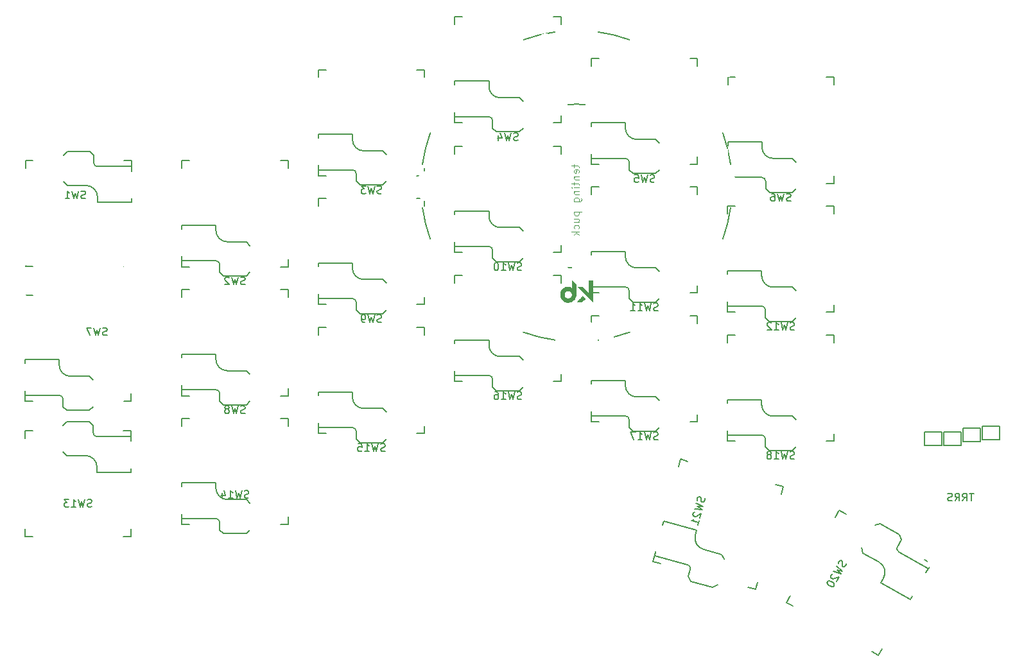
<source format=gbo>
G04 #@! TF.GenerationSoftware,KiCad,Pcbnew,(6.0.2-0)*
G04 #@! TF.CreationDate,2022-04-08T10:03:05+08:00*
G04 #@! TF.ProjectId,half-swept,68616c66-2d73-4776-9570-742e6b696361,rev?*
G04 #@! TF.SameCoordinates,Original*
G04 #@! TF.FileFunction,Legend,Bot*
G04 #@! TF.FilePolarity,Positive*
%FSLAX46Y46*%
G04 Gerber Fmt 4.6, Leading zero omitted, Abs format (unit mm)*
G04 Created by KiCad (PCBNEW (6.0.2-0)) date 2022-04-08 10:03:05*
%MOMM*%
%LPD*%
G01*
G04 APERTURE LIST*
G04 Aperture macros list*
%AMRotRect*
0 Rectangle, with rotation*
0 The origin of the aperture is its center*
0 $1 length*
0 $2 width*
0 $3 Rotation angle, in degrees counterclockwise*
0 Add horizontal line*
21,1,$1,$2,0,0,$3*%
%AMFreePoly0*
4,1,6,0.600000,0.200000,0.000000,-0.400000,-0.600000,0.200000,-0.600000,0.400000,0.600000,0.400000,0.600000,0.200000,0.600000,0.200000,$1*%
%AMFreePoly1*
4,1,6,0.600000,-0.250000,-0.600000,-0.250000,-0.600000,1.000000,0.000000,0.400000,0.600000,1.000000,0.600000,-0.250000,0.600000,-0.250000,$1*%
G04 Aperture macros list end*
%ADD10C,0.150000*%
%ADD11C,0.100000*%
%ADD12C,0.200000*%
%ADD13C,0.010000*%
%ADD14C,0.250000*%
%ADD15C,3.000000*%
%ADD16C,1.701800*%
%ADD17C,3.429000*%
%ADD18C,2.032000*%
%ADD19R,2.600000X2.600000*%
%ADD20RotRect,2.600000X2.600000X330.000000*%
%ADD21RotRect,2.600000X2.600000X165.000000*%
%ADD22C,4.400000*%
%ADD23R,1.700000X1.700000*%
%ADD24O,1.700000X1.700000*%
%ADD25R,2.000000X2.000000*%
%ADD26C,2.000000*%
%ADD27R,3.200000X2.000000*%
%ADD28FreePoly0,270.000000*%
%ADD29FreePoly0,90.000000*%
%ADD30FreePoly1,270.000000*%
%ADD31FreePoly1,90.000000*%
%ADD32C,0.800000*%
%ADD33O,2.000000X1.600000*%
%ADD34C,5.600000*%
%ADD35RotRect,2.000000X2.000000X263.000000*%
%ADD36RotRect,3.200000X2.000000X263.000000*%
%ADD37R,0.635000X1.143000*%
G04 APERTURE END LIST*
D10*
X48201413Y-56822681D02*
X48058556Y-56870300D01*
X47820460Y-56870300D01*
X47725222Y-56822681D01*
X47677603Y-56775062D01*
X47629984Y-56679824D01*
X47629984Y-56584586D01*
X47677603Y-56489348D01*
X47725222Y-56441729D01*
X47820460Y-56394110D01*
X48010937Y-56346491D01*
X48106175Y-56298872D01*
X48153794Y-56251253D01*
X48201413Y-56156015D01*
X48201413Y-56060777D01*
X48153794Y-55965539D01*
X48106175Y-55917920D01*
X48010937Y-55870300D01*
X47772841Y-55870300D01*
X47629984Y-55917920D01*
X47296651Y-55870300D02*
X47058556Y-56870300D01*
X46868080Y-56156015D01*
X46677603Y-56870300D01*
X46439508Y-55870300D01*
X46106175Y-55965539D02*
X46058556Y-55917920D01*
X45963318Y-55870300D01*
X45725222Y-55870300D01*
X45629984Y-55917920D01*
X45582365Y-55965539D01*
X45534746Y-56060777D01*
X45534746Y-56156015D01*
X45582365Y-56298872D01*
X46153794Y-56870300D01*
X45534746Y-56870300D01*
X66201413Y-44822681D02*
X66058556Y-44870300D01*
X65820460Y-44870300D01*
X65725222Y-44822681D01*
X65677603Y-44775062D01*
X65629984Y-44679824D01*
X65629984Y-44584586D01*
X65677603Y-44489348D01*
X65725222Y-44441729D01*
X65820460Y-44394110D01*
X66010937Y-44346491D01*
X66106175Y-44298872D01*
X66153794Y-44251253D01*
X66201413Y-44156015D01*
X66201413Y-44060777D01*
X66153794Y-43965539D01*
X66106175Y-43917920D01*
X66010937Y-43870300D01*
X65772841Y-43870300D01*
X65629984Y-43917920D01*
X65296651Y-43870300D02*
X65058556Y-44870300D01*
X64868080Y-44156015D01*
X64677603Y-44870300D01*
X64439508Y-43870300D01*
X64153794Y-43870300D02*
X63534746Y-43870300D01*
X63868080Y-44251253D01*
X63725222Y-44251253D01*
X63629984Y-44298872D01*
X63582365Y-44346491D01*
X63534746Y-44441729D01*
X63534746Y-44679824D01*
X63582365Y-44775062D01*
X63629984Y-44822681D01*
X63725222Y-44870300D01*
X64010937Y-44870300D01*
X64106175Y-44822681D01*
X64153794Y-44775062D01*
X84201413Y-37822681D02*
X84058556Y-37870300D01*
X83820460Y-37870300D01*
X83725222Y-37822681D01*
X83677603Y-37775062D01*
X83629984Y-37679824D01*
X83629984Y-37584586D01*
X83677603Y-37489348D01*
X83725222Y-37441729D01*
X83820460Y-37394110D01*
X84010937Y-37346491D01*
X84106175Y-37298872D01*
X84153794Y-37251253D01*
X84201413Y-37156015D01*
X84201413Y-37060777D01*
X84153794Y-36965539D01*
X84106175Y-36917920D01*
X84010937Y-36870300D01*
X83772841Y-36870300D01*
X83629984Y-36917920D01*
X83296651Y-36870300D02*
X83058556Y-37870300D01*
X82868080Y-37156015D01*
X82677603Y-37870300D01*
X82439508Y-36870300D01*
X81629984Y-37203634D02*
X81629984Y-37870300D01*
X81868080Y-36822681D02*
X82106175Y-37536967D01*
X81487127Y-37536967D01*
X102201413Y-43322681D02*
X102058556Y-43370300D01*
X101820460Y-43370300D01*
X101725222Y-43322681D01*
X101677603Y-43275062D01*
X101629984Y-43179824D01*
X101629984Y-43084586D01*
X101677603Y-42989348D01*
X101725222Y-42941729D01*
X101820460Y-42894110D01*
X102010937Y-42846491D01*
X102106175Y-42798872D01*
X102153794Y-42751253D01*
X102201413Y-42656015D01*
X102201413Y-42560777D01*
X102153794Y-42465539D01*
X102106175Y-42417920D01*
X102010937Y-42370300D01*
X101772841Y-42370300D01*
X101629984Y-42417920D01*
X101296651Y-42370300D02*
X101058556Y-43370300D01*
X100868080Y-42656015D01*
X100677603Y-43370300D01*
X100439508Y-42370300D01*
X99582365Y-42370300D02*
X100058556Y-42370300D01*
X100106175Y-42846491D01*
X100058556Y-42798872D01*
X99963318Y-42751253D01*
X99725222Y-42751253D01*
X99629984Y-42798872D01*
X99582365Y-42846491D01*
X99534746Y-42941729D01*
X99534746Y-43179824D01*
X99582365Y-43275062D01*
X99629984Y-43322681D01*
X99725222Y-43370300D01*
X99963318Y-43370300D01*
X100058556Y-43322681D01*
X100106175Y-43275062D01*
X120201413Y-45822681D02*
X120058556Y-45870300D01*
X119820460Y-45870300D01*
X119725222Y-45822681D01*
X119677603Y-45775062D01*
X119629984Y-45679824D01*
X119629984Y-45584586D01*
X119677603Y-45489348D01*
X119725222Y-45441729D01*
X119820460Y-45394110D01*
X120010937Y-45346491D01*
X120106175Y-45298872D01*
X120153794Y-45251253D01*
X120201413Y-45156015D01*
X120201413Y-45060777D01*
X120153794Y-44965539D01*
X120106175Y-44917920D01*
X120010937Y-44870300D01*
X119772841Y-44870300D01*
X119629984Y-44917920D01*
X119296651Y-44870300D02*
X119058556Y-45870300D01*
X118868080Y-45156015D01*
X118677603Y-45870300D01*
X118439508Y-44870300D01*
X117629984Y-44870300D02*
X117820460Y-44870300D01*
X117915699Y-44917920D01*
X117963318Y-44965539D01*
X118058556Y-45108396D01*
X118106175Y-45298872D01*
X118106175Y-45679824D01*
X118058556Y-45775062D01*
X118010937Y-45822681D01*
X117915699Y-45870300D01*
X117725222Y-45870300D01*
X117629984Y-45822681D01*
X117582365Y-45775062D01*
X117534746Y-45679824D01*
X117534746Y-45441729D01*
X117582365Y-45346491D01*
X117629984Y-45298872D01*
X117725222Y-45251253D01*
X117915699Y-45251253D01*
X118010937Y-45298872D01*
X118058556Y-45346491D01*
X118106175Y-45441729D01*
X48201413Y-73822681D02*
X48058556Y-73870300D01*
X47820460Y-73870300D01*
X47725222Y-73822681D01*
X47677603Y-73775062D01*
X47629984Y-73679824D01*
X47629984Y-73584586D01*
X47677603Y-73489348D01*
X47725222Y-73441729D01*
X47820460Y-73394110D01*
X48010937Y-73346491D01*
X48106175Y-73298872D01*
X48153794Y-73251253D01*
X48201413Y-73156015D01*
X48201413Y-73060777D01*
X48153794Y-72965539D01*
X48106175Y-72917920D01*
X48010937Y-72870300D01*
X47772841Y-72870300D01*
X47629984Y-72917920D01*
X47296651Y-72870300D02*
X47058556Y-73870300D01*
X46868080Y-73156015D01*
X46677603Y-73870300D01*
X46439508Y-72870300D01*
X45915699Y-73298872D02*
X46010937Y-73251253D01*
X46058556Y-73203634D01*
X46106175Y-73108396D01*
X46106175Y-73060777D01*
X46058556Y-72965539D01*
X46010937Y-72917920D01*
X45915699Y-72870300D01*
X45725222Y-72870300D01*
X45629984Y-72917920D01*
X45582365Y-72965539D01*
X45534746Y-73060777D01*
X45534746Y-73108396D01*
X45582365Y-73203634D01*
X45629984Y-73251253D01*
X45725222Y-73298872D01*
X45915699Y-73298872D01*
X46010937Y-73346491D01*
X46058556Y-73394110D01*
X46106175Y-73489348D01*
X46106175Y-73679824D01*
X46058556Y-73775062D01*
X46010937Y-73822681D01*
X45915699Y-73870300D01*
X45725222Y-73870300D01*
X45629984Y-73822681D01*
X45582365Y-73775062D01*
X45534746Y-73679824D01*
X45534746Y-73489348D01*
X45582365Y-73394110D01*
X45629984Y-73346491D01*
X45725222Y-73298872D01*
X66201413Y-61796681D02*
X66058556Y-61844300D01*
X65820460Y-61844300D01*
X65725222Y-61796681D01*
X65677603Y-61749062D01*
X65629984Y-61653824D01*
X65629984Y-61558586D01*
X65677603Y-61463348D01*
X65725222Y-61415729D01*
X65820460Y-61368110D01*
X66010937Y-61320491D01*
X66106175Y-61272872D01*
X66153794Y-61225253D01*
X66201413Y-61130015D01*
X66201413Y-61034777D01*
X66153794Y-60939539D01*
X66106175Y-60891920D01*
X66010937Y-60844300D01*
X65772841Y-60844300D01*
X65629984Y-60891920D01*
X65296651Y-60844300D02*
X65058556Y-61844300D01*
X64868080Y-61130015D01*
X64677603Y-61844300D01*
X64439508Y-60844300D01*
X64010937Y-61844300D02*
X63820460Y-61844300D01*
X63725222Y-61796681D01*
X63677603Y-61749062D01*
X63582365Y-61606205D01*
X63534746Y-61415729D01*
X63534746Y-61034777D01*
X63582365Y-60939539D01*
X63629984Y-60891920D01*
X63725222Y-60844300D01*
X63915699Y-60844300D01*
X64010937Y-60891920D01*
X64058556Y-60939539D01*
X64106175Y-61034777D01*
X64106175Y-61272872D01*
X64058556Y-61368110D01*
X64010937Y-61415729D01*
X63915699Y-61463348D01*
X63725222Y-61463348D01*
X63629984Y-61415729D01*
X63582365Y-61368110D01*
X63534746Y-61272872D01*
X84677603Y-54938681D02*
X84534746Y-54986300D01*
X84296651Y-54986300D01*
X84201413Y-54938681D01*
X84153794Y-54891062D01*
X84106175Y-54795824D01*
X84106175Y-54700586D01*
X84153794Y-54605348D01*
X84201413Y-54557729D01*
X84296651Y-54510110D01*
X84487127Y-54462491D01*
X84582365Y-54414872D01*
X84629984Y-54367253D01*
X84677603Y-54272015D01*
X84677603Y-54176777D01*
X84629984Y-54081539D01*
X84582365Y-54033920D01*
X84487127Y-53986300D01*
X84249032Y-53986300D01*
X84106175Y-54033920D01*
X83772841Y-53986300D02*
X83534746Y-54986300D01*
X83344270Y-54272015D01*
X83153794Y-54986300D01*
X82915699Y-53986300D01*
X82010937Y-54986300D02*
X82582365Y-54986300D01*
X82296651Y-54986300D02*
X82296651Y-53986300D01*
X82391889Y-54129158D01*
X82487127Y-54224396D01*
X82582365Y-54272015D01*
X81391889Y-53986300D02*
X81296651Y-53986300D01*
X81201413Y-54033920D01*
X81153794Y-54081539D01*
X81106175Y-54176777D01*
X81058556Y-54367253D01*
X81058556Y-54605348D01*
X81106175Y-54795824D01*
X81153794Y-54891062D01*
X81201413Y-54938681D01*
X81296651Y-54986300D01*
X81391889Y-54986300D01*
X81487127Y-54938681D01*
X81534746Y-54891062D01*
X81582365Y-54795824D01*
X81629984Y-54605348D01*
X81629984Y-54367253D01*
X81582365Y-54176777D01*
X81534746Y-54081539D01*
X81487127Y-54033920D01*
X81391889Y-53986300D01*
X102677603Y-60272681D02*
X102534746Y-60320300D01*
X102296651Y-60320300D01*
X102201413Y-60272681D01*
X102153794Y-60225062D01*
X102106175Y-60129824D01*
X102106175Y-60034586D01*
X102153794Y-59939348D01*
X102201413Y-59891729D01*
X102296651Y-59844110D01*
X102487127Y-59796491D01*
X102582365Y-59748872D01*
X102629984Y-59701253D01*
X102677603Y-59606015D01*
X102677603Y-59510777D01*
X102629984Y-59415539D01*
X102582365Y-59367920D01*
X102487127Y-59320300D01*
X102249032Y-59320300D01*
X102106175Y-59367920D01*
X101772841Y-59320300D02*
X101534746Y-60320300D01*
X101344270Y-59606015D01*
X101153794Y-60320300D01*
X100915699Y-59320300D01*
X100010937Y-60320300D02*
X100582365Y-60320300D01*
X100296651Y-60320300D02*
X100296651Y-59320300D01*
X100391889Y-59463158D01*
X100487127Y-59558396D01*
X100582365Y-59606015D01*
X99058556Y-60320300D02*
X99629984Y-60320300D01*
X99344270Y-60320300D02*
X99344270Y-59320300D01*
X99439508Y-59463158D01*
X99534746Y-59558396D01*
X99629984Y-59606015D01*
X120657603Y-62812681D02*
X120514746Y-62860300D01*
X120276651Y-62860300D01*
X120181413Y-62812681D01*
X120133794Y-62765062D01*
X120086175Y-62669824D01*
X120086175Y-62574586D01*
X120133794Y-62479348D01*
X120181413Y-62431729D01*
X120276651Y-62384110D01*
X120467127Y-62336491D01*
X120562365Y-62288872D01*
X120609984Y-62241253D01*
X120657603Y-62146015D01*
X120657603Y-62050777D01*
X120609984Y-61955539D01*
X120562365Y-61907920D01*
X120467127Y-61860300D01*
X120229032Y-61860300D01*
X120086175Y-61907920D01*
X119752841Y-61860300D02*
X119514746Y-62860300D01*
X119324270Y-62146015D01*
X119133794Y-62860300D01*
X118895699Y-61860300D01*
X117990937Y-62860300D02*
X118562365Y-62860300D01*
X118276651Y-62860300D02*
X118276651Y-61860300D01*
X118371889Y-62003158D01*
X118467127Y-62098396D01*
X118562365Y-62146015D01*
X117609984Y-61955539D02*
X117562365Y-61907920D01*
X117467127Y-61860300D01*
X117229032Y-61860300D01*
X117133794Y-61907920D01*
X117086175Y-61955539D01*
X117038556Y-62050777D01*
X117038556Y-62146015D01*
X117086175Y-62288872D01*
X117657603Y-62860300D01*
X117038556Y-62860300D01*
X48699523Y-84984761D02*
X48556666Y-85032380D01*
X48318571Y-85032380D01*
X48223333Y-84984761D01*
X48175714Y-84937142D01*
X48128095Y-84841904D01*
X48128095Y-84746666D01*
X48175714Y-84651428D01*
X48223333Y-84603809D01*
X48318571Y-84556190D01*
X48509047Y-84508571D01*
X48604285Y-84460952D01*
X48651904Y-84413333D01*
X48699523Y-84318095D01*
X48699523Y-84222857D01*
X48651904Y-84127619D01*
X48604285Y-84080000D01*
X48509047Y-84032380D01*
X48270952Y-84032380D01*
X48128095Y-84080000D01*
X47794761Y-84032380D02*
X47556666Y-85032380D01*
X47366190Y-84318095D01*
X47175714Y-85032380D01*
X46937619Y-84032380D01*
X46032857Y-85032380D02*
X46604285Y-85032380D01*
X46318571Y-85032380D02*
X46318571Y-84032380D01*
X46413809Y-84175238D01*
X46509047Y-84270476D01*
X46604285Y-84318095D01*
X45175714Y-84365714D02*
X45175714Y-85032380D01*
X45413809Y-83984761D02*
X45651904Y-84699047D01*
X45032857Y-84699047D01*
X66677603Y-78814681D02*
X66534746Y-78862300D01*
X66296651Y-78862300D01*
X66201413Y-78814681D01*
X66153794Y-78767062D01*
X66106175Y-78671824D01*
X66106175Y-78576586D01*
X66153794Y-78481348D01*
X66201413Y-78433729D01*
X66296651Y-78386110D01*
X66487127Y-78338491D01*
X66582365Y-78290872D01*
X66629984Y-78243253D01*
X66677603Y-78148015D01*
X66677603Y-78052777D01*
X66629984Y-77957539D01*
X66582365Y-77909920D01*
X66487127Y-77862300D01*
X66249032Y-77862300D01*
X66106175Y-77909920D01*
X65772841Y-77862300D02*
X65534746Y-78862300D01*
X65344270Y-78148015D01*
X65153794Y-78862300D01*
X64915699Y-77862300D01*
X64010937Y-78862300D02*
X64582365Y-78862300D01*
X64296651Y-78862300D02*
X64296651Y-77862300D01*
X64391889Y-78005158D01*
X64487127Y-78100396D01*
X64582365Y-78148015D01*
X63106175Y-77862300D02*
X63582365Y-77862300D01*
X63629984Y-78338491D01*
X63582365Y-78290872D01*
X63487127Y-78243253D01*
X63249032Y-78243253D01*
X63153794Y-78290872D01*
X63106175Y-78338491D01*
X63058556Y-78433729D01*
X63058556Y-78671824D01*
X63106175Y-78767062D01*
X63153794Y-78814681D01*
X63249032Y-78862300D01*
X63487127Y-78862300D01*
X63582365Y-78814681D01*
X63629984Y-78767062D01*
X84677603Y-71956681D02*
X84534746Y-72004300D01*
X84296651Y-72004300D01*
X84201413Y-71956681D01*
X84153794Y-71909062D01*
X84106175Y-71813824D01*
X84106175Y-71718586D01*
X84153794Y-71623348D01*
X84201413Y-71575729D01*
X84296651Y-71528110D01*
X84487127Y-71480491D01*
X84582365Y-71432872D01*
X84629984Y-71385253D01*
X84677603Y-71290015D01*
X84677603Y-71194777D01*
X84629984Y-71099539D01*
X84582365Y-71051920D01*
X84487127Y-71004300D01*
X84249032Y-71004300D01*
X84106175Y-71051920D01*
X83772841Y-71004300D02*
X83534746Y-72004300D01*
X83344270Y-71290015D01*
X83153794Y-72004300D01*
X82915699Y-71004300D01*
X82010937Y-72004300D02*
X82582365Y-72004300D01*
X82296651Y-72004300D02*
X82296651Y-71004300D01*
X82391889Y-71147158D01*
X82487127Y-71242396D01*
X82582365Y-71290015D01*
X81153794Y-71004300D02*
X81344270Y-71004300D01*
X81439508Y-71051920D01*
X81487127Y-71099539D01*
X81582365Y-71242396D01*
X81629984Y-71432872D01*
X81629984Y-71813824D01*
X81582365Y-71909062D01*
X81534746Y-71956681D01*
X81439508Y-72004300D01*
X81249032Y-72004300D01*
X81153794Y-71956681D01*
X81106175Y-71909062D01*
X81058556Y-71813824D01*
X81058556Y-71575729D01*
X81106175Y-71480491D01*
X81153794Y-71432872D01*
X81249032Y-71385253D01*
X81439508Y-71385253D01*
X81534746Y-71432872D01*
X81582365Y-71480491D01*
X81629984Y-71575729D01*
X102677603Y-77290681D02*
X102534746Y-77338300D01*
X102296651Y-77338300D01*
X102201413Y-77290681D01*
X102153794Y-77243062D01*
X102106175Y-77147824D01*
X102106175Y-77052586D01*
X102153794Y-76957348D01*
X102201413Y-76909729D01*
X102296651Y-76862110D01*
X102487127Y-76814491D01*
X102582365Y-76766872D01*
X102629984Y-76719253D01*
X102677603Y-76624015D01*
X102677603Y-76528777D01*
X102629984Y-76433539D01*
X102582365Y-76385920D01*
X102487127Y-76338300D01*
X102249032Y-76338300D01*
X102106175Y-76385920D01*
X101772841Y-76338300D02*
X101534746Y-77338300D01*
X101344270Y-76624015D01*
X101153794Y-77338300D01*
X100915699Y-76338300D01*
X100010937Y-77338300D02*
X100582365Y-77338300D01*
X100296651Y-77338300D02*
X100296651Y-76338300D01*
X100391889Y-76481158D01*
X100487127Y-76576396D01*
X100582365Y-76624015D01*
X99677603Y-76338300D02*
X99010937Y-76338300D01*
X99439508Y-77338300D01*
X120657603Y-79830681D02*
X120514746Y-79878300D01*
X120276651Y-79878300D01*
X120181413Y-79830681D01*
X120133794Y-79783062D01*
X120086175Y-79687824D01*
X120086175Y-79592586D01*
X120133794Y-79497348D01*
X120181413Y-79449729D01*
X120276651Y-79402110D01*
X120467127Y-79354491D01*
X120562365Y-79306872D01*
X120609984Y-79259253D01*
X120657603Y-79164015D01*
X120657603Y-79068777D01*
X120609984Y-78973539D01*
X120562365Y-78925920D01*
X120467127Y-78878300D01*
X120229032Y-78878300D01*
X120086175Y-78925920D01*
X119752841Y-78878300D02*
X119514746Y-79878300D01*
X119324270Y-79164015D01*
X119133794Y-79878300D01*
X118895699Y-78878300D01*
X117990937Y-79878300D02*
X118562365Y-79878300D01*
X118276651Y-79878300D02*
X118276651Y-78878300D01*
X118371889Y-79021158D01*
X118467127Y-79116396D01*
X118562365Y-79164015D01*
X117419508Y-79306872D02*
X117514746Y-79259253D01*
X117562365Y-79211634D01*
X117609984Y-79116396D01*
X117609984Y-79068777D01*
X117562365Y-78973539D01*
X117514746Y-78925920D01*
X117419508Y-78878300D01*
X117229032Y-78878300D01*
X117133794Y-78925920D01*
X117086175Y-78973539D01*
X117038556Y-79068777D01*
X117038556Y-79116396D01*
X117086175Y-79211634D01*
X117133794Y-79259253D01*
X117229032Y-79306872D01*
X117419508Y-79306872D01*
X117514746Y-79354491D01*
X117562365Y-79402110D01*
X117609984Y-79497348D01*
X117609984Y-79687824D01*
X117562365Y-79783062D01*
X117514746Y-79830681D01*
X117419508Y-79878300D01*
X117229032Y-79878300D01*
X117133794Y-79830681D01*
X117086175Y-79783062D01*
X117038556Y-79687824D01*
X117038556Y-79497348D01*
X117086175Y-79402110D01*
X117133794Y-79354491D01*
X117229032Y-79306872D01*
X127505295Y-93665287D02*
X127475106Y-93812814D01*
X127356059Y-94019011D01*
X127267200Y-94077680D01*
X127202151Y-94095110D01*
X127095863Y-94088730D01*
X127013385Y-94041111D01*
X126954716Y-93952253D01*
X126937286Y-93887204D01*
X126943666Y-93780916D01*
X126997664Y-93592149D01*
X127004044Y-93485861D01*
X126986614Y-93420812D01*
X126927945Y-93331954D01*
X126845467Y-93284334D01*
X126739178Y-93277955D01*
X126674130Y-93295385D01*
X126585271Y-93354054D01*
X126466224Y-93560250D01*
X126436034Y-93707778D01*
X126228128Y-93972643D02*
X126975106Y-94678840D01*
X126261279Y-94486654D01*
X126784630Y-95008754D01*
X125799557Y-94714951D01*
X125715369Y-95051245D02*
X125650320Y-95068675D01*
X125561462Y-95127344D01*
X125442414Y-95333540D01*
X125436034Y-95439828D01*
X125453464Y-95504877D01*
X125512133Y-95593736D01*
X125594612Y-95641355D01*
X125742139Y-95671544D01*
X126522725Y-95462387D01*
X126213201Y-95998497D01*
X125037652Y-96034608D02*
X124990033Y-96117087D01*
X124983653Y-96223375D01*
X125001083Y-96288424D01*
X125059752Y-96377282D01*
X125200900Y-96513760D01*
X125407097Y-96632807D01*
X125595863Y-96686806D01*
X125702151Y-96693186D01*
X125767200Y-96675756D01*
X125856059Y-96617087D01*
X125903678Y-96534608D01*
X125910057Y-96428320D01*
X125892628Y-96363271D01*
X125833959Y-96274413D01*
X125692811Y-96137936D01*
X125486614Y-96018888D01*
X125297848Y-95964889D01*
X125191559Y-95958510D01*
X125126511Y-95975939D01*
X125037652Y-96034608D01*
X108839309Y-85056894D02*
X108848331Y-85207208D01*
X108786707Y-85437190D01*
X108716062Y-85516858D01*
X108657740Y-85550530D01*
X108553423Y-85571877D01*
X108461430Y-85547228D01*
X108381762Y-85476582D01*
X108348090Y-85418261D01*
X108326743Y-85313943D01*
X108330045Y-85117633D01*
X108308698Y-85013315D01*
X108275026Y-84954994D01*
X108195358Y-84884348D01*
X108103365Y-84859698D01*
X107999048Y-84881045D01*
X107940726Y-84914717D01*
X107870080Y-84994385D01*
X107808457Y-85224368D01*
X107817479Y-85374682D01*
X107685210Y-85684332D02*
X108589512Y-86173134D01*
X107850266Y-86172249D01*
X108490914Y-86541105D01*
X107463365Y-86512269D01*
X107469085Y-86858894D02*
X107410764Y-86892565D01*
X107340118Y-86972233D01*
X107278494Y-87202216D01*
X107299841Y-87306533D01*
X107333513Y-87364855D01*
X107413181Y-87435501D01*
X107505174Y-87460150D01*
X107655488Y-87451128D01*
X108355342Y-87047067D01*
X108195121Y-87645021D01*
X107948627Y-88564950D02*
X108096523Y-88012992D01*
X108022575Y-88288971D02*
X107056649Y-88030152D01*
X107219288Y-87975133D01*
X107335930Y-87907790D01*
X107406576Y-87828122D01*
D11*
X91585714Y-47260000D02*
X92585714Y-47260000D01*
X91633333Y-47260000D02*
X91585714Y-47355238D01*
X91585714Y-47545714D01*
X91633333Y-47640952D01*
X91680952Y-47688571D01*
X91776190Y-47736190D01*
X92061904Y-47736190D01*
X92157142Y-47688571D01*
X92204761Y-47640952D01*
X92252380Y-47545714D01*
X92252380Y-47355238D01*
X92204761Y-47260000D01*
X91585714Y-48593333D02*
X92252380Y-48593333D01*
X91585714Y-48164761D02*
X92109523Y-48164761D01*
X92204761Y-48212380D01*
X92252380Y-48307619D01*
X92252380Y-48450476D01*
X92204761Y-48545714D01*
X92157142Y-48593333D01*
X92204761Y-49498095D02*
X92252380Y-49402857D01*
X92252380Y-49212380D01*
X92204761Y-49117142D01*
X92157142Y-49069523D01*
X92061904Y-49021904D01*
X91776190Y-49021904D01*
X91680952Y-49069523D01*
X91633333Y-49117142D01*
X91585714Y-49212380D01*
X91585714Y-49402857D01*
X91633333Y-49498095D01*
X92252380Y-49926666D02*
X91252380Y-49926666D01*
X91871428Y-50021904D02*
X92252380Y-50307619D01*
X91585714Y-50307619D02*
X91966666Y-49926666D01*
X91585714Y-41030000D02*
X91585714Y-41410952D01*
X91252380Y-41172857D02*
X92109523Y-41172857D01*
X92204761Y-41220476D01*
X92252380Y-41315714D01*
X92252380Y-41410952D01*
X92204761Y-42125238D02*
X92252380Y-42030000D01*
X92252380Y-41839523D01*
X92204761Y-41744285D01*
X92109523Y-41696666D01*
X91728571Y-41696666D01*
X91633333Y-41744285D01*
X91585714Y-41839523D01*
X91585714Y-42030000D01*
X91633333Y-42125238D01*
X91728571Y-42172857D01*
X91823809Y-42172857D01*
X91919047Y-41696666D01*
X91585714Y-42601428D02*
X92252380Y-42601428D01*
X91680952Y-42601428D02*
X91633333Y-42649047D01*
X91585714Y-42744285D01*
X91585714Y-42887142D01*
X91633333Y-42982380D01*
X91728571Y-43030000D01*
X92252380Y-43030000D01*
X91585714Y-43363333D02*
X91585714Y-43744285D01*
X91252380Y-43506190D02*
X92109523Y-43506190D01*
X92204761Y-43553809D01*
X92252380Y-43649047D01*
X92252380Y-43744285D01*
X92252380Y-44077619D02*
X91585714Y-44077619D01*
X91252380Y-44077619D02*
X91300000Y-44030000D01*
X91347619Y-44077619D01*
X91300000Y-44125238D01*
X91252380Y-44077619D01*
X91347619Y-44077619D01*
X91585714Y-44553809D02*
X92252380Y-44553809D01*
X91680952Y-44553809D02*
X91633333Y-44601428D01*
X91585714Y-44696666D01*
X91585714Y-44839523D01*
X91633333Y-44934761D01*
X91728571Y-44982380D01*
X92252380Y-44982380D01*
X91585714Y-45887142D02*
X92395238Y-45887142D01*
X92490476Y-45839523D01*
X92538095Y-45791904D01*
X92585714Y-45696666D01*
X92585714Y-45553809D01*
X92538095Y-45458571D01*
X92204761Y-45887142D02*
X92252380Y-45791904D01*
X92252380Y-45601428D01*
X92204761Y-45506190D01*
X92157142Y-45458571D01*
X92061904Y-45410952D01*
X91776190Y-45410952D01*
X91680952Y-45458571D01*
X91633333Y-45506190D01*
X91585714Y-45601428D01*
X91585714Y-45791904D01*
X91633333Y-45887142D01*
D10*
X27979523Y-86154761D02*
X27836666Y-86202380D01*
X27598571Y-86202380D01*
X27503333Y-86154761D01*
X27455714Y-86107142D01*
X27408095Y-86011904D01*
X27408095Y-85916666D01*
X27455714Y-85821428D01*
X27503333Y-85773809D01*
X27598571Y-85726190D01*
X27789047Y-85678571D01*
X27884285Y-85630952D01*
X27931904Y-85583333D01*
X27979523Y-85488095D01*
X27979523Y-85392857D01*
X27931904Y-85297619D01*
X27884285Y-85250000D01*
X27789047Y-85202380D01*
X27550952Y-85202380D01*
X27408095Y-85250000D01*
X27074761Y-85202380D02*
X26836666Y-86202380D01*
X26646190Y-85488095D01*
X26455714Y-86202380D01*
X26217619Y-85202380D01*
X25312857Y-86202380D02*
X25884285Y-86202380D01*
X25598571Y-86202380D02*
X25598571Y-85202380D01*
X25693809Y-85345238D01*
X25789047Y-85440476D01*
X25884285Y-85488095D01*
X24979523Y-85202380D02*
X24360476Y-85202380D01*
X24693809Y-85583333D01*
X24550952Y-85583333D01*
X24455714Y-85630952D01*
X24408095Y-85678571D01*
X24360476Y-85773809D01*
X24360476Y-86011904D01*
X24408095Y-86107142D01*
X24455714Y-86154761D01*
X24550952Y-86202380D01*
X24836666Y-86202380D01*
X24931904Y-86154761D01*
X24979523Y-86107142D01*
X30003333Y-63504761D02*
X29860476Y-63552380D01*
X29622380Y-63552380D01*
X29527142Y-63504761D01*
X29479523Y-63457142D01*
X29431904Y-63361904D01*
X29431904Y-63266666D01*
X29479523Y-63171428D01*
X29527142Y-63123809D01*
X29622380Y-63076190D01*
X29812857Y-63028571D01*
X29908095Y-62980952D01*
X29955714Y-62933333D01*
X30003333Y-62838095D01*
X30003333Y-62742857D01*
X29955714Y-62647619D01*
X29908095Y-62600000D01*
X29812857Y-62552380D01*
X29574761Y-62552380D01*
X29431904Y-62600000D01*
X29098571Y-62552380D02*
X28860476Y-63552380D01*
X28670000Y-62838095D01*
X28479523Y-63552380D01*
X28241428Y-62552380D01*
X27955714Y-62552380D02*
X27289047Y-62552380D01*
X27717619Y-63552380D01*
X144315904Y-84409380D02*
X143744476Y-84409380D01*
X144030190Y-85409380D02*
X144030190Y-84409380D01*
X142839714Y-85409380D02*
X143173047Y-84933190D01*
X143411142Y-85409380D02*
X143411142Y-84409380D01*
X143030190Y-84409380D01*
X142934952Y-84457000D01*
X142887333Y-84504619D01*
X142839714Y-84599857D01*
X142839714Y-84742714D01*
X142887333Y-84837952D01*
X142934952Y-84885571D01*
X143030190Y-84933190D01*
X143411142Y-84933190D01*
X141839714Y-85409380D02*
X142173047Y-84933190D01*
X142411142Y-85409380D02*
X142411142Y-84409380D01*
X142030190Y-84409380D01*
X141934952Y-84457000D01*
X141887333Y-84504619D01*
X141839714Y-84599857D01*
X141839714Y-84742714D01*
X141887333Y-84837952D01*
X141934952Y-84885571D01*
X142030190Y-84933190D01*
X142411142Y-84933190D01*
X141458761Y-85361761D02*
X141315904Y-85409380D01*
X141077809Y-85409380D01*
X140982571Y-85361761D01*
X140934952Y-85314142D01*
X140887333Y-85218904D01*
X140887333Y-85123666D01*
X140934952Y-85028428D01*
X140982571Y-84980809D01*
X141077809Y-84933190D01*
X141268285Y-84885571D01*
X141363523Y-84837952D01*
X141411142Y-84790333D01*
X141458761Y-84695095D01*
X141458761Y-84599857D01*
X141411142Y-84504619D01*
X141363523Y-84457000D01*
X141268285Y-84409380D01*
X141030190Y-84409380D01*
X140887333Y-84457000D01*
X27163333Y-45474761D02*
X27020476Y-45522380D01*
X26782380Y-45522380D01*
X26687142Y-45474761D01*
X26639523Y-45427142D01*
X26591904Y-45331904D01*
X26591904Y-45236666D01*
X26639523Y-45141428D01*
X26687142Y-45093809D01*
X26782380Y-45046190D01*
X26972857Y-44998571D01*
X27068095Y-44950952D01*
X27115714Y-44903333D01*
X27163333Y-44808095D01*
X27163333Y-44712857D01*
X27115714Y-44617619D01*
X27068095Y-44570000D01*
X26972857Y-44522380D01*
X26734761Y-44522380D01*
X26591904Y-44570000D01*
X26258571Y-44522380D02*
X26020476Y-45522380D01*
X25830000Y-44808095D01*
X25639523Y-45522380D01*
X25401428Y-44522380D01*
X24496666Y-45522380D02*
X25068095Y-45522380D01*
X24782380Y-45522380D02*
X24782380Y-44522380D01*
X24877619Y-44665238D01*
X24972857Y-44760476D01*
X25068095Y-44808095D01*
X48368080Y-51227920D02*
X45868080Y-51227920D01*
X39868080Y-53727920D02*
X44368080Y-53727920D01*
X39868080Y-41527920D02*
X39868080Y-40527920D01*
X39868080Y-53127920D02*
X39868080Y-53727920D01*
X52868080Y-40527920D02*
X53868080Y-40527920D01*
X48868080Y-55227920D02*
X48368080Y-55727920D01*
X39868080Y-54527920D02*
X39868080Y-53527920D01*
X48868080Y-51727920D02*
X48368080Y-51227920D01*
X44868080Y-54227920D02*
X44868080Y-55227920D01*
X39868080Y-49027920D02*
X39868080Y-49527920D01*
X40868080Y-54527920D02*
X39868080Y-54527920D01*
X39868080Y-40527920D02*
X40868080Y-40527920D01*
X45368080Y-55727920D02*
X44868080Y-55227920D01*
X53868080Y-40527920D02*
X53868080Y-41527920D01*
X44368080Y-49027920D02*
X39868080Y-49027920D01*
X53868080Y-53527920D02*
X53868080Y-54527920D01*
X53868080Y-54527920D02*
X52868080Y-54527920D01*
X48368080Y-55727920D02*
X45368080Y-55727920D01*
X44368080Y-49727920D02*
X44368080Y-49027920D01*
X44868080Y-54227920D02*
G75*
G03*
X44368080Y-53727920I-500001J-1D01*
G01*
X44368080Y-49727920D02*
G75*
G03*
X45868080Y-51227920I1500001J1D01*
G01*
X58868080Y-42527920D02*
X57868080Y-42527920D01*
X62868080Y-42227920D02*
X62868080Y-43227920D01*
X66368080Y-39227920D02*
X63868080Y-39227920D01*
X66368080Y-43727920D02*
X63368080Y-43727920D01*
X57868080Y-41727920D02*
X62368080Y-41727920D01*
X71868080Y-28527920D02*
X71868080Y-29527920D01*
X57868080Y-41127920D02*
X57868080Y-41727920D01*
X57868080Y-29527920D02*
X57868080Y-28527920D01*
X62368080Y-37727920D02*
X62368080Y-37027920D01*
X70868080Y-28527920D02*
X71868080Y-28527920D01*
X57868080Y-28527920D02*
X58868080Y-28527920D01*
X62368080Y-37027920D02*
X57868080Y-37027920D01*
X57868080Y-37027920D02*
X57868080Y-37527920D01*
X66868080Y-43227920D02*
X66368080Y-43727920D01*
X71868080Y-41527920D02*
X71868080Y-42527920D01*
X63368080Y-43727920D02*
X62868080Y-43227920D01*
X71868080Y-42527920D02*
X70868080Y-42527920D01*
X66868080Y-39727920D02*
X66368080Y-39227920D01*
X57868080Y-42527920D02*
X57868080Y-41527920D01*
X62868080Y-42227920D02*
G75*
G03*
X62368080Y-41727920I-500001J-1D01*
G01*
X62368080Y-37727920D02*
G75*
G03*
X63868080Y-39227920I1500001J1D01*
G01*
X76868080Y-35527920D02*
X75868080Y-35527920D01*
X75868080Y-30027920D02*
X75868080Y-30527920D01*
X75868080Y-34127920D02*
X75868080Y-34727920D01*
X84368080Y-32227920D02*
X81868080Y-32227920D01*
X89868080Y-34527920D02*
X89868080Y-35527920D01*
X80368080Y-30727920D02*
X80368080Y-30027920D01*
X80868080Y-35227920D02*
X80868080Y-36227920D01*
X80368080Y-30027920D02*
X75868080Y-30027920D01*
X89868080Y-21527920D02*
X89868080Y-22527920D01*
X81368080Y-36727920D02*
X80868080Y-36227920D01*
X89868080Y-35527920D02*
X88868080Y-35527920D01*
X75868080Y-35527920D02*
X75868080Y-34527920D01*
X84868080Y-32727920D02*
X84368080Y-32227920D01*
X88868080Y-21527920D02*
X89868080Y-21527920D01*
X75868080Y-22527920D02*
X75868080Y-21527920D01*
X75868080Y-34727920D02*
X80368080Y-34727920D01*
X75868080Y-21527920D02*
X76868080Y-21527920D01*
X84368080Y-36727920D02*
X81368080Y-36727920D01*
X84868080Y-36227920D02*
X84368080Y-36727920D01*
X80368080Y-30727920D02*
G75*
G03*
X81868080Y-32227920I1500001J1D01*
G01*
X80868080Y-35227920D02*
G75*
G03*
X80368080Y-34727920I-500001J-1D01*
G01*
X102368080Y-42227920D02*
X99368080Y-42227920D01*
X102868080Y-38227920D02*
X102368080Y-37727920D01*
X107868080Y-41027920D02*
X106868080Y-41027920D01*
X106868080Y-27027920D02*
X107868080Y-27027920D01*
X93868080Y-41027920D02*
X93868080Y-40027920D01*
X98368080Y-35527920D02*
X93868080Y-35527920D01*
X98368080Y-36227920D02*
X98368080Y-35527920D01*
X107868080Y-27027920D02*
X107868080Y-28027920D01*
X98868080Y-40727920D02*
X98868080Y-41727920D01*
X93868080Y-28027920D02*
X93868080Y-27027920D01*
X107868080Y-40027920D02*
X107868080Y-41027920D01*
X93868080Y-35527920D02*
X93868080Y-36027920D01*
X102868080Y-41727920D02*
X102368080Y-42227920D01*
X93868080Y-27027920D02*
X94868080Y-27027920D01*
X93868080Y-40227920D02*
X98368080Y-40227920D01*
X93868080Y-39627920D02*
X93868080Y-40227920D01*
X102368080Y-37727920D02*
X99868080Y-37727920D01*
X94868080Y-41027920D02*
X93868080Y-41027920D01*
X99368080Y-42227920D02*
X98868080Y-41727920D01*
X98368080Y-36227920D02*
G75*
G03*
X99868080Y-37727920I1500001J1D01*
G01*
X98868080Y-40727920D02*
G75*
G03*
X98368080Y-40227920I-500001J-1D01*
G01*
X124868080Y-29527920D02*
X125868080Y-29527920D01*
X125868080Y-43527920D02*
X124868080Y-43527920D01*
X111868080Y-42127920D02*
X111868080Y-42727920D01*
X111868080Y-29527920D02*
X112868080Y-29527920D01*
X117368080Y-44727920D02*
X116868080Y-44227920D01*
X120368080Y-40227920D02*
X117868080Y-40227920D01*
X125868080Y-42527920D02*
X125868080Y-43527920D01*
X112868080Y-43527920D02*
X111868080Y-43527920D01*
X111868080Y-38027920D02*
X111868080Y-38527920D01*
X111868080Y-43527920D02*
X111868080Y-42527920D01*
X116368080Y-38727920D02*
X116368080Y-38027920D01*
X111868080Y-30527920D02*
X111868080Y-29527920D01*
X111868080Y-42727920D02*
X116368080Y-42727920D01*
X116868080Y-43227920D02*
X116868080Y-44227920D01*
X125868080Y-29527920D02*
X125868080Y-30527920D01*
X116368080Y-38027920D02*
X111868080Y-38027920D01*
X120368080Y-44727920D02*
X117368080Y-44727920D01*
X120868080Y-40727920D02*
X120368080Y-40227920D01*
X120868080Y-44227920D02*
X120368080Y-44727920D01*
X116368080Y-38727920D02*
G75*
G03*
X117868080Y-40227920I1500001J1D01*
G01*
X116868080Y-43227920D02*
G75*
G03*
X116368080Y-42727920I-500001J-1D01*
G01*
X40868080Y-71527920D02*
X39868080Y-71527920D01*
X39868080Y-71527920D02*
X39868080Y-70527920D01*
X39868080Y-57527920D02*
X40868080Y-57527920D01*
X39868080Y-66027920D02*
X39868080Y-66527920D01*
X39868080Y-58527920D02*
X39868080Y-57527920D01*
X44368080Y-66727920D02*
X44368080Y-66027920D01*
X53868080Y-57527920D02*
X53868080Y-58527920D01*
X53868080Y-70527920D02*
X53868080Y-71527920D01*
X48368080Y-72727920D02*
X45368080Y-72727920D01*
X45368080Y-72727920D02*
X44868080Y-72227920D01*
X53868080Y-71527920D02*
X52868080Y-71527920D01*
X44368080Y-66027920D02*
X39868080Y-66027920D01*
X39868080Y-70727920D02*
X44368080Y-70727920D01*
X48868080Y-72227920D02*
X48368080Y-72727920D01*
X52868080Y-57527920D02*
X53868080Y-57527920D01*
X48868080Y-68727920D02*
X48368080Y-68227920D01*
X44868080Y-71227920D02*
X44868080Y-72227920D01*
X48368080Y-68227920D02*
X45868080Y-68227920D01*
X39868080Y-70127920D02*
X39868080Y-70727920D01*
X44368080Y-66727920D02*
G75*
G03*
X45868080Y-68227920I1500001J1D01*
G01*
X44868080Y-71227920D02*
G75*
G03*
X44368080Y-70727920I-500001J-1D01*
G01*
X71868080Y-45501920D02*
X71868080Y-46501920D01*
X71868080Y-58501920D02*
X71868080Y-59501920D01*
X66868080Y-56701920D02*
X66368080Y-56201920D01*
X57868080Y-58701920D02*
X62368080Y-58701920D01*
X66868080Y-60201920D02*
X66368080Y-60701920D01*
X66368080Y-60701920D02*
X63368080Y-60701920D01*
X57868080Y-46501920D02*
X57868080Y-45501920D01*
X58868080Y-59501920D02*
X57868080Y-59501920D01*
X57868080Y-59501920D02*
X57868080Y-58501920D01*
X57868080Y-45501920D02*
X58868080Y-45501920D01*
X62368080Y-54701920D02*
X62368080Y-54001920D01*
X62868080Y-59201920D02*
X62868080Y-60201920D01*
X57868080Y-54001920D02*
X57868080Y-54501920D01*
X71868080Y-59501920D02*
X70868080Y-59501920D01*
X62368080Y-54001920D02*
X57868080Y-54001920D01*
X57868080Y-58101920D02*
X57868080Y-58701920D01*
X70868080Y-45501920D02*
X71868080Y-45501920D01*
X63368080Y-60701920D02*
X62868080Y-60201920D01*
X66368080Y-56201920D02*
X63868080Y-56201920D01*
X62368080Y-54701920D02*
G75*
G03*
X63868080Y-56201920I1500001J1D01*
G01*
X62868080Y-59201920D02*
G75*
G03*
X62368080Y-58701920I-500001J-1D01*
G01*
X84868080Y-49843920D02*
X84368080Y-49343920D01*
X84868080Y-53343920D02*
X84368080Y-53843920D01*
X89868080Y-52643920D02*
X88868080Y-52643920D01*
X89868080Y-38643920D02*
X89868080Y-39643920D01*
X75868080Y-39643920D02*
X75868080Y-38643920D01*
X80368080Y-47843920D02*
X80368080Y-47143920D01*
X81368080Y-53843920D02*
X80868080Y-53343920D01*
X75868080Y-51243920D02*
X75868080Y-51843920D01*
X80368080Y-47143920D02*
X75868080Y-47143920D01*
X75868080Y-51843920D02*
X80368080Y-51843920D01*
X84368080Y-53843920D02*
X81368080Y-53843920D01*
X75868080Y-52643920D02*
X75868080Y-51643920D01*
X80868080Y-52343920D02*
X80868080Y-53343920D01*
X75868080Y-47143920D02*
X75868080Y-47643920D01*
X89868080Y-51643920D02*
X89868080Y-52643920D01*
X76868080Y-52643920D02*
X75868080Y-52643920D01*
X75868080Y-38643920D02*
X76868080Y-38643920D01*
X84368080Y-49343920D02*
X81868080Y-49343920D01*
X88868080Y-38643920D02*
X89868080Y-38643920D01*
X80368080Y-47843920D02*
G75*
G03*
X81868080Y-49343920I1500001J1D01*
G01*
X80868080Y-52343920D02*
G75*
G03*
X80368080Y-51843920I-500001J-1D01*
G01*
X93868080Y-43977920D02*
X94868080Y-43977920D01*
X102368080Y-54677920D02*
X99868080Y-54677920D01*
X94868080Y-57977920D02*
X93868080Y-57977920D01*
X107868080Y-56977920D02*
X107868080Y-57977920D01*
X93868080Y-57177920D02*
X98368080Y-57177920D01*
X93868080Y-57977920D02*
X93868080Y-56977920D01*
X93868080Y-52477920D02*
X93868080Y-52977920D01*
X102868080Y-55177920D02*
X102368080Y-54677920D01*
X98368080Y-52477920D02*
X93868080Y-52477920D01*
X106868080Y-43977920D02*
X107868080Y-43977920D01*
X107868080Y-57977920D02*
X106868080Y-57977920D01*
X107868080Y-43977920D02*
X107868080Y-44977920D01*
X102368080Y-59177920D02*
X99368080Y-59177920D01*
X93868080Y-56577920D02*
X93868080Y-57177920D01*
X102868080Y-58677920D02*
X102368080Y-59177920D01*
X99368080Y-59177920D02*
X98868080Y-58677920D01*
X93868080Y-44977920D02*
X93868080Y-43977920D01*
X98868080Y-57677920D02*
X98868080Y-58677920D01*
X98368080Y-53177920D02*
X98368080Y-52477920D01*
X98368080Y-53177920D02*
G75*
G03*
X99868080Y-54677920I1500001J1D01*
G01*
X98868080Y-57677920D02*
G75*
G03*
X98368080Y-57177920I-500001J-1D01*
G01*
X120348080Y-61717920D02*
X117348080Y-61717920D01*
X111848080Y-60517920D02*
X111848080Y-59517920D01*
X116848080Y-60217920D02*
X116848080Y-61217920D01*
X117348080Y-61717920D02*
X116848080Y-61217920D01*
X125848080Y-60517920D02*
X124848080Y-60517920D01*
X116348080Y-55717920D02*
X116348080Y-55017920D01*
X120348080Y-57217920D02*
X117848080Y-57217920D01*
X125848080Y-46517920D02*
X125848080Y-47517920D01*
X111848080Y-46517920D02*
X112848080Y-46517920D01*
X120848080Y-57717920D02*
X120348080Y-57217920D01*
X111848080Y-59717920D02*
X116348080Y-59717920D01*
X120848080Y-61217920D02*
X120348080Y-61717920D01*
X125848080Y-59517920D02*
X125848080Y-60517920D01*
X111848080Y-55017920D02*
X111848080Y-55517920D01*
X124848080Y-46517920D02*
X125848080Y-46517920D01*
X112848080Y-60517920D02*
X111848080Y-60517920D01*
X116348080Y-55017920D02*
X111848080Y-55017920D01*
X111848080Y-47517920D02*
X111848080Y-46517920D01*
X111848080Y-59117920D02*
X111848080Y-59717920D01*
X116848080Y-60217920D02*
G75*
G03*
X116348080Y-59717920I-500001J-1D01*
G01*
X116348080Y-55717920D02*
G75*
G03*
X117848080Y-57217920I1500001J1D01*
G01*
X52868080Y-74527920D02*
X53868080Y-74527920D01*
X39868080Y-88527920D02*
X39868080Y-87527920D01*
X48368080Y-89727920D02*
X45368080Y-89727920D01*
X53868080Y-88527920D02*
X52868080Y-88527920D01*
X39868080Y-83027920D02*
X39868080Y-83527920D01*
X39868080Y-87727920D02*
X44368080Y-87727920D01*
X53868080Y-87527920D02*
X53868080Y-88527920D01*
X48368080Y-85227920D02*
X45868080Y-85227920D01*
X44368080Y-83727920D02*
X44368080Y-83027920D01*
X44368080Y-83027920D02*
X39868080Y-83027920D01*
X39868080Y-87127920D02*
X39868080Y-87727920D01*
X48868080Y-89227920D02*
X48368080Y-89727920D01*
X39868080Y-74527920D02*
X40868080Y-74527920D01*
X53868080Y-74527920D02*
X53868080Y-75527920D01*
X48868080Y-85727920D02*
X48368080Y-85227920D01*
X44868080Y-88227920D02*
X44868080Y-89227920D01*
X39868080Y-75527920D02*
X39868080Y-74527920D01*
X40868080Y-88527920D02*
X39868080Y-88527920D01*
X45368080Y-89727920D02*
X44868080Y-89227920D01*
X44368080Y-83727920D02*
G75*
G03*
X45868080Y-85227920I1500001J1D01*
G01*
X44868080Y-88227920D02*
G75*
G03*
X44368080Y-87727920I-500001J-1D01*
G01*
X71868080Y-76519920D02*
X70868080Y-76519920D01*
X66368080Y-77719920D02*
X63368080Y-77719920D01*
X70868080Y-62519920D02*
X71868080Y-62519920D01*
X66368080Y-73219920D02*
X63868080Y-73219920D01*
X57868080Y-71019920D02*
X57868080Y-71519920D01*
X66868080Y-73719920D02*
X66368080Y-73219920D01*
X71868080Y-75519920D02*
X71868080Y-76519920D01*
X62368080Y-71019920D02*
X57868080Y-71019920D01*
X66868080Y-77219920D02*
X66368080Y-77719920D01*
X71868080Y-62519920D02*
X71868080Y-63519920D01*
X57868080Y-63519920D02*
X57868080Y-62519920D01*
X57868080Y-75119920D02*
X57868080Y-75719920D01*
X63368080Y-77719920D02*
X62868080Y-77219920D01*
X57868080Y-62519920D02*
X58868080Y-62519920D01*
X62868080Y-76219920D02*
X62868080Y-77219920D01*
X58868080Y-76519920D02*
X57868080Y-76519920D01*
X57868080Y-75719920D02*
X62368080Y-75719920D01*
X62368080Y-71719920D02*
X62368080Y-71019920D01*
X57868080Y-76519920D02*
X57868080Y-75519920D01*
X62868080Y-76219920D02*
G75*
G03*
X62368080Y-75719920I-500001J-1D01*
G01*
X62368080Y-71719920D02*
G75*
G03*
X63868080Y-73219920I1500001J1D01*
G01*
X75868080Y-64161920D02*
X75868080Y-64661920D01*
X89868080Y-55661920D02*
X89868080Y-56661920D01*
X76868080Y-69661920D02*
X75868080Y-69661920D01*
X84368080Y-70861920D02*
X81368080Y-70861920D01*
X75868080Y-68261920D02*
X75868080Y-68861920D01*
X75868080Y-69661920D02*
X75868080Y-68661920D01*
X80868080Y-69361920D02*
X80868080Y-70361920D01*
X84868080Y-66861920D02*
X84368080Y-66361920D01*
X89868080Y-68661920D02*
X89868080Y-69661920D01*
X75868080Y-68861920D02*
X80368080Y-68861920D01*
X89868080Y-69661920D02*
X88868080Y-69661920D01*
X80368080Y-64861920D02*
X80368080Y-64161920D01*
X75868080Y-56661920D02*
X75868080Y-55661920D01*
X81368080Y-70861920D02*
X80868080Y-70361920D01*
X88868080Y-55661920D02*
X89868080Y-55661920D01*
X75868080Y-55661920D02*
X76868080Y-55661920D01*
X80368080Y-64161920D02*
X75868080Y-64161920D01*
X84868080Y-70361920D02*
X84368080Y-70861920D01*
X84368080Y-66361920D02*
X81868080Y-66361920D01*
X80368080Y-64861920D02*
G75*
G03*
X81868080Y-66361920I1500001J1D01*
G01*
X80868080Y-69361920D02*
G75*
G03*
X80368080Y-68861920I-500001J-1D01*
G01*
X102868080Y-72195920D02*
X102368080Y-71695920D01*
X99368080Y-76195920D02*
X98868080Y-75695920D01*
X93868080Y-74195920D02*
X98368080Y-74195920D01*
X102368080Y-71695920D02*
X99868080Y-71695920D01*
X106868080Y-60995920D02*
X107868080Y-60995920D01*
X98368080Y-69495920D02*
X93868080Y-69495920D01*
X102868080Y-75695920D02*
X102368080Y-76195920D01*
X107868080Y-74995920D02*
X106868080Y-74995920D01*
X102368080Y-76195920D02*
X99368080Y-76195920D01*
X98868080Y-74695920D02*
X98868080Y-75695920D01*
X94868080Y-74995920D02*
X93868080Y-74995920D01*
X107868080Y-73995920D02*
X107868080Y-74995920D01*
X93868080Y-73595920D02*
X93868080Y-74195920D01*
X93868080Y-74995920D02*
X93868080Y-73995920D01*
X93868080Y-60995920D02*
X94868080Y-60995920D01*
X98368080Y-70195920D02*
X98368080Y-69495920D01*
X107868080Y-60995920D02*
X107868080Y-61995920D01*
X93868080Y-69495920D02*
X93868080Y-69995920D01*
X93868080Y-61995920D02*
X93868080Y-60995920D01*
X98368080Y-70195920D02*
G75*
G03*
X99868080Y-71695920I1500001J1D01*
G01*
X98868080Y-74695920D02*
G75*
G03*
X98368080Y-74195920I-500001J-1D01*
G01*
X125848080Y-76535920D02*
X125848080Y-77535920D01*
X111848080Y-63535920D02*
X112848080Y-63535920D01*
X124848080Y-63535920D02*
X125848080Y-63535920D01*
X111848080Y-76135920D02*
X111848080Y-76735920D01*
X120348080Y-74235920D02*
X117848080Y-74235920D01*
X111848080Y-64535920D02*
X111848080Y-63535920D01*
X111848080Y-77535920D02*
X111848080Y-76535920D01*
X111848080Y-76735920D02*
X116348080Y-76735920D01*
X116348080Y-72035920D02*
X111848080Y-72035920D01*
X120848080Y-74735920D02*
X120348080Y-74235920D01*
X116848080Y-77235920D02*
X116848080Y-78235920D01*
X117348080Y-78735920D02*
X116848080Y-78235920D01*
X116348080Y-72735920D02*
X116348080Y-72035920D01*
X120848080Y-78235920D02*
X120348080Y-78735920D01*
X111848080Y-72035920D02*
X111848080Y-72535920D01*
X125848080Y-77535920D02*
X124848080Y-77535920D01*
X120348080Y-78735920D02*
X117348080Y-78735920D01*
X125848080Y-63535920D02*
X125848080Y-64535920D01*
X112848080Y-77535920D02*
X111848080Y-77535920D01*
X116348080Y-72735920D02*
G75*
G03*
X117848080Y-74235920I1500001J1D01*
G01*
X116848080Y-77235920D02*
G75*
G03*
X116348080Y-76735920I-500001J-1D01*
G01*
X120447928Y-99290098D02*
X119581902Y-98790098D01*
X135956258Y-98428882D02*
X136206258Y-97995869D01*
X119581902Y-98790098D02*
X120081902Y-97924072D01*
X138306258Y-94358562D02*
X134409144Y-92108562D01*
X137840232Y-93165742D02*
X138706258Y-93665742D01*
X131945042Y-88376512D02*
X134543118Y-89876512D01*
X126081902Y-87531768D02*
X126581902Y-86665742D01*
X126581902Y-86665742D02*
X127447928Y-87165742D01*
X129512029Y-91590613D02*
X129695042Y-92273626D01*
X132206258Y-104924072D02*
X131706258Y-105790098D01*
X131706258Y-105790098D02*
X130840232Y-105290098D01*
X134226131Y-91425550D02*
X134726131Y-90559524D01*
X138706258Y-93665742D02*
X138206258Y-94531768D01*
X134543118Y-89876512D02*
X134726131Y-90559524D01*
X129695042Y-92273626D02*
X131860105Y-93523626D01*
X132059144Y-96178882D02*
X135956258Y-98428882D01*
X131262029Y-88559524D02*
X131945042Y-88376512D01*
X132409144Y-95572664D02*
X132059144Y-96178882D01*
X138006258Y-94878178D02*
X138306258Y-94358562D01*
X132409143Y-95572663D02*
G75*
G03*
X131860105Y-93523626I-1299039J749999D01*
G01*
X134226132Y-91425551D02*
G75*
G03*
X134409144Y-92108562I433012J-249999D01*
G01*
X107012875Y-96010283D02*
X106659322Y-95397911D01*
X110523025Y-96433187D02*
X109910653Y-96786740D01*
X105375513Y-80870632D02*
X105634333Y-79904706D01*
X107781037Y-89279761D02*
X103434371Y-88115075D01*
X102217921Y-92654927D02*
X106564587Y-93819613D01*
X111075338Y-92440074D02*
X108660524Y-91793027D01*
X118191368Y-83269353D02*
X119157294Y-83528173D01*
X109910653Y-96786740D02*
X107012875Y-96010283D01*
X111428892Y-93052447D02*
X111075338Y-92440074D01*
X102373213Y-92075371D02*
X102217921Y-92654927D01*
X119157294Y-83528173D02*
X118898475Y-84494098D01*
X102976792Y-93686487D02*
X102010866Y-93427667D01*
X106918141Y-94431985D02*
X106659322Y-95397911D01*
X105634333Y-79904706D02*
X106600258Y-80163525D01*
X115792647Y-96085208D02*
X115533827Y-97051134D01*
X103434371Y-88115075D02*
X103304961Y-88598038D01*
X107599864Y-89955909D02*
X107781037Y-89279761D01*
X115533827Y-97051134D02*
X114567902Y-96792315D01*
X102010866Y-93427667D02*
X102269685Y-92461742D01*
X107599862Y-89955909D02*
G75*
G03*
X108660524Y-91793027I1448889J-388229D01*
G01*
X106918140Y-94431985D02*
G75*
G03*
X106564587Y-93819613I-482962J129410D01*
G01*
D12*
X98932129Y-24579786D02*
G75*
G03*
X94781580Y-23545920I-7008041J-19286105D01*
G01*
X93052465Y-33130056D02*
G75*
G03*
X91924080Y-33070920I-1128379J-10735785D01*
G01*
X72637944Y-36857876D02*
G75*
G03*
X71604080Y-41008420I19286252J-7008071D01*
G01*
X91924080Y-33070920D02*
G75*
G03*
X90795695Y-33130056I-6J-10794921D01*
G01*
X84916035Y-63152055D02*
G75*
G03*
X89066580Y-64185920I7008051J19286154D01*
G01*
X91924080Y-54660920D02*
G75*
G03*
X93052465Y-54601784I6J10794921D01*
G01*
X112244080Y-41008420D02*
G75*
G03*
X111210214Y-36857872I-20319983J-2857496D01*
G01*
X94781580Y-64185920D02*
G75*
G03*
X98932125Y-63152055I-2857506J20320019D01*
G01*
X71604080Y-46723420D02*
G75*
G03*
X72637945Y-50873966I20320050J2857512D01*
G01*
X89066580Y-23545920D02*
G75*
G03*
X84916034Y-24579785I2857512J-20320050D01*
G01*
X111210214Y-50873968D02*
G75*
G03*
X112244080Y-46723420I-19286117J7008044D01*
G01*
X90795695Y-54601784D02*
G75*
G03*
X91924080Y-54660920I1128379J10735785D01*
G01*
D13*
X92701798Y-58390495D02*
X92679095Y-58413358D01*
X92679095Y-58413358D02*
X92644616Y-58448889D01*
X92644616Y-58448889D02*
X92600347Y-58494981D01*
X92600347Y-58494981D02*
X92548280Y-58549527D01*
X92548280Y-58549527D02*
X92490401Y-58610421D01*
X92490401Y-58610421D02*
X92428702Y-58675556D01*
X92428702Y-58675556D02*
X92365169Y-58742826D01*
X92365169Y-58742826D02*
X92301794Y-58810124D01*
X92301794Y-58810124D02*
X92240564Y-58875343D01*
X92240564Y-58875343D02*
X92183468Y-58936378D01*
X92183468Y-58936378D02*
X92132496Y-58991121D01*
X92132496Y-58991121D02*
X92089636Y-59037466D01*
X92089636Y-59037466D02*
X92056878Y-59073306D01*
X92056878Y-59073306D02*
X92036210Y-59096535D01*
X92036210Y-59096535D02*
X92033917Y-59099226D01*
X92033917Y-59099226D02*
X92005616Y-59132861D01*
X92005616Y-59132861D02*
X92625630Y-59132861D01*
X92625630Y-59132861D02*
X92798980Y-58956792D01*
X92798980Y-58956792D02*
X92852722Y-58902049D01*
X92852722Y-58902049D02*
X92903005Y-58850536D01*
X92903005Y-58850536D02*
X92946821Y-58805356D01*
X92946821Y-58805356D02*
X92981167Y-58769610D01*
X92981167Y-58769610D02*
X93003035Y-58746401D01*
X93003035Y-58746401D02*
X93006212Y-58742909D01*
X93006212Y-58742909D02*
X93040094Y-58705094D01*
X93040094Y-58705094D02*
X92879059Y-58543750D01*
X92879059Y-58543750D02*
X92829346Y-58494295D01*
X92829346Y-58494295D02*
X92785122Y-58450970D01*
X92785122Y-58450970D02*
X92748975Y-58416257D01*
X92748975Y-58416257D02*
X92723493Y-58392637D01*
X92723493Y-58392637D02*
X92711264Y-58382589D01*
X92711264Y-58382589D02*
X92710733Y-58382406D01*
X92710733Y-58382406D02*
X92701798Y-58390495D01*
X92701798Y-58390495D02*
X92701798Y-58390495D01*
G36*
X92711264Y-58382589D02*
G01*
X92723493Y-58392637D01*
X92748975Y-58416257D01*
X92785122Y-58450970D01*
X92829346Y-58494295D01*
X92879059Y-58543750D01*
X93040094Y-58705094D01*
X93006212Y-58742909D01*
X93003035Y-58746401D01*
X92981167Y-58769610D01*
X92946821Y-58805356D01*
X92903005Y-58850536D01*
X92852722Y-58902049D01*
X92798980Y-58956792D01*
X92625630Y-59132861D01*
X92005616Y-59132861D01*
X92033917Y-59099226D01*
X92036210Y-59096535D01*
X92056878Y-59073306D01*
X92089636Y-59037466D01*
X92132496Y-58991121D01*
X92183468Y-58936378D01*
X92240564Y-58875343D01*
X92301794Y-58810124D01*
X92365169Y-58742826D01*
X92428702Y-58675556D01*
X92490401Y-58610421D01*
X92548280Y-58549527D01*
X92600347Y-58494981D01*
X92644616Y-58448889D01*
X92679095Y-58413358D01*
X92701798Y-58390495D01*
X92710733Y-58382406D01*
X92711264Y-58382589D01*
G37*
X92711264Y-58382589D02*
X92723493Y-58392637D01*
X92748975Y-58416257D01*
X92785122Y-58450970D01*
X92829346Y-58494295D01*
X92879059Y-58543750D01*
X93040094Y-58705094D01*
X93006212Y-58742909D01*
X93003035Y-58746401D01*
X92981167Y-58769610D01*
X92946821Y-58805356D01*
X92903005Y-58850536D01*
X92852722Y-58902049D01*
X92798980Y-58956792D01*
X92625630Y-59132861D01*
X92005616Y-59132861D01*
X92033917Y-59099226D01*
X92036210Y-59096535D01*
X92056878Y-59073306D01*
X92089636Y-59037466D01*
X92132496Y-58991121D01*
X92183468Y-58936378D01*
X92240564Y-58875343D01*
X92301794Y-58810124D01*
X92365169Y-58742826D01*
X92428702Y-58675556D01*
X92490401Y-58610421D01*
X92548280Y-58549527D01*
X92600347Y-58494981D01*
X92644616Y-58448889D01*
X92679095Y-58413358D01*
X92701798Y-58390495D01*
X92710733Y-58382406D01*
X92711264Y-58382589D01*
X91303544Y-56849747D02*
X91303352Y-56953987D01*
X91303352Y-56953987D02*
X91302863Y-57050732D01*
X91302863Y-57050732D02*
X91302113Y-57137618D01*
X91302113Y-57137618D02*
X91301137Y-57212280D01*
X91301137Y-57212280D02*
X91299968Y-57272355D01*
X91299968Y-57272355D02*
X91298641Y-57315478D01*
X91298641Y-57315478D02*
X91297192Y-57339285D01*
X91297192Y-57339285D02*
X91296284Y-57343315D01*
X91296284Y-57343315D02*
X91283853Y-57337001D01*
X91283853Y-57337001D02*
X91259007Y-57320658D01*
X91259007Y-57320658D02*
X91234873Y-57303456D01*
X91234873Y-57303456D02*
X91120176Y-57232734D01*
X91120176Y-57232734D02*
X90997960Y-57183630D01*
X90997960Y-57183630D02*
X90867577Y-57155954D01*
X90867577Y-57155954D02*
X90728376Y-57149516D01*
X90728376Y-57149516D02*
X90710564Y-57150184D01*
X90710564Y-57150184D02*
X90620929Y-57156736D01*
X90620929Y-57156736D02*
X90544446Y-57168673D01*
X90544446Y-57168673D02*
X90472794Y-57188165D01*
X90472794Y-57188165D02*
X90397656Y-57217382D01*
X90397656Y-57217382D02*
X90327805Y-57250021D01*
X90327805Y-57250021D02*
X90199872Y-57325314D01*
X90199872Y-57325314D02*
X90086952Y-57417294D01*
X90086952Y-57417294D02*
X89990058Y-57524283D01*
X89990058Y-57524283D02*
X89910200Y-57644608D01*
X89910200Y-57644608D02*
X89848390Y-57776593D01*
X89848390Y-57776593D02*
X89805638Y-57918562D01*
X89805638Y-57918562D02*
X89782957Y-58068841D01*
X89782957Y-58068841D02*
X89779396Y-58158511D01*
X89779396Y-58158511D02*
X89789687Y-58310989D01*
X89789687Y-58310989D02*
X89821043Y-58455553D01*
X89821043Y-58455553D02*
X89874188Y-58594789D01*
X89874188Y-58594789D02*
X89931443Y-58701708D01*
X89931443Y-58701708D02*
X90017155Y-58822001D01*
X90017155Y-58822001D02*
X90118768Y-58926850D01*
X90118768Y-58926850D02*
X90234101Y-59015172D01*
X90234101Y-59015172D02*
X90360976Y-59085886D01*
X90360976Y-59085886D02*
X90497212Y-59137909D01*
X90497212Y-59137909D02*
X90640631Y-59170162D01*
X90640631Y-59170162D02*
X90789052Y-59181561D01*
X90789052Y-59181561D02*
X90889298Y-59177078D01*
X90889298Y-59177078D02*
X91033906Y-59152197D01*
X91033906Y-59152197D02*
X91174474Y-59105922D01*
X91174474Y-59105922D02*
X91307647Y-59039943D01*
X91307647Y-59039943D02*
X91430067Y-58955946D01*
X91430067Y-58955946D02*
X91538379Y-58855620D01*
X91538379Y-58855620D02*
X91546773Y-58846454D01*
X91546773Y-58846454D02*
X91627904Y-58742334D01*
X91627904Y-58742334D02*
X91697596Y-58624152D01*
X91697596Y-58624152D02*
X91752762Y-58498289D01*
X91752762Y-58498289D02*
X91790315Y-58371129D01*
X91790315Y-58371129D02*
X91799184Y-58324679D01*
X91799184Y-58324679D02*
X91801797Y-58296284D01*
X91801797Y-58296284D02*
X91804142Y-58246212D01*
X91804142Y-58246212D02*
X91805611Y-58195878D01*
X91805611Y-58195878D02*
X91309273Y-58195878D01*
X91309273Y-58195878D02*
X91298701Y-58293427D01*
X91298701Y-58293427D02*
X91268269Y-58387446D01*
X91268269Y-58387446D02*
X91239615Y-58441591D01*
X91239615Y-58441591D02*
X91172681Y-58529874D01*
X91172681Y-58529874D02*
X91093200Y-58600751D01*
X91093200Y-58600751D02*
X91003768Y-58653244D01*
X91003768Y-58653244D02*
X90906982Y-58686376D01*
X90906982Y-58686376D02*
X90805441Y-58699170D01*
X90805441Y-58699170D02*
X90701740Y-58690649D01*
X90701740Y-58690649D02*
X90628913Y-58671361D01*
X90628913Y-58671361D02*
X90585916Y-58655275D01*
X90585916Y-58655275D02*
X90545011Y-58637915D01*
X90545011Y-58637915D02*
X90528844Y-58630139D01*
X90528844Y-58630139D02*
X90483558Y-58599135D01*
X90483558Y-58599135D02*
X90434235Y-58552941D01*
X90434235Y-58552941D02*
X90386178Y-58497485D01*
X90386178Y-58497485D02*
X90344693Y-58438691D01*
X90344693Y-58438691D02*
X90323205Y-58400364D01*
X90323205Y-58400364D02*
X90303024Y-58356118D01*
X90303024Y-58356118D02*
X90290379Y-58317510D01*
X90290379Y-58317510D02*
X90283022Y-58275218D01*
X90283022Y-58275218D02*
X90278704Y-58219915D01*
X90278704Y-58219915D02*
X90278422Y-58214625D01*
X90278422Y-58214625D02*
X90281790Y-58107380D01*
X90281790Y-58107380D02*
X90304646Y-58009488D01*
X90304646Y-58009488D02*
X90348298Y-57916065D01*
X90348298Y-57916065D02*
X90366068Y-57887536D01*
X90366068Y-57887536D02*
X90430610Y-57809632D01*
X90430610Y-57809632D02*
X90509427Y-57747462D01*
X90509427Y-57747462D02*
X90599063Y-57701966D01*
X90599063Y-57701966D02*
X90696062Y-57674088D01*
X90696062Y-57674088D02*
X90796966Y-57664768D01*
X90796966Y-57664768D02*
X90898318Y-57674950D01*
X90898318Y-57674950D02*
X90996664Y-57705575D01*
X90996664Y-57705575D02*
X91010667Y-57711861D01*
X91010667Y-57711861D02*
X91098619Y-57764810D01*
X91098619Y-57764810D02*
X91172609Y-57833024D01*
X91172609Y-57833024D02*
X91231652Y-57913370D01*
X91231652Y-57913370D02*
X91274765Y-58002717D01*
X91274765Y-58002717D02*
X91300967Y-58097930D01*
X91300967Y-58097930D02*
X91309273Y-58195878D01*
X91309273Y-58195878D02*
X91805611Y-58195878D01*
X91805611Y-58195878D02*
X91806195Y-58175875D01*
X91806195Y-58175875D02*
X91807934Y-58086686D01*
X91807934Y-58086686D02*
X91809337Y-57980057D01*
X91809337Y-57980057D02*
X91810381Y-57857401D01*
X91810381Y-57857401D02*
X91811045Y-57720129D01*
X91811045Y-57720129D02*
X91811306Y-57569655D01*
X91811306Y-57569655D02*
X91811309Y-57557919D01*
X91811309Y-57557919D02*
X91811396Y-56866205D01*
X91811396Y-56866205D02*
X91303692Y-56356179D01*
X91303692Y-56356179D02*
X91303544Y-56849747D01*
X91303544Y-56849747D02*
X91303544Y-56849747D01*
G36*
X91801797Y-58296284D02*
G01*
X91799184Y-58324679D01*
X91790315Y-58371129D01*
X91752762Y-58498289D01*
X91697596Y-58624152D01*
X91627904Y-58742334D01*
X91546773Y-58846454D01*
X91538379Y-58855620D01*
X91430067Y-58955946D01*
X91307647Y-59039943D01*
X91174474Y-59105922D01*
X91033906Y-59152197D01*
X90889298Y-59177078D01*
X90789052Y-59181561D01*
X90640631Y-59170162D01*
X90497212Y-59137909D01*
X90360976Y-59085886D01*
X90234101Y-59015172D01*
X90118768Y-58926850D01*
X90017155Y-58822001D01*
X89931443Y-58701708D01*
X89874188Y-58594789D01*
X89821043Y-58455553D01*
X89789687Y-58310989D01*
X89783183Y-58214625D01*
X90278422Y-58214625D01*
X90278704Y-58219915D01*
X90283022Y-58275218D01*
X90290379Y-58317510D01*
X90303024Y-58356118D01*
X90323205Y-58400364D01*
X90344693Y-58438691D01*
X90386178Y-58497485D01*
X90434235Y-58552941D01*
X90483558Y-58599135D01*
X90528844Y-58630139D01*
X90545011Y-58637915D01*
X90585916Y-58655275D01*
X90628913Y-58671361D01*
X90701740Y-58690649D01*
X90805441Y-58699170D01*
X90906982Y-58686376D01*
X91003768Y-58653244D01*
X91093200Y-58600751D01*
X91172681Y-58529874D01*
X91239615Y-58441591D01*
X91268269Y-58387446D01*
X91298701Y-58293427D01*
X91309273Y-58195878D01*
X91300967Y-58097930D01*
X91274765Y-58002717D01*
X91231652Y-57913370D01*
X91172609Y-57833024D01*
X91098619Y-57764810D01*
X91010667Y-57711861D01*
X90996664Y-57705575D01*
X90898318Y-57674950D01*
X90796966Y-57664768D01*
X90696062Y-57674088D01*
X90599063Y-57701966D01*
X90509427Y-57747462D01*
X90430610Y-57809632D01*
X90366068Y-57887536D01*
X90348298Y-57916065D01*
X90304646Y-58009488D01*
X90281790Y-58107380D01*
X90278422Y-58214625D01*
X89783183Y-58214625D01*
X89779396Y-58158511D01*
X89782957Y-58068841D01*
X89805638Y-57918562D01*
X89848390Y-57776593D01*
X89910200Y-57644608D01*
X89990058Y-57524283D01*
X90086952Y-57417294D01*
X90199872Y-57325314D01*
X90327805Y-57250021D01*
X90397656Y-57217382D01*
X90472794Y-57188165D01*
X90544446Y-57168673D01*
X90620929Y-57156736D01*
X90710564Y-57150184D01*
X90728376Y-57149516D01*
X90867577Y-57155954D01*
X90997960Y-57183630D01*
X91120176Y-57232734D01*
X91234873Y-57303456D01*
X91259007Y-57320658D01*
X91283853Y-57337001D01*
X91296284Y-57343315D01*
X91297192Y-57339285D01*
X91298641Y-57315478D01*
X91299968Y-57272355D01*
X91301137Y-57212280D01*
X91302113Y-57137618D01*
X91302863Y-57050732D01*
X91303352Y-56953987D01*
X91303544Y-56849747D01*
X91303692Y-56356179D01*
X91811396Y-56866205D01*
X91811309Y-57557919D01*
X91811306Y-57569655D01*
X91811045Y-57720129D01*
X91810381Y-57857401D01*
X91809337Y-57980057D01*
X91807934Y-58086686D01*
X91806195Y-58175875D01*
X91805611Y-58195878D01*
X91804142Y-58246212D01*
X91801797Y-58296284D01*
G37*
X91801797Y-58296284D02*
X91799184Y-58324679D01*
X91790315Y-58371129D01*
X91752762Y-58498289D01*
X91697596Y-58624152D01*
X91627904Y-58742334D01*
X91546773Y-58846454D01*
X91538379Y-58855620D01*
X91430067Y-58955946D01*
X91307647Y-59039943D01*
X91174474Y-59105922D01*
X91033906Y-59152197D01*
X90889298Y-59177078D01*
X90789052Y-59181561D01*
X90640631Y-59170162D01*
X90497212Y-59137909D01*
X90360976Y-59085886D01*
X90234101Y-59015172D01*
X90118768Y-58926850D01*
X90017155Y-58822001D01*
X89931443Y-58701708D01*
X89874188Y-58594789D01*
X89821043Y-58455553D01*
X89789687Y-58310989D01*
X89783183Y-58214625D01*
X90278422Y-58214625D01*
X90278704Y-58219915D01*
X90283022Y-58275218D01*
X90290379Y-58317510D01*
X90303024Y-58356118D01*
X90323205Y-58400364D01*
X90344693Y-58438691D01*
X90386178Y-58497485D01*
X90434235Y-58552941D01*
X90483558Y-58599135D01*
X90528844Y-58630139D01*
X90545011Y-58637915D01*
X90585916Y-58655275D01*
X90628913Y-58671361D01*
X90701740Y-58690649D01*
X90805441Y-58699170D01*
X90906982Y-58686376D01*
X91003768Y-58653244D01*
X91093200Y-58600751D01*
X91172681Y-58529874D01*
X91239615Y-58441591D01*
X91268269Y-58387446D01*
X91298701Y-58293427D01*
X91309273Y-58195878D01*
X91300967Y-58097930D01*
X91274765Y-58002717D01*
X91231652Y-57913370D01*
X91172609Y-57833024D01*
X91098619Y-57764810D01*
X91010667Y-57711861D01*
X90996664Y-57705575D01*
X90898318Y-57674950D01*
X90796966Y-57664768D01*
X90696062Y-57674088D01*
X90599063Y-57701966D01*
X90509427Y-57747462D01*
X90430610Y-57809632D01*
X90366068Y-57887536D01*
X90348298Y-57916065D01*
X90304646Y-58009488D01*
X90281790Y-58107380D01*
X90278422Y-58214625D01*
X89783183Y-58214625D01*
X89779396Y-58158511D01*
X89782957Y-58068841D01*
X89805638Y-57918562D01*
X89848390Y-57776593D01*
X89910200Y-57644608D01*
X89990058Y-57524283D01*
X90086952Y-57417294D01*
X90199872Y-57325314D01*
X90327805Y-57250021D01*
X90397656Y-57217382D01*
X90472794Y-57188165D01*
X90544446Y-57168673D01*
X90620929Y-57156736D01*
X90710564Y-57150184D01*
X90728376Y-57149516D01*
X90867577Y-57155954D01*
X90997960Y-57183630D01*
X91120176Y-57232734D01*
X91234873Y-57303456D01*
X91259007Y-57320658D01*
X91283853Y-57337001D01*
X91296284Y-57343315D01*
X91297192Y-57339285D01*
X91298641Y-57315478D01*
X91299968Y-57272355D01*
X91301137Y-57212280D01*
X91302113Y-57137618D01*
X91302863Y-57050732D01*
X91303352Y-56953987D01*
X91303544Y-56849747D01*
X91303692Y-56356179D01*
X91811396Y-56866205D01*
X91811309Y-57557919D01*
X91811306Y-57569655D01*
X91811045Y-57720129D01*
X91810381Y-57857401D01*
X91809337Y-57980057D01*
X91807934Y-58086686D01*
X91806195Y-58175875D01*
X91805611Y-58195878D01*
X91804142Y-58246212D01*
X91801797Y-58296284D01*
X93508578Y-57983964D02*
X92705632Y-57181264D01*
X92705632Y-57181264D02*
X92417264Y-57184358D01*
X92417264Y-57184358D02*
X92128896Y-57187451D01*
X92128896Y-57187451D02*
X92976120Y-58047588D01*
X92976120Y-58047588D02*
X93094045Y-58167311D01*
X93094045Y-58167311D02*
X93208844Y-58283860D01*
X93208844Y-58283860D02*
X93319298Y-58396000D01*
X93319298Y-58396000D02*
X93424190Y-58502493D01*
X93424190Y-58502493D02*
X93522302Y-58602104D01*
X93522302Y-58602104D02*
X93612417Y-58693597D01*
X93612417Y-58693597D02*
X93693316Y-58775734D01*
X93693316Y-58775734D02*
X93763783Y-58847279D01*
X93763783Y-58847279D02*
X93822599Y-58906997D01*
X93822599Y-58906997D02*
X93868546Y-58953651D01*
X93868546Y-58953651D02*
X93900407Y-58986004D01*
X93900407Y-58986004D02*
X93914188Y-59000000D01*
X93914188Y-59000000D02*
X94005032Y-59092276D01*
X94005032Y-59092276D02*
X94005032Y-56350406D01*
X94005032Y-56350406D02*
X93508578Y-56350406D01*
X93508578Y-56350406D02*
X93508578Y-57983964D01*
X93508578Y-57983964D02*
X93508578Y-57983964D01*
G36*
X94005032Y-59092276D02*
G01*
X93914188Y-59000000D01*
X93900407Y-58986004D01*
X93868546Y-58953651D01*
X93822599Y-58906997D01*
X93763783Y-58847279D01*
X93693316Y-58775734D01*
X93612417Y-58693597D01*
X93522302Y-58602104D01*
X93424190Y-58502493D01*
X93319298Y-58396000D01*
X93208844Y-58283860D01*
X93094045Y-58167311D01*
X92976120Y-58047588D01*
X92128896Y-57187451D01*
X92417264Y-57184358D01*
X92705632Y-57181264D01*
X93508578Y-57983964D01*
X93508578Y-56350406D01*
X94005032Y-56350406D01*
X94005032Y-59092276D01*
G37*
X94005032Y-59092276D02*
X93914188Y-59000000D01*
X93900407Y-58986004D01*
X93868546Y-58953651D01*
X93822599Y-58906997D01*
X93763783Y-58847279D01*
X93693316Y-58775734D01*
X93612417Y-58693597D01*
X93522302Y-58602104D01*
X93424190Y-58502493D01*
X93319298Y-58396000D01*
X93208844Y-58283860D01*
X93094045Y-58167311D01*
X92976120Y-58047588D01*
X92128896Y-57187451D01*
X92417264Y-57184358D01*
X92705632Y-57181264D01*
X93508578Y-57983964D01*
X93508578Y-56350406D01*
X94005032Y-56350406D01*
X94005032Y-59092276D01*
D10*
X19185000Y-76130000D02*
X20185000Y-76130000D01*
X19185000Y-90130000D02*
X19185000Y-89130000D01*
X33185000Y-81630000D02*
X33185000Y-81130000D01*
X24185000Y-78930000D02*
X24685000Y-79430000D01*
X28685000Y-81630000D02*
X33185000Y-81630000D01*
X28185000Y-76430000D02*
X28185000Y-75430000D01*
X33185000Y-90130000D02*
X32185000Y-90130000D01*
X19185000Y-77130000D02*
X19185000Y-76130000D01*
X33185000Y-89130000D02*
X33185000Y-90130000D01*
X27685000Y-74930000D02*
X28185000Y-75430000D01*
X24685000Y-79430000D02*
X27185000Y-79430000D01*
X24185000Y-75430000D02*
X24685000Y-74930000D01*
X33185000Y-76130000D02*
X33185000Y-77130000D01*
X32185000Y-76130000D02*
X33185000Y-76130000D01*
X33185000Y-77530000D02*
X33185000Y-76930000D01*
X28685000Y-80930000D02*
X28685000Y-81630000D01*
X33185000Y-76930000D02*
X28685000Y-76930000D01*
X20185000Y-90130000D02*
X19185000Y-90130000D01*
X24685000Y-74930000D02*
X27685000Y-74930000D01*
X28185000Y-76430000D02*
G75*
G03*
X28685000Y-76930000I500001J1D01*
G01*
X28685000Y-80930000D02*
G75*
G03*
X27185000Y-79430000I-1500001J-1D01*
G01*
X33200000Y-71270000D02*
X33200000Y-72270000D01*
X23700000Y-66770000D02*
X19200000Y-66770000D01*
X27700000Y-68970000D02*
X25200000Y-68970000D01*
X20200000Y-72270000D02*
X19200000Y-72270000D01*
X33200000Y-58270000D02*
X33200000Y-59270000D01*
X33200000Y-72270000D02*
X32200000Y-72270000D01*
X24200000Y-71970000D02*
X24200000Y-72970000D01*
X24700000Y-73470000D02*
X24200000Y-72970000D01*
X19200000Y-70870000D02*
X19200000Y-71470000D01*
X19200000Y-58270000D02*
X20200000Y-58270000D01*
X23700000Y-67470000D02*
X23700000Y-66770000D01*
X32200000Y-58270000D02*
X33200000Y-58270000D01*
X19200000Y-66770000D02*
X19200000Y-67270000D01*
X27700000Y-73470000D02*
X24700000Y-73470000D01*
X28200000Y-69470000D02*
X27700000Y-68970000D01*
X19200000Y-72270000D02*
X19200000Y-71270000D01*
X19200000Y-59270000D02*
X19200000Y-58270000D01*
X28200000Y-72970000D02*
X27700000Y-73470000D01*
X19200000Y-71470000D02*
X23700000Y-71470000D01*
X23700000Y-67470000D02*
G75*
G03*
X25200000Y-68970000I1500001J1D01*
G01*
X24200000Y-71970000D02*
G75*
G03*
X23700000Y-71470000I-500001J-1D01*
G01*
X24750000Y-39300000D02*
X27750000Y-39300000D01*
X28750000Y-46000000D02*
X33250000Y-46000000D01*
X24750000Y-43800000D02*
X27250000Y-43800000D01*
X20250000Y-54500000D02*
X19250000Y-54500000D01*
X24250000Y-39800000D02*
X24750000Y-39300000D01*
X33250000Y-40500000D02*
X33250000Y-41500000D01*
X33250000Y-41900000D02*
X33250000Y-41300000D01*
X24250000Y-43300000D02*
X24750000Y-43800000D01*
X33250000Y-53500000D02*
X33250000Y-54500000D01*
X19250000Y-40500000D02*
X20250000Y-40500000D01*
X33250000Y-54500000D02*
X32250000Y-54500000D01*
X28750000Y-45300000D02*
X28750000Y-46000000D01*
X32250000Y-40500000D02*
X33250000Y-40500000D01*
X33250000Y-46000000D02*
X33250000Y-45500000D01*
X19250000Y-54500000D02*
X19250000Y-53500000D01*
X33250000Y-41300000D02*
X28750000Y-41300000D01*
X19250000Y-41500000D02*
X19250000Y-40500000D01*
X28250000Y-40800000D02*
X28250000Y-39800000D01*
X27750000Y-39300000D02*
X28250000Y-39800000D01*
X28750000Y-45300000D02*
G75*
G03*
X27250000Y-43800000I-1500001J-1D01*
G01*
X28250000Y-40800000D02*
G75*
G03*
X28750000Y-41300000I500001J1D01*
G01*
X145168620Y-75819000D02*
X142882620Y-75819000D01*
X145168620Y-77597000D02*
X145168620Y-75819000D01*
X142882620Y-75819000D02*
X142882620Y-77597000D01*
X142882620Y-77597000D02*
X145168620Y-77597000D01*
X140081000Y-76327000D02*
X137795000Y-76327000D01*
X137795000Y-76327000D02*
X137795000Y-78105000D01*
X137795000Y-78105000D02*
X140081000Y-78105000D01*
X140081000Y-78105000D02*
X140081000Y-76327000D01*
X145415000Y-77343000D02*
X147701000Y-77343000D01*
X147701000Y-77343000D02*
X147701000Y-75565000D01*
X145415000Y-75565000D02*
X145415000Y-77343000D01*
X147701000Y-75565000D02*
X145415000Y-75565000D01*
X142628620Y-78105000D02*
X142628620Y-76327000D01*
X140342620Y-76327000D02*
X140342620Y-78105000D01*
X140342620Y-78105000D02*
X142628620Y-78105000D01*
X142628620Y-76327000D02*
X140342620Y-76327000D01*
%LPC*%
D14*
X141223480Y-63770000D02*
G75*
G03*
X141223480Y-63770000I-125000J0D01*
G01*
X141223480Y-43450000D02*
G75*
G03*
X141223480Y-43450000I-125000J0D01*
G01*
X139699480Y-56150000D02*
G75*
G03*
X139699480Y-56150000I-125000J0D01*
G01*
X141223480Y-40910000D02*
G75*
G03*
X141223480Y-40910000I-125000J0D01*
G01*
X139699480Y-30750000D02*
G75*
G03*
X139699480Y-30750000I-125000J0D01*
G01*
X139699480Y-40910000D02*
G75*
G03*
X139699480Y-40910000I-125000J0D01*
G01*
X139699480Y-63770000D02*
G75*
G03*
X139699480Y-63770000I-125000J0D01*
G01*
X139699480Y-28210000D02*
G75*
G03*
X139699480Y-28210000I-125000J0D01*
G01*
X139699480Y-48530000D02*
G75*
G03*
X139699480Y-48530000I-125000J0D01*
G01*
X141223480Y-51070000D02*
G75*
G03*
X141223480Y-51070000I-125000J0D01*
G01*
X139699480Y-51070000D02*
G75*
G03*
X139699480Y-51070000I-125000J0D01*
G01*
X141223480Y-61230000D02*
G75*
G03*
X141223480Y-61230000I-125000J0D01*
G01*
X139699480Y-73930000D02*
G75*
G03*
X139699480Y-73930000I-125000J0D01*
G01*
X139699480Y-35830000D02*
G75*
G03*
X139699480Y-35830000I-125000J0D01*
G01*
X141223480Y-56150000D02*
G75*
G03*
X141223480Y-56150000I-125000J0D01*
G01*
X139699480Y-43450000D02*
G75*
G03*
X139699480Y-43450000I-125000J0D01*
G01*
X141223480Y-68850000D02*
G75*
G03*
X141223480Y-68850000I-125000J0D01*
G01*
X139699480Y-71390000D02*
G75*
G03*
X139699480Y-71390000I-125000J0D01*
G01*
X141223480Y-30750000D02*
G75*
G03*
X141223480Y-30750000I-125000J0D01*
G01*
X139699480Y-61230000D02*
G75*
G03*
X139699480Y-61230000I-125000J0D01*
G01*
X141223480Y-35830000D02*
G75*
G03*
X141223480Y-35830000I-125000J0D01*
G01*
X139699480Y-66310000D02*
G75*
G03*
X139699480Y-66310000I-125000J0D01*
G01*
X141223480Y-28210000D02*
G75*
G03*
X141223480Y-28210000I-125000J0D01*
G01*
X141223480Y-48530000D02*
G75*
G03*
X141223480Y-48530000I-125000J0D01*
G01*
X141223480Y-53610000D02*
G75*
G03*
X141223480Y-53610000I-125000J0D01*
G01*
X141223480Y-66310000D02*
G75*
G03*
X141223480Y-66310000I-125000J0D01*
G01*
X141223480Y-71390000D02*
G75*
G03*
X141223480Y-71390000I-125000J0D01*
G01*
X139699480Y-68850000D02*
G75*
G03*
X139699480Y-68850000I-125000J0D01*
G01*
X141223480Y-38370000D02*
G75*
G03*
X141223480Y-38370000I-125000J0D01*
G01*
X139699480Y-53610000D02*
G75*
G03*
X139699480Y-53610000I-125000J0D01*
G01*
X141223480Y-73930000D02*
G75*
G03*
X141223480Y-73930000I-125000J0D01*
G01*
X139699480Y-38370000D02*
G75*
G03*
X139699480Y-38370000I-125000J0D01*
G01*
D13*
X94361880Y-84199344D02*
X94184150Y-84206647D01*
X94184150Y-84206647D02*
X94032351Y-84218682D01*
X94032351Y-84218682D02*
X93988623Y-84223847D01*
X93988623Y-84223847D02*
X93533178Y-84304065D01*
X93533178Y-84304065D02*
X93092408Y-84422516D01*
X93092408Y-84422516D02*
X92668242Y-84577522D01*
X92668242Y-84577522D02*
X92262606Y-84767405D01*
X92262606Y-84767405D02*
X91877431Y-84990487D01*
X91877431Y-84990487D02*
X91514643Y-85245090D01*
X91514643Y-85245090D02*
X91176171Y-85529536D01*
X91176171Y-85529536D02*
X90863944Y-85842148D01*
X90863944Y-85842148D02*
X90579889Y-86181246D01*
X90579889Y-86181246D02*
X90325935Y-86545153D01*
X90325935Y-86545153D02*
X90104010Y-86932192D01*
X90104010Y-86932192D02*
X89916042Y-87340683D01*
X89916042Y-87340683D02*
X89763960Y-87768950D01*
X89763960Y-87768950D02*
X89714066Y-87943694D01*
X89714066Y-87943694D02*
X89659694Y-88161536D01*
X89659694Y-88161536D02*
X89618306Y-88361963D01*
X89618306Y-88361963D02*
X89588145Y-88557809D01*
X89588145Y-88557809D02*
X89567456Y-88761908D01*
X89567456Y-88761908D02*
X89554481Y-88987097D01*
X89554481Y-88987097D02*
X89549454Y-89146523D01*
X89549454Y-89146523D02*
X89548896Y-89485415D01*
X89548896Y-89485415D02*
X89565337Y-89796549D01*
X89565337Y-89796549D02*
X89600497Y-90091648D01*
X89600497Y-90091648D02*
X89656099Y-90382434D01*
X89656099Y-90382434D02*
X89733863Y-90680631D01*
X89733863Y-90680631D02*
X89810547Y-90924523D01*
X89810547Y-90924523D02*
X89974390Y-91348632D01*
X89974390Y-91348632D02*
X90175653Y-91753240D01*
X90175653Y-91753240D02*
X90414522Y-92138642D01*
X90414522Y-92138642D02*
X90691181Y-92505136D01*
X90691181Y-92505136D02*
X91005818Y-92853019D01*
X91005818Y-92853019D02*
X91035446Y-92882867D01*
X91035446Y-92882867D02*
X91307584Y-93139574D01*
X91307584Y-93139574D02*
X91578859Y-93362657D01*
X91578859Y-93362657D02*
X91859380Y-93559374D01*
X91859380Y-93559374D02*
X92159257Y-93736986D01*
X92159257Y-93736986D02*
X92390540Y-93855999D01*
X92390540Y-93855999D02*
X92816960Y-94041431D01*
X92816960Y-94041431D02*
X93251288Y-94185846D01*
X93251288Y-94185846D02*
X93696997Y-94290328D01*
X93696997Y-94290328D02*
X93882790Y-94321717D01*
X93882790Y-94321717D02*
X94005604Y-94336165D01*
X94005604Y-94336165D02*
X94159081Y-94348024D01*
X94159081Y-94348024D02*
X94332472Y-94357027D01*
X94332472Y-94357027D02*
X94515031Y-94362902D01*
X94515031Y-94362902D02*
X94696009Y-94365380D01*
X94696009Y-94365380D02*
X94864658Y-94364192D01*
X94864658Y-94364192D02*
X95010233Y-94359067D01*
X95010233Y-94359067D02*
X95099873Y-94352266D01*
X95099873Y-94352266D02*
X95559452Y-94283921D01*
X95559452Y-94283921D02*
X96005921Y-94176443D01*
X96005921Y-94176443D02*
X96437185Y-94031259D01*
X96437185Y-94031259D02*
X96851147Y-93849802D01*
X96851147Y-93849802D02*
X97245713Y-93633500D01*
X97245713Y-93633500D02*
X97618785Y-93383785D01*
X97618785Y-93383785D02*
X97968268Y-93102086D01*
X97968268Y-93102086D02*
X98292066Y-92789834D01*
X98292066Y-92789834D02*
X98588083Y-92448458D01*
X98588083Y-92448458D02*
X98854223Y-92079390D01*
X98854223Y-92079390D02*
X99088390Y-91684059D01*
X99088390Y-91684059D02*
X99131676Y-91601040D01*
X99131676Y-91601040D02*
X99314825Y-91201799D01*
X99314825Y-91201799D02*
X99461659Y-90791996D01*
X99461659Y-90791996D02*
X99574747Y-90363909D01*
X99574747Y-90363909D02*
X99621202Y-90130773D01*
X99621202Y-90130773D02*
X99640998Y-89991076D01*
X99640998Y-89991076D02*
X99657193Y-89819646D01*
X99657193Y-89819646D02*
X99669480Y-89626951D01*
X99669480Y-89626951D02*
X99677553Y-89423464D01*
X99677553Y-89423464D02*
X99679999Y-89283060D01*
X99679999Y-89283060D02*
X99043687Y-89283060D01*
X99043687Y-89283060D02*
X99039911Y-89488733D01*
X99039911Y-89488733D02*
X99030190Y-89685999D01*
X99030190Y-89685999D02*
X99014725Y-89863483D01*
X99014725Y-89863483D02*
X98994828Y-90003773D01*
X98994828Y-90003773D02*
X98894791Y-90444654D01*
X98894791Y-90444654D02*
X98759243Y-90862530D01*
X98759243Y-90862530D02*
X98588073Y-91257617D01*
X98588073Y-91257617D02*
X98381163Y-91630134D01*
X98381163Y-91630134D02*
X98138400Y-91980298D01*
X98138400Y-91980298D02*
X97859669Y-92308328D01*
X97859669Y-92308328D02*
X97690075Y-92480273D01*
X97690075Y-92480273D02*
X97362681Y-92767224D01*
X97362681Y-92767224D02*
X97014434Y-93018584D01*
X97014434Y-93018584D02*
X96647641Y-93233457D01*
X96647641Y-93233457D02*
X96264608Y-93410945D01*
X96264608Y-93410945D02*
X95867642Y-93550151D01*
X95867642Y-93550151D02*
X95459049Y-93650178D01*
X95459049Y-93650178D02*
X95041136Y-93710128D01*
X95041136Y-93710128D02*
X94616208Y-93729106D01*
X94616208Y-93729106D02*
X94486040Y-93726618D01*
X94486040Y-93726618D02*
X94353848Y-93720234D01*
X94353848Y-93720234D02*
X94213721Y-93710321D01*
X94213721Y-93710321D02*
X94082484Y-93698240D01*
X94082484Y-93698240D02*
X93978040Y-93685511D01*
X93978040Y-93685511D02*
X93557866Y-93602716D01*
X93557866Y-93602716D02*
X93149003Y-93479955D01*
X93149003Y-93479955D02*
X92754404Y-93318762D01*
X92754404Y-93318762D02*
X92377025Y-93120673D01*
X92377025Y-93120673D02*
X92019818Y-92887222D01*
X92019818Y-92887222D02*
X91685737Y-92619943D01*
X91685737Y-92619943D02*
X91404170Y-92348463D01*
X91404170Y-92348463D02*
X91140507Y-92045345D01*
X91140507Y-92045345D02*
X90909307Y-91724289D01*
X90909307Y-91724289D02*
X90705187Y-91377414D01*
X90705187Y-91377414D02*
X90605151Y-91178323D01*
X90605151Y-91178323D02*
X90440571Y-90783858D01*
X90440571Y-90783858D02*
X90315873Y-90378259D01*
X90315873Y-90378259D02*
X90231035Y-89964525D01*
X90231035Y-89964525D02*
X90186035Y-89545655D01*
X90186035Y-89545655D02*
X90180849Y-89124647D01*
X90180849Y-89124647D02*
X90215457Y-88704500D01*
X90215457Y-88704500D02*
X90289835Y-88288213D01*
X90289835Y-88288213D02*
X90403961Y-87878784D01*
X90403961Y-87878784D02*
X90557812Y-87479212D01*
X90557812Y-87479212D02*
X90633999Y-87315606D01*
X90633999Y-87315606D02*
X90842904Y-86936769D01*
X90842904Y-86936769D02*
X91084416Y-86583732D01*
X91084416Y-86583732D02*
X91356445Y-86258047D01*
X91356445Y-86258047D02*
X91656897Y-85961265D01*
X91656897Y-85961265D02*
X91983680Y-85694938D01*
X91983680Y-85694938D02*
X92334702Y-85460618D01*
X92334702Y-85460618D02*
X92707870Y-85259856D01*
X92707870Y-85259856D02*
X93101093Y-85094205D01*
X93101093Y-85094205D02*
X93512277Y-84965216D01*
X93512277Y-84965216D02*
X93921827Y-84877341D01*
X93921827Y-84877341D02*
X94062043Y-84859630D01*
X94062043Y-84859630D02*
X94233578Y-84847086D01*
X94233578Y-84847086D02*
X94425733Y-84839710D01*
X94425733Y-84839710D02*
X94627810Y-84837502D01*
X94627810Y-84837502D02*
X94829110Y-84840460D01*
X94829110Y-84840460D02*
X95018935Y-84848587D01*
X95018935Y-84848587D02*
X95186587Y-84861881D01*
X95186587Y-84861881D02*
X95304253Y-84877341D01*
X95304253Y-84877341D02*
X95729841Y-84969402D01*
X95729841Y-84969402D02*
X96138151Y-85098867D01*
X96138151Y-85098867D02*
X96527384Y-85263868D01*
X96527384Y-85263868D02*
X96895738Y-85462537D01*
X96895738Y-85462537D02*
X97241415Y-85693009D01*
X97241415Y-85693009D02*
X97562613Y-85953414D01*
X97562613Y-85953414D02*
X97857533Y-86241887D01*
X97857533Y-86241887D02*
X98124376Y-86556559D01*
X98124376Y-86556559D02*
X98361340Y-86895563D01*
X98361340Y-86895563D02*
X98566626Y-87257031D01*
X98566626Y-87257031D02*
X98738435Y-87639098D01*
X98738435Y-87639098D02*
X98874965Y-88039894D01*
X98874965Y-88039894D02*
X98974417Y-88457553D01*
X98974417Y-88457553D02*
X99017331Y-88729340D01*
X99017331Y-88729340D02*
X99032598Y-88891989D01*
X99032598Y-88891989D02*
X99041316Y-89080354D01*
X99041316Y-89080354D02*
X99043687Y-89283060D01*
X99043687Y-89283060D02*
X99679999Y-89283060D01*
X99679999Y-89283060D02*
X99681104Y-89219654D01*
X99681104Y-89219654D02*
X99679825Y-89025992D01*
X99679825Y-89025992D02*
X99673410Y-88852949D01*
X99673410Y-88852949D02*
X99662607Y-88720076D01*
X99662607Y-88720076D02*
X99590061Y-88262199D01*
X99590061Y-88262199D02*
X99478498Y-87817688D01*
X99478498Y-87817688D02*
X99329391Y-87388646D01*
X99329391Y-87388646D02*
X99144213Y-86977175D01*
X99144213Y-86977175D02*
X98924434Y-86585378D01*
X98924434Y-86585378D02*
X98671527Y-86215357D01*
X98671527Y-86215357D02*
X98386965Y-85869216D01*
X98386965Y-85869216D02*
X98072219Y-85549056D01*
X98072219Y-85549056D02*
X97728761Y-85256980D01*
X97728761Y-85256980D02*
X97358064Y-84995091D01*
X97358064Y-84995091D02*
X96961600Y-84765492D01*
X96961600Y-84765492D02*
X96856706Y-84712438D01*
X96856706Y-84712438D02*
X96521039Y-84560047D01*
X96521039Y-84560047D02*
X96189381Y-84436276D01*
X96189381Y-84436276D02*
X95847773Y-84336570D01*
X95847773Y-84336570D02*
X95482255Y-84256377D01*
X95482255Y-84256377D02*
X95427956Y-84246371D01*
X95427956Y-84246371D02*
X95298959Y-84228480D01*
X95298959Y-84228480D02*
X95137516Y-84214407D01*
X95137516Y-84214407D02*
X94953358Y-84204304D01*
X94953358Y-84204304D02*
X94756213Y-84198325D01*
X94756213Y-84198325D02*
X94555810Y-84196621D01*
X94555810Y-84196621D02*
X94361880Y-84199344D01*
X94361880Y-84199344D02*
X94361880Y-84199344D01*
G36*
X99669480Y-89626951D02*
G01*
X99657193Y-89819646D01*
X99640998Y-89991076D01*
X99621202Y-90130773D01*
X99574747Y-90363909D01*
X99461659Y-90791996D01*
X99314825Y-91201799D01*
X99131676Y-91601040D01*
X99088390Y-91684059D01*
X98854223Y-92079390D01*
X98588083Y-92448458D01*
X98292066Y-92789834D01*
X97968268Y-93102086D01*
X97618785Y-93383785D01*
X97245713Y-93633500D01*
X96851147Y-93849802D01*
X96437185Y-94031259D01*
X96005921Y-94176443D01*
X95559452Y-94283921D01*
X95099873Y-94352266D01*
X95010233Y-94359067D01*
X94864658Y-94364192D01*
X94696009Y-94365380D01*
X94515031Y-94362902D01*
X94332472Y-94357027D01*
X94159081Y-94348024D01*
X94005604Y-94336165D01*
X93882790Y-94321717D01*
X93696997Y-94290328D01*
X93251288Y-94185846D01*
X92816960Y-94041431D01*
X92390540Y-93855999D01*
X92159257Y-93736986D01*
X91859380Y-93559374D01*
X91578859Y-93362657D01*
X91307584Y-93139574D01*
X91035446Y-92882867D01*
X91005818Y-92853019D01*
X90691181Y-92505136D01*
X90414522Y-92138642D01*
X90175653Y-91753240D01*
X89974390Y-91348632D01*
X89810547Y-90924523D01*
X89733863Y-90680631D01*
X89656099Y-90382434D01*
X89600497Y-90091648D01*
X89565337Y-89796549D01*
X89548896Y-89485415D01*
X89549454Y-89146523D01*
X89550144Y-89124647D01*
X90180849Y-89124647D01*
X90186035Y-89545655D01*
X90231035Y-89964525D01*
X90315873Y-90378259D01*
X90440571Y-90783858D01*
X90605151Y-91178323D01*
X90705187Y-91377414D01*
X90909307Y-91724289D01*
X91140507Y-92045345D01*
X91404170Y-92348463D01*
X91685737Y-92619943D01*
X92019818Y-92887222D01*
X92377025Y-93120673D01*
X92754404Y-93318762D01*
X93149003Y-93479955D01*
X93557866Y-93602716D01*
X93978040Y-93685511D01*
X94082484Y-93698240D01*
X94213721Y-93710321D01*
X94353848Y-93720234D01*
X94486040Y-93726618D01*
X94616208Y-93729106D01*
X95041136Y-93710128D01*
X95459049Y-93650178D01*
X95867642Y-93550151D01*
X96264608Y-93410945D01*
X96647641Y-93233457D01*
X97014434Y-93018584D01*
X97362681Y-92767224D01*
X97690075Y-92480273D01*
X97859669Y-92308328D01*
X98138400Y-91980298D01*
X98381163Y-91630134D01*
X98588073Y-91257617D01*
X98759243Y-90862530D01*
X98894791Y-90444654D01*
X98994828Y-90003773D01*
X99014725Y-89863483D01*
X99030190Y-89685999D01*
X99039911Y-89488733D01*
X99043687Y-89283060D01*
X99041316Y-89080354D01*
X99032598Y-88891989D01*
X99017331Y-88729340D01*
X98974417Y-88457553D01*
X98874965Y-88039894D01*
X98738435Y-87639098D01*
X98566626Y-87257031D01*
X98361340Y-86895563D01*
X98124376Y-86556559D01*
X97857533Y-86241887D01*
X97562613Y-85953414D01*
X97241415Y-85693009D01*
X96895738Y-85462537D01*
X96527384Y-85263868D01*
X96138151Y-85098867D01*
X95729841Y-84969402D01*
X95304253Y-84877341D01*
X95186587Y-84861881D01*
X95018935Y-84848587D01*
X94829110Y-84840460D01*
X94627810Y-84837502D01*
X94425733Y-84839710D01*
X94233578Y-84847086D01*
X94062043Y-84859630D01*
X93921827Y-84877341D01*
X93512277Y-84965216D01*
X93101093Y-85094205D01*
X92707870Y-85259856D01*
X92334702Y-85460618D01*
X91983680Y-85694938D01*
X91656897Y-85961265D01*
X91356445Y-86258047D01*
X91084416Y-86583732D01*
X90842904Y-86936769D01*
X90633999Y-87315606D01*
X90557812Y-87479212D01*
X90403961Y-87878784D01*
X90289835Y-88288213D01*
X90215457Y-88704500D01*
X90180849Y-89124647D01*
X89550144Y-89124647D01*
X89554481Y-88987097D01*
X89567456Y-88761908D01*
X89588145Y-88557809D01*
X89618306Y-88361963D01*
X89659694Y-88161536D01*
X89714066Y-87943694D01*
X89763960Y-87768950D01*
X89916042Y-87340683D01*
X90104010Y-86932192D01*
X90325935Y-86545153D01*
X90579889Y-86181246D01*
X90863944Y-85842148D01*
X91176171Y-85529536D01*
X91514643Y-85245090D01*
X91877431Y-84990487D01*
X92262606Y-84767405D01*
X92668242Y-84577522D01*
X93092408Y-84422516D01*
X93533178Y-84304065D01*
X93988623Y-84223847D01*
X94032351Y-84218682D01*
X94184150Y-84206647D01*
X94361880Y-84199344D01*
X94555810Y-84196621D01*
X94756213Y-84198325D01*
X94953358Y-84204304D01*
X95137516Y-84214407D01*
X95298959Y-84228480D01*
X95427956Y-84246371D01*
X95482255Y-84256377D01*
X95847773Y-84336570D01*
X96189381Y-84436276D01*
X96521039Y-84560047D01*
X96856706Y-84712438D01*
X96961600Y-84765492D01*
X97358064Y-84995091D01*
X97728761Y-85256980D01*
X98072219Y-85549056D01*
X98386965Y-85869216D01*
X98671527Y-86215357D01*
X98924434Y-86585378D01*
X99144213Y-86977175D01*
X99329391Y-87388646D01*
X99478498Y-87817688D01*
X99590061Y-88262199D01*
X99662607Y-88720076D01*
X99673410Y-88852949D01*
X99679825Y-89025992D01*
X99681104Y-89219654D01*
X99679999Y-89283060D01*
X99677553Y-89423464D01*
X99669480Y-89626951D01*
G37*
X99669480Y-89626951D02*
X99657193Y-89819646D01*
X99640998Y-89991076D01*
X99621202Y-90130773D01*
X99574747Y-90363909D01*
X99461659Y-90791996D01*
X99314825Y-91201799D01*
X99131676Y-91601040D01*
X99088390Y-91684059D01*
X98854223Y-92079390D01*
X98588083Y-92448458D01*
X98292066Y-92789834D01*
X97968268Y-93102086D01*
X97618785Y-93383785D01*
X97245713Y-93633500D01*
X96851147Y-93849802D01*
X96437185Y-94031259D01*
X96005921Y-94176443D01*
X95559452Y-94283921D01*
X95099873Y-94352266D01*
X95010233Y-94359067D01*
X94864658Y-94364192D01*
X94696009Y-94365380D01*
X94515031Y-94362902D01*
X94332472Y-94357027D01*
X94159081Y-94348024D01*
X94005604Y-94336165D01*
X93882790Y-94321717D01*
X93696997Y-94290328D01*
X93251288Y-94185846D01*
X92816960Y-94041431D01*
X92390540Y-93855999D01*
X92159257Y-93736986D01*
X91859380Y-93559374D01*
X91578859Y-93362657D01*
X91307584Y-93139574D01*
X91035446Y-92882867D01*
X91005818Y-92853019D01*
X90691181Y-92505136D01*
X90414522Y-92138642D01*
X90175653Y-91753240D01*
X89974390Y-91348632D01*
X89810547Y-90924523D01*
X89733863Y-90680631D01*
X89656099Y-90382434D01*
X89600497Y-90091648D01*
X89565337Y-89796549D01*
X89548896Y-89485415D01*
X89549454Y-89146523D01*
X89550144Y-89124647D01*
X90180849Y-89124647D01*
X90186035Y-89545655D01*
X90231035Y-89964525D01*
X90315873Y-90378259D01*
X90440571Y-90783858D01*
X90605151Y-91178323D01*
X90705187Y-91377414D01*
X90909307Y-91724289D01*
X91140507Y-92045345D01*
X91404170Y-92348463D01*
X91685737Y-92619943D01*
X92019818Y-92887222D01*
X92377025Y-93120673D01*
X92754404Y-93318762D01*
X93149003Y-93479955D01*
X93557866Y-93602716D01*
X93978040Y-93685511D01*
X94082484Y-93698240D01*
X94213721Y-93710321D01*
X94353848Y-93720234D01*
X94486040Y-93726618D01*
X94616208Y-93729106D01*
X95041136Y-93710128D01*
X95459049Y-93650178D01*
X95867642Y-93550151D01*
X96264608Y-93410945D01*
X96647641Y-93233457D01*
X97014434Y-93018584D01*
X97362681Y-92767224D01*
X97690075Y-92480273D01*
X97859669Y-92308328D01*
X98138400Y-91980298D01*
X98381163Y-91630134D01*
X98588073Y-91257617D01*
X98759243Y-90862530D01*
X98894791Y-90444654D01*
X98994828Y-90003773D01*
X99014725Y-89863483D01*
X99030190Y-89685999D01*
X99039911Y-89488733D01*
X99043687Y-89283060D01*
X99041316Y-89080354D01*
X99032598Y-88891989D01*
X99017331Y-88729340D01*
X98974417Y-88457553D01*
X98874965Y-88039894D01*
X98738435Y-87639098D01*
X98566626Y-87257031D01*
X98361340Y-86895563D01*
X98124376Y-86556559D01*
X97857533Y-86241887D01*
X97562613Y-85953414D01*
X97241415Y-85693009D01*
X96895738Y-85462537D01*
X96527384Y-85263868D01*
X96138151Y-85098867D01*
X95729841Y-84969402D01*
X95304253Y-84877341D01*
X95186587Y-84861881D01*
X95018935Y-84848587D01*
X94829110Y-84840460D01*
X94627810Y-84837502D01*
X94425733Y-84839710D01*
X94233578Y-84847086D01*
X94062043Y-84859630D01*
X93921827Y-84877341D01*
X93512277Y-84965216D01*
X93101093Y-85094205D01*
X92707870Y-85259856D01*
X92334702Y-85460618D01*
X91983680Y-85694938D01*
X91656897Y-85961265D01*
X91356445Y-86258047D01*
X91084416Y-86583732D01*
X90842904Y-86936769D01*
X90633999Y-87315606D01*
X90557812Y-87479212D01*
X90403961Y-87878784D01*
X90289835Y-88288213D01*
X90215457Y-88704500D01*
X90180849Y-89124647D01*
X89550144Y-89124647D01*
X89554481Y-88987097D01*
X89567456Y-88761908D01*
X89588145Y-88557809D01*
X89618306Y-88361963D01*
X89659694Y-88161536D01*
X89714066Y-87943694D01*
X89763960Y-87768950D01*
X89916042Y-87340683D01*
X90104010Y-86932192D01*
X90325935Y-86545153D01*
X90579889Y-86181246D01*
X90863944Y-85842148D01*
X91176171Y-85529536D01*
X91514643Y-85245090D01*
X91877431Y-84990487D01*
X92262606Y-84767405D01*
X92668242Y-84577522D01*
X93092408Y-84422516D01*
X93533178Y-84304065D01*
X93988623Y-84223847D01*
X94032351Y-84218682D01*
X94184150Y-84206647D01*
X94361880Y-84199344D01*
X94555810Y-84196621D01*
X94756213Y-84198325D01*
X94953358Y-84204304D01*
X95137516Y-84214407D01*
X95298959Y-84228480D01*
X95427956Y-84246371D01*
X95482255Y-84256377D01*
X95847773Y-84336570D01*
X96189381Y-84436276D01*
X96521039Y-84560047D01*
X96856706Y-84712438D01*
X96961600Y-84765492D01*
X97358064Y-84995091D01*
X97728761Y-85256980D01*
X98072219Y-85549056D01*
X98386965Y-85869216D01*
X98671527Y-86215357D01*
X98924434Y-86585378D01*
X99144213Y-86977175D01*
X99329391Y-87388646D01*
X99478498Y-87817688D01*
X99590061Y-88262199D01*
X99662607Y-88720076D01*
X99673410Y-88852949D01*
X99679825Y-89025992D01*
X99681104Y-89219654D01*
X99679999Y-89283060D01*
X99677553Y-89423464D01*
X99669480Y-89626951D01*
X94589423Y-85241273D02*
X94588095Y-85264701D01*
X94588095Y-85264701D02*
X94585821Y-85327885D01*
X94585821Y-85327885D02*
X94582668Y-85428259D01*
X94582668Y-85428259D02*
X94578705Y-85563256D01*
X94578705Y-85563256D02*
X94574002Y-85730311D01*
X94574002Y-85730311D02*
X94568625Y-85926857D01*
X94568625Y-85926857D02*
X94562646Y-86150329D01*
X94562646Y-86150329D02*
X94556131Y-86398161D01*
X94556131Y-86398161D02*
X94549150Y-86667787D01*
X94549150Y-86667787D02*
X94541771Y-86956642D01*
X94541771Y-86956642D02*
X94534063Y-87262158D01*
X94534063Y-87262158D02*
X94526096Y-87581772D01*
X94526096Y-87581772D02*
X94518309Y-87897689D01*
X94518309Y-87897689D02*
X94510152Y-88229462D01*
X94510152Y-88229462D02*
X94502213Y-88550301D01*
X94502213Y-88550301D02*
X94494560Y-88857574D01*
X94494560Y-88857574D02*
X94487262Y-89148650D01*
X94487262Y-89148650D02*
X94480385Y-89420896D01*
X94480385Y-89420896D02*
X94473998Y-89671682D01*
X94473998Y-89671682D02*
X94468167Y-89898377D01*
X94468167Y-89898377D02*
X94462961Y-90098347D01*
X94462961Y-90098347D02*
X94458447Y-90268962D01*
X94458447Y-90268962D02*
X94454694Y-90407591D01*
X94454694Y-90407591D02*
X94451768Y-90511601D01*
X94451768Y-90511601D02*
X94449737Y-90578361D01*
X94449737Y-90578361D02*
X94448713Y-90604684D01*
X94448713Y-90604684D02*
X94445767Y-90626080D01*
X94445767Y-90626080D02*
X94438673Y-90635096D01*
X94438673Y-90635096D02*
X94424508Y-90628295D01*
X94424508Y-90628295D02*
X94400351Y-90602237D01*
X94400351Y-90602237D02*
X94363279Y-90553484D01*
X94363279Y-90553484D02*
X94310370Y-90478596D01*
X94310370Y-90478596D02*
X94238703Y-90374135D01*
X94238703Y-90374135D02*
X94182269Y-90291095D01*
X94182269Y-90291095D02*
X94105958Y-90179622D01*
X94105958Y-90179622D02*
X94037580Y-90081644D01*
X94037580Y-90081644D02*
X93980641Y-90002031D01*
X93980641Y-90002031D02*
X93938648Y-89945652D01*
X93938648Y-89945652D02*
X93915110Y-89917376D01*
X93915110Y-89917376D02*
X93911464Y-89915126D01*
X93911464Y-89915126D02*
X93915686Y-89936806D01*
X93915686Y-89936806D02*
X93932575Y-89992641D01*
X93932575Y-89992641D02*
X93960265Y-90077022D01*
X93960265Y-90077022D02*
X93996887Y-90184346D01*
X93996887Y-90184346D02*
X94040575Y-90309004D01*
X94040575Y-90309004D02*
X94071902Y-90396744D01*
X94071902Y-90396744D02*
X94119219Y-90529611D01*
X94119219Y-90529611D02*
X94160762Y-90648719D01*
X94160762Y-90648719D02*
X94194654Y-90748475D01*
X94194654Y-90748475D02*
X94219014Y-90823289D01*
X94219014Y-90823289D02*
X94231965Y-90867569D01*
X94231965Y-90867569D02*
X94233371Y-90877330D01*
X94233371Y-90877330D02*
X94211010Y-90882529D01*
X94211010Y-90882529D02*
X94152432Y-90892811D01*
X94152432Y-90892811D02*
X94063326Y-90907270D01*
X94063326Y-90907270D02*
X93949383Y-90925002D01*
X93949383Y-90925002D02*
X93816293Y-90945101D01*
X93816293Y-90945101D02*
X93694080Y-90963120D01*
X93694080Y-90963120D02*
X93549859Y-90984590D01*
X93549859Y-90984590D02*
X93420529Y-91004671D01*
X93420529Y-91004671D02*
X93311664Y-91022428D01*
X93311664Y-91022428D02*
X93228839Y-91036929D01*
X93228839Y-91036929D02*
X93177630Y-91047241D01*
X93177630Y-91047241D02*
X93163123Y-91052008D01*
X93163123Y-91052008D02*
X93183108Y-91058176D01*
X93183108Y-91058176D02*
X93239159Y-91069244D01*
X93239159Y-91069244D02*
X93325423Y-91084217D01*
X93325423Y-91084217D02*
X93436043Y-91102105D01*
X93436043Y-91102105D02*
X93565165Y-91121913D01*
X93565165Y-91121913D02*
X93644665Y-91133664D01*
X93644665Y-91133664D02*
X93785848Y-91154362D01*
X93785848Y-91154362D02*
X93915760Y-91173615D01*
X93915760Y-91173615D02*
X94027590Y-91190396D01*
X94027590Y-91190396D02*
X94114528Y-91203681D01*
X94114528Y-91203681D02*
X94169763Y-91212442D01*
X94169763Y-91212442D02*
X94183307Y-91214795D01*
X94183307Y-91214795D02*
X94240408Y-91225704D01*
X94240408Y-91225704D02*
X94040432Y-91625235D01*
X94040432Y-91625235D02*
X93980923Y-91745078D01*
X93980923Y-91745078D02*
X93928464Y-91852541D01*
X93928464Y-91852541D02*
X93885854Y-91941738D01*
X93885854Y-91941738D02*
X93855893Y-92006784D01*
X93855893Y-92006784D02*
X93841381Y-92041792D01*
X93841381Y-92041792D02*
X93840456Y-92045648D01*
X93840456Y-92045648D02*
X93853898Y-92039462D01*
X93853898Y-92039462D02*
X93890546Y-92007340D01*
X93890546Y-92007340D02*
X93944889Y-91954446D01*
X93944889Y-91954446D02*
X94011412Y-91885944D01*
X94011412Y-91885944D02*
X94015081Y-91882073D01*
X94015081Y-91882073D02*
X94099024Y-91793515D01*
X94099024Y-91793515D02*
X94187018Y-91700863D01*
X94187018Y-91700863D02*
X94266804Y-91617020D01*
X94266804Y-91617020D02*
X94311319Y-91570361D01*
X94311319Y-91570361D02*
X94432931Y-91443106D01*
X94432931Y-91443106D02*
X94421861Y-91813523D01*
X94421861Y-91813523D02*
X94416993Y-91973264D01*
X94416993Y-91973264D02*
X94411306Y-92154937D01*
X94411306Y-92154937D02*
X94405418Y-92339047D01*
X94405418Y-92339047D02*
X94399949Y-92506101D01*
X94399949Y-92506101D02*
X94398502Y-92549376D01*
X94398502Y-92549376D02*
X94386213Y-92914813D01*
X94386213Y-92914813D02*
X94309127Y-92868690D01*
X94309127Y-92868690D02*
X93984013Y-92654604D01*
X93984013Y-92654604D02*
X93696258Y-92424060D01*
X93696258Y-92424060D02*
X93446309Y-92177796D01*
X93446309Y-92177796D02*
X93234611Y-91916548D01*
X93234611Y-91916548D02*
X93061610Y-91641054D01*
X93061610Y-91641054D02*
X92927751Y-91352051D01*
X92927751Y-91352051D02*
X92833479Y-91050275D01*
X92833479Y-91050275D02*
X92779242Y-90736463D01*
X92779242Y-90736463D02*
X92765483Y-90411353D01*
X92765483Y-90411353D02*
X92768790Y-90321273D01*
X92768790Y-90321273D02*
X92804246Y-90003864D01*
X92804246Y-90003864D02*
X92875867Y-89678677D01*
X92875867Y-89678677D02*
X92981124Y-89355102D01*
X92981124Y-89355102D02*
X93108636Y-89060464D01*
X93108636Y-89060464D02*
X93148732Y-88977495D01*
X93148732Y-88977495D02*
X93180704Y-88909303D01*
X93180704Y-88909303D02*
X93200632Y-88864375D01*
X93200632Y-88864375D02*
X93205323Y-88851151D01*
X93205323Y-88851151D02*
X93193286Y-88830748D01*
X93193286Y-88830748D02*
X93160561Y-88783545D01*
X93160561Y-88783545D02*
X93112066Y-88716454D01*
X93112066Y-88716454D02*
X93052718Y-88636387D01*
X93052718Y-88636387D02*
X93049281Y-88631804D01*
X93049281Y-88631804D02*
X92900276Y-88417039D01*
X92900276Y-88417039D02*
X92755191Y-88177785D01*
X92755191Y-88177785D02*
X92624132Y-87931430D01*
X92624132Y-87931430D02*
X92549872Y-87772584D01*
X92549872Y-87772584D02*
X92435990Y-87472870D01*
X92435990Y-87472870D02*
X92362297Y-87184584D01*
X92362297Y-87184584D02*
X92328805Y-86908052D01*
X92328805Y-86908052D02*
X92335525Y-86643599D01*
X92335525Y-86643599D02*
X92382468Y-86391552D01*
X92382468Y-86391552D02*
X92469647Y-86152237D01*
X92469647Y-86152237D02*
X92490326Y-86109106D01*
X92490326Y-86109106D02*
X92566975Y-85976615D01*
X92566975Y-85976615D02*
X92666667Y-85835059D01*
X92666667Y-85835059D02*
X92777721Y-85699589D01*
X92777721Y-85699589D02*
X92888460Y-85585360D01*
X92888460Y-85585360D02*
X92906571Y-85569006D01*
X92906571Y-85569006D02*
X92960371Y-85519312D01*
X92960371Y-85519312D02*
X92995564Y-85482287D01*
X92995564Y-85482287D02*
X93005975Y-85464570D01*
X93005975Y-85464570D02*
X93004373Y-85463922D01*
X93004373Y-85463922D02*
X92973016Y-85477270D01*
X92973016Y-85477270D02*
X92916727Y-85514309D01*
X92916727Y-85514309D02*
X92841720Y-85570059D01*
X92841720Y-85570059D02*
X92754210Y-85639541D01*
X92754210Y-85639541D02*
X92660411Y-85717776D01*
X92660411Y-85717776D02*
X92566537Y-85799784D01*
X92566537Y-85799784D02*
X92478803Y-85880585D01*
X92478803Y-85880585D02*
X92451078Y-85907286D01*
X92451078Y-85907286D02*
X92174708Y-86200605D01*
X92174708Y-86200605D02*
X91939256Y-86501554D01*
X91939256Y-86501554D02*
X91743710Y-86811926D01*
X91743710Y-86811926D02*
X91587058Y-87133511D01*
X91587058Y-87133511D02*
X91468290Y-87468100D01*
X91468290Y-87468100D02*
X91393059Y-87781273D01*
X91393059Y-87781273D02*
X91373469Y-87922572D01*
X91373469Y-87922572D02*
X91361206Y-88092428D01*
X91361206Y-88092428D02*
X91356271Y-88277702D01*
X91356271Y-88277702D02*
X91358664Y-88465254D01*
X91358664Y-88465254D02*
X91368384Y-88641947D01*
X91368384Y-88641947D02*
X91385432Y-88794642D01*
X91385432Y-88794642D02*
X91393058Y-88839606D01*
X91393058Y-88839606D02*
X91456833Y-89117419D01*
X91456833Y-89117419D02*
X91542697Y-89402851D01*
X91542697Y-89402851D02*
X91645488Y-89680993D01*
X91645488Y-89680993D02*
X91760045Y-89936938D01*
X91760045Y-89936938D02*
X91799748Y-90014356D01*
X91799748Y-90014356D02*
X91872939Y-90151939D01*
X91872939Y-90151939D02*
X91797494Y-90067273D01*
X91797494Y-90067273D02*
X91755432Y-90015693D01*
X91755432Y-90015693D02*
X91697993Y-89939341D01*
X91697993Y-89939341D02*
X91632997Y-89848856D01*
X91632997Y-89848856D02*
X91573323Y-89762378D01*
X91573323Y-89762378D02*
X91383491Y-89452276D01*
X91383491Y-89452276D02*
X91233916Y-89144243D01*
X91233916Y-89144243D02*
X91124780Y-88839257D01*
X91124780Y-88839257D02*
X91056268Y-88538293D01*
X91056268Y-88538293D02*
X91028563Y-88242330D01*
X91028563Y-88242330D02*
X91041848Y-87952343D01*
X91041848Y-87952343D02*
X91096307Y-87669310D01*
X91096307Y-87669310D02*
X91148822Y-87503235D01*
X91148822Y-87503235D02*
X91178962Y-87420538D01*
X91178962Y-87420538D02*
X91205012Y-87349084D01*
X91205012Y-87349084D02*
X91222380Y-87301470D01*
X91222380Y-87301470D02*
X91224947Y-87294439D01*
X91224947Y-87294439D02*
X91233983Y-87262575D01*
X91233983Y-87262575D02*
X91226486Y-87263771D01*
X91226486Y-87263771D02*
X91205269Y-87293429D01*
X91205269Y-87293429D02*
X91173143Y-87346953D01*
X91173143Y-87346953D02*
X91132920Y-87419747D01*
X91132920Y-87419747D02*
X91087411Y-87507214D01*
X91087411Y-87507214D02*
X91055501Y-87571453D01*
X91055501Y-87571453D02*
X90926861Y-87869105D01*
X90926861Y-87869105D02*
X90824726Y-88176533D01*
X90824726Y-88176533D02*
X90757949Y-88458606D01*
X90757949Y-88458606D02*
X90739637Y-88588650D01*
X90739637Y-88588650D02*
X90726535Y-88748223D01*
X90726535Y-88748223D02*
X90718650Y-88927077D01*
X90718650Y-88927077D02*
X90715987Y-89114962D01*
X90715987Y-89114962D02*
X90718551Y-89301630D01*
X90718551Y-89301630D02*
X90726347Y-89476831D01*
X90726347Y-89476831D02*
X90739382Y-89630317D01*
X90739382Y-89630317D02*
X90757242Y-89749773D01*
X90757242Y-89749773D02*
X90828253Y-90029607D01*
X90828253Y-90029607D02*
X90929125Y-90322158D01*
X90929125Y-90322158D02*
X91054998Y-90615927D01*
X91054998Y-90615927D02*
X91201014Y-90899411D01*
X91201014Y-90899411D02*
X91338591Y-91125606D01*
X91338591Y-91125606D02*
X91450170Y-91294939D01*
X91450170Y-91294939D02*
X91350691Y-91189106D01*
X91350691Y-91189106D02*
X91244946Y-91062708D01*
X91244946Y-91062708D02*
X91133607Y-90904876D01*
X91133607Y-90904876D02*
X91022241Y-90725012D01*
X91022241Y-90725012D02*
X90916414Y-90532517D01*
X90916414Y-90532517D02*
X90821695Y-90336794D01*
X90821695Y-90336794D02*
X90761581Y-90194273D01*
X90761581Y-90194273D02*
X90721710Y-90098043D01*
X90721710Y-90098043D02*
X90693503Y-90042195D01*
X90693503Y-90042195D02*
X90676995Y-90026407D01*
X90676995Y-90026407D02*
X90672218Y-90050356D01*
X90672218Y-90050356D02*
X90679204Y-90113720D01*
X90679204Y-90113720D02*
X90697986Y-90216178D01*
X90697986Y-90216178D02*
X90728597Y-90357406D01*
X90728597Y-90357406D02*
X90739995Y-90406872D01*
X90739995Y-90406872D02*
X90804548Y-90635957D01*
X90804548Y-90635957D02*
X90894212Y-90884164D01*
X90894212Y-90884164D02*
X91003984Y-91140857D01*
X91003984Y-91140857D02*
X91128865Y-91395401D01*
X91128865Y-91395401D02*
X91263855Y-91637160D01*
X91263855Y-91637160D02*
X91403953Y-91855500D01*
X91403953Y-91855500D02*
X91453930Y-91925314D01*
X91453930Y-91925314D02*
X91674793Y-92188961D01*
X91674793Y-92188961D02*
X91928858Y-92428804D01*
X91928858Y-92428804D02*
X92213384Y-92643405D01*
X92213384Y-92643405D02*
X92525627Y-92831322D01*
X92525627Y-92831322D02*
X92862848Y-92991117D01*
X92862848Y-92991117D02*
X93222303Y-93121350D01*
X93222303Y-93121350D02*
X93601251Y-93220582D01*
X93601251Y-93220582D02*
X93996951Y-93287372D01*
X93996951Y-93287372D02*
X94062706Y-93295070D01*
X94062706Y-93295070D02*
X94170124Y-93303428D01*
X94170124Y-93303428D02*
X94308773Y-93309144D01*
X94308773Y-93309144D02*
X94467638Y-93312241D01*
X94467638Y-93312241D02*
X94635701Y-93312744D01*
X94635701Y-93312744D02*
X94801945Y-93310676D01*
X94801945Y-93310676D02*
X94955353Y-93306060D01*
X94955353Y-93306060D02*
X95084909Y-93298919D01*
X95084909Y-93298919D02*
X95152790Y-93292745D01*
X95152790Y-93292745D02*
X95479898Y-93242091D01*
X95479898Y-93242091D02*
X95810660Y-93165821D01*
X95810660Y-93165821D02*
X96132635Y-93067511D01*
X96132635Y-93067511D02*
X96433381Y-92950739D01*
X96433381Y-92950739D02*
X96580519Y-92882287D01*
X96580519Y-92882287D02*
X96890495Y-92705058D01*
X96890495Y-92705058D02*
X97180806Y-92492190D01*
X97180806Y-92492190D02*
X97449374Y-92246550D01*
X97449374Y-92246550D02*
X97694121Y-91971006D01*
X97694121Y-91971006D02*
X97912968Y-91668426D01*
X97912968Y-91668426D02*
X98103838Y-91341678D01*
X98103838Y-91341678D02*
X98264652Y-90993630D01*
X98264652Y-90993630D02*
X98393332Y-90627149D01*
X98393332Y-90627149D02*
X98486419Y-90252082D01*
X98486419Y-90252082D02*
X98505592Y-90144993D01*
X98505592Y-90144993D02*
X98513599Y-90074202D01*
X98513599Y-90074202D02*
X98510703Y-90040779D01*
X98510703Y-90040779D02*
X98497171Y-90045790D01*
X98497171Y-90045790D02*
X98473268Y-90090305D01*
X98473268Y-90090305D02*
X98456289Y-90130773D01*
X98456289Y-90130773D02*
X98375178Y-90319010D01*
X98375178Y-90319010D02*
X98280186Y-90513055D01*
X98280186Y-90513055D02*
X98176327Y-90704259D01*
X98176327Y-90704259D02*
X98068616Y-90883976D01*
X98068616Y-90883976D02*
X97962067Y-91043558D01*
X97962067Y-91043558D02*
X97861695Y-91174359D01*
X97861695Y-91174359D02*
X97830291Y-91210273D01*
X97830291Y-91210273D02*
X97790779Y-91253248D01*
X97790779Y-91253248D02*
X97768627Y-91275278D01*
X97768627Y-91275278D02*
X97764974Y-91273406D01*
X97764974Y-91273406D02*
X97780960Y-91244679D01*
X97780960Y-91244679D02*
X97817722Y-91186143D01*
X97817722Y-91186143D02*
X97872407Y-91101042D01*
X97872407Y-91101042D02*
X98056672Y-90783170D01*
X98056672Y-90783170D02*
X98214501Y-90445213D01*
X98214501Y-90445213D02*
X98321621Y-90151939D01*
X98321621Y-90151939D02*
X97332956Y-90151939D01*
X97332956Y-90151939D02*
X97322373Y-90162523D01*
X97322373Y-90162523D02*
X97311790Y-90151939D01*
X97311790Y-90151939D02*
X97322373Y-90141356D01*
X97322373Y-90141356D02*
X97332956Y-90151939D01*
X97332956Y-90151939D02*
X98321621Y-90151939D01*
X98321621Y-90151939D02*
X98341145Y-90098488D01*
X98341145Y-90098488D02*
X98426024Y-89781523D01*
X98426024Y-89781523D02*
X98439413Y-89712791D01*
X98439413Y-89712791D02*
X98449470Y-89640695D01*
X98449470Y-89640695D02*
X98456609Y-89557990D01*
X98456609Y-89557990D02*
X98461241Y-89457434D01*
X98461241Y-89457434D02*
X98463779Y-89331782D01*
X98463779Y-89331782D02*
X98464636Y-89173792D01*
X98464636Y-89173792D02*
X98464608Y-89104189D01*
X98464608Y-89104189D02*
X98463896Y-88937295D01*
X98463896Y-88937295D02*
X98461985Y-88804918D01*
X98461985Y-88804918D02*
X98458350Y-88699250D01*
X98458350Y-88699250D02*
X98452465Y-88612479D01*
X98452465Y-88612479D02*
X98443807Y-88536797D01*
X98443807Y-88536797D02*
X98431849Y-88464392D01*
X98431849Y-88464392D02*
X98416586Y-88389835D01*
X98416586Y-88389835D02*
X98327079Y-88050575D01*
X98327079Y-88050575D02*
X98209035Y-87730185D01*
X98209035Y-87730185D02*
X98124792Y-87545530D01*
X98124792Y-87545530D02*
X98069709Y-87436014D01*
X98069709Y-87436014D02*
X98026039Y-87355801D01*
X98026039Y-87355801D02*
X97995111Y-87306296D01*
X97995111Y-87306296D02*
X97978254Y-87288908D01*
X97978254Y-87288908D02*
X97976796Y-87305044D01*
X97976796Y-87305044D02*
X97992067Y-87356109D01*
X97992067Y-87356109D02*
X98023149Y-87437931D01*
X98023149Y-87437931D02*
X98089260Y-87626086D01*
X98089260Y-87626086D02*
X98131631Y-87808045D01*
X98131631Y-87808045D02*
X98153280Y-88000197D01*
X98153280Y-88000197D02*
X98157718Y-88168948D01*
X98157718Y-88168948D02*
X98147305Y-88412645D01*
X98147305Y-88412645D02*
X98115526Y-88638339D01*
X98115526Y-88638339D02*
X98059246Y-88866236D01*
X98059246Y-88866236D02*
X98039564Y-88930383D01*
X98039564Y-88930383D02*
X97975863Y-89101987D01*
X97975863Y-89101987D02*
X97890273Y-89290585D01*
X97890273Y-89290585D02*
X97788925Y-89485267D01*
X97788925Y-89485267D02*
X97677955Y-89675122D01*
X97677955Y-89675122D02*
X97563496Y-89849239D01*
X97563496Y-89849239D02*
X97451680Y-89996708D01*
X97451680Y-89996708D02*
X97418321Y-90035523D01*
X97418321Y-90035523D02*
X97333421Y-90130773D01*
X97333421Y-90130773D02*
X97459253Y-89866189D01*
X97459253Y-89866189D02*
X97613443Y-89500457D01*
X97613443Y-89500457D02*
X97728140Y-89135657D01*
X97728140Y-89135657D02*
X97803112Y-88773670D01*
X97803112Y-88773670D02*
X97838131Y-88416378D01*
X97838131Y-88416378D02*
X97832966Y-88065660D01*
X97832966Y-88065660D02*
X97787388Y-87723397D01*
X97787388Y-87723397D02*
X97744105Y-87536050D01*
X97744105Y-87536050D02*
X97635340Y-87208198D01*
X97635340Y-87208198D02*
X97486955Y-86885718D01*
X97486955Y-86885718D02*
X97301653Y-86573141D01*
X97301653Y-86573141D02*
X97082141Y-86275002D01*
X97082141Y-86275002D02*
X96831122Y-85995833D01*
X96831122Y-85995833D02*
X96816161Y-85980825D01*
X96816161Y-85980825D02*
X96738589Y-85906202D01*
X96738589Y-85906202D02*
X96649204Y-85824655D01*
X96649204Y-85824655D02*
X96553925Y-85741085D01*
X96553925Y-85741085D02*
X96458672Y-85660396D01*
X96458672Y-85660396D02*
X96369362Y-85587488D01*
X96369362Y-85587488D02*
X96291914Y-85527263D01*
X96291914Y-85527263D02*
X96232248Y-85484625D01*
X96232248Y-85484625D02*
X96196282Y-85464473D01*
X96196282Y-85464473D02*
X96191550Y-85463523D01*
X96191550Y-85463523D02*
X96199864Y-85477549D01*
X96199864Y-85477549D02*
X96233294Y-85516053D01*
X96233294Y-85516053D02*
X96286930Y-85573669D01*
X96286930Y-85573669D02*
X96355863Y-85645029D01*
X96355863Y-85645029D02*
X96380806Y-85670352D01*
X96380806Y-85670352D02*
X96472143Y-85765001D01*
X96472143Y-85765001D02*
X96540182Y-85842648D01*
X96540182Y-85842648D02*
X96593226Y-85914459D01*
X96593226Y-85914459D02*
X96639583Y-85991598D01*
X96639583Y-85991598D02*
X96683926Y-86077811D01*
X96683926Y-86077811D02*
X96781144Y-86308812D01*
X96781144Y-86308812D02*
X96840714Y-86532707D01*
X96840714Y-86532707D02*
X96864170Y-86758415D01*
X96864170Y-86758415D02*
X96853047Y-86994856D01*
X96853047Y-86994856D02*
X96848310Y-87033162D01*
X96848310Y-87033162D02*
X96785973Y-87347718D01*
X96785973Y-87347718D02*
X96682022Y-87667461D01*
X96682022Y-87667461D02*
X96536378Y-87992560D01*
X96536378Y-87992560D02*
X96348966Y-88323188D01*
X96348966Y-88323188D02*
X96119707Y-88659514D01*
X96119707Y-88659514D02*
X96114970Y-88665928D01*
X96114970Y-88665928D02*
X95977278Y-88852084D01*
X95977278Y-88852084D02*
X96049643Y-88983428D01*
X96049643Y-88983428D02*
X96145653Y-89181888D01*
X96145653Y-89181888D02*
X96233334Y-89409662D01*
X96233334Y-89409662D02*
X96308930Y-89653978D01*
X96308930Y-89653978D02*
X96368686Y-89902066D01*
X96368686Y-89902066D02*
X96408845Y-90141153D01*
X96408845Y-90141153D02*
X96419375Y-90240636D01*
X96419375Y-90240636D02*
X96427861Y-90561258D01*
X96427861Y-90561258D02*
X96397516Y-90868224D01*
X96397516Y-90868224D02*
X96327433Y-91165602D01*
X96327433Y-91165602D02*
X96216706Y-91457461D01*
X96216706Y-91457461D02*
X96095363Y-91694788D01*
X96095363Y-91694788D02*
X95932815Y-91943975D01*
X95932815Y-91943975D02*
X95734880Y-92186635D01*
X95734880Y-92186635D02*
X95508501Y-92415793D01*
X95508501Y-92415793D02*
X95260620Y-92624470D01*
X95260620Y-92624470D02*
X94998180Y-92805691D01*
X94998180Y-92805691D02*
X94976956Y-92818677D01*
X94976956Y-92818677D02*
X94903792Y-92861781D01*
X94903792Y-92861781D02*
X94845466Y-92893814D01*
X94845466Y-92893814D02*
X94810400Y-92910264D01*
X94810400Y-92910264D02*
X94804200Y-92911217D01*
X94804200Y-92911217D02*
X94802001Y-92889025D01*
X94802001Y-92889025D02*
X94799146Y-92829407D01*
X94799146Y-92829407D02*
X94795789Y-92737264D01*
X94795789Y-92737264D02*
X94792083Y-92617493D01*
X94792083Y-92617493D02*
X94788182Y-92474995D01*
X94788182Y-92474995D02*
X94784240Y-92314670D01*
X94784240Y-92314670D02*
X94781142Y-92175988D01*
X94781142Y-92175988D02*
X94765589Y-91448371D01*
X94765589Y-91448371D02*
X95057386Y-91758528D01*
X95057386Y-91758528D02*
X95146237Y-91852103D01*
X95146237Y-91852103D02*
X95225065Y-91933476D01*
X95225065Y-91933476D02*
X95289414Y-91998180D01*
X95289414Y-91998180D02*
X95334822Y-92041746D01*
X95334822Y-92041746D02*
X95356830Y-92059706D01*
X95356830Y-92059706D02*
X95358067Y-92059801D01*
X95358067Y-92059801D02*
X95351645Y-92039138D01*
X95351645Y-92039138D02*
X95328678Y-91986332D01*
X95328678Y-91986332D02*
X95291791Y-91906986D01*
X95291791Y-91906986D02*
X95243609Y-91806702D01*
X95243609Y-91806702D02*
X95186756Y-91691082D01*
X95186756Y-91691082D02*
X95163373Y-91644189D01*
X95163373Y-91644189D02*
X95103956Y-91524132D01*
X95103956Y-91524132D02*
X95052311Y-91417181D01*
X95052311Y-91417181D02*
X95011049Y-91328960D01*
X95011049Y-91328960D02*
X94982777Y-91265089D01*
X94982777Y-91265089D02*
X94970105Y-91231189D01*
X94970105Y-91231189D02*
X94969922Y-91227334D01*
X94969922Y-91227334D02*
X94992805Y-91221601D01*
X94992805Y-91221601D02*
X95051818Y-91210815D01*
X95051818Y-91210815D02*
X95141185Y-91195918D01*
X95141185Y-91195918D02*
X95255128Y-91177851D01*
X95255128Y-91177851D02*
X95387872Y-91157557D01*
X95387872Y-91157557D02*
X95500336Y-91140848D01*
X95500336Y-91140848D02*
X95643031Y-91119430D01*
X95643031Y-91119430D02*
X95770779Y-91099346D01*
X95770779Y-91099346D02*
X95877950Y-91081554D01*
X95877950Y-91081554D02*
X95958912Y-91067016D01*
X95958912Y-91067016D02*
X96008033Y-91056690D01*
X96008033Y-91056690D02*
X96020623Y-91052146D01*
X96020623Y-91052146D02*
X96000625Y-91045766D01*
X96000625Y-91045766D02*
X95944495Y-91034520D01*
X95944495Y-91034520D02*
X95858028Y-91019396D01*
X95858028Y-91019396D02*
X95747016Y-91001380D01*
X95747016Y-91001380D02*
X95617257Y-90981458D01*
X95617257Y-90981458D02*
X95528831Y-90968423D01*
X95528831Y-90968423D02*
X95387116Y-90947593D01*
X95387116Y-90947593D02*
X95257565Y-90928057D01*
X95257565Y-90928057D02*
X95146685Y-90910836D01*
X95146685Y-90910836D02*
X95060980Y-90896951D01*
X95060980Y-90896951D02*
X95006958Y-90887423D01*
X95006958Y-90887423D02*
X94992808Y-90884324D01*
X94992808Y-90884324D02*
X94979335Y-90878623D01*
X94979335Y-90878623D02*
X94971531Y-90867403D01*
X94971531Y-90867403D02*
X94970647Y-90845778D01*
X94970647Y-90845778D02*
X94977933Y-90808866D01*
X94977933Y-90808866D02*
X94994639Y-90751781D01*
X94994639Y-90751781D02*
X95022017Y-90669640D01*
X95022017Y-90669640D02*
X95061317Y-90557558D01*
X95061317Y-90557558D02*
X95113788Y-90410650D01*
X95113788Y-90410650D02*
X95114807Y-90407808D01*
X95114807Y-90407808D02*
X95161718Y-90275429D01*
X95161718Y-90275429D02*
X95202964Y-90156159D01*
X95202964Y-90156159D02*
X95236619Y-90055813D01*
X95236619Y-90055813D02*
X95260755Y-89980204D01*
X95260755Y-89980204D02*
X95273444Y-89935145D01*
X95273444Y-89935145D02*
X95274788Y-89925266D01*
X95274788Y-89925266D02*
X95261714Y-89936338D01*
X95261714Y-89936338D02*
X95228653Y-89977854D01*
X95228653Y-89977854D02*
X95179097Y-90045034D01*
X95179097Y-90045034D02*
X95116541Y-90133100D01*
X95116541Y-90133100D02*
X95044480Y-90237272D01*
X95044480Y-90237272D02*
X95014932Y-90280675D01*
X95014932Y-90280675D02*
X94931227Y-90403750D01*
X94931227Y-90403750D02*
X94867945Y-90495225D01*
X94867945Y-90495225D02*
X94822002Y-90558706D01*
X94822002Y-90558706D02*
X94790310Y-90597799D01*
X94790310Y-90597799D02*
X94769785Y-90616109D01*
X94769785Y-90616109D02*
X94757340Y-90617244D01*
X94757340Y-90617244D02*
X94749890Y-90604808D01*
X94749890Y-90604808D02*
X94746897Y-90593884D01*
X94746897Y-90593884D02*
X94744512Y-90565001D01*
X94744512Y-90565001D02*
X94741284Y-90496557D01*
X94741284Y-90496557D02*
X94737292Y-90391315D01*
X94737292Y-90391315D02*
X94732614Y-90252038D01*
X94732614Y-90252038D02*
X94727327Y-90081488D01*
X94727327Y-90081488D02*
X94721510Y-89882429D01*
X94721510Y-89882429D02*
X94715242Y-89657622D01*
X94715242Y-89657622D02*
X94708600Y-89409830D01*
X94708600Y-89409830D02*
X94701663Y-89141817D01*
X94701663Y-89141817D02*
X94694510Y-88856345D01*
X94694510Y-88856345D02*
X94687217Y-88556176D01*
X94687217Y-88556176D02*
X94679864Y-88244074D01*
X94679864Y-88244074D02*
X94677731Y-88151689D01*
X94677731Y-88151689D02*
X94667638Y-87715795D01*
X94667638Y-87715795D02*
X94658330Y-87320774D01*
X94658330Y-87320774D02*
X94649763Y-86965173D01*
X94649763Y-86965173D02*
X94641893Y-86647541D01*
X94641893Y-86647541D02*
X94634676Y-86366424D01*
X94634676Y-86366424D02*
X94628068Y-86120370D01*
X94628068Y-86120370D02*
X94622025Y-85907927D01*
X94622025Y-85907927D02*
X94616502Y-85727643D01*
X94616502Y-85727643D02*
X94611457Y-85578065D01*
X94611457Y-85578065D02*
X94606844Y-85457741D01*
X94606844Y-85457741D02*
X94602619Y-85365218D01*
X94602619Y-85365218D02*
X94598739Y-85299044D01*
X94598739Y-85299044D02*
X94595160Y-85257767D01*
X94595160Y-85257767D02*
X94591837Y-85239933D01*
X94591837Y-85239933D02*
X94589423Y-85241273D01*
X94589423Y-85241273D02*
X94589423Y-85241273D01*
G36*
X98056672Y-90783170D02*
G01*
X97872407Y-91101042D01*
X97817722Y-91186143D01*
X97780960Y-91244679D01*
X97764974Y-91273406D01*
X97768627Y-91275278D01*
X97790779Y-91253248D01*
X97830291Y-91210273D01*
X97861695Y-91174359D01*
X97962067Y-91043558D01*
X98068616Y-90883976D01*
X98176327Y-90704259D01*
X98280186Y-90513055D01*
X98375178Y-90319010D01*
X98456289Y-90130773D01*
X98473268Y-90090305D01*
X98497171Y-90045790D01*
X98510703Y-90040779D01*
X98513599Y-90074202D01*
X98505592Y-90144993D01*
X98486419Y-90252082D01*
X98393332Y-90627149D01*
X98264652Y-90993630D01*
X98103838Y-91341678D01*
X97912968Y-91668426D01*
X97694121Y-91971006D01*
X97449374Y-92246550D01*
X97180806Y-92492190D01*
X96890495Y-92705058D01*
X96580519Y-92882287D01*
X96433381Y-92950739D01*
X96132635Y-93067511D01*
X95810660Y-93165821D01*
X95479898Y-93242091D01*
X95152790Y-93292745D01*
X95084909Y-93298919D01*
X94955353Y-93306060D01*
X94801945Y-93310676D01*
X94635701Y-93312744D01*
X94467638Y-93312241D01*
X94308773Y-93309144D01*
X94170124Y-93303428D01*
X94062706Y-93295070D01*
X93996951Y-93287372D01*
X93601251Y-93220582D01*
X93222303Y-93121350D01*
X92862848Y-92991117D01*
X92525627Y-92831322D01*
X92213384Y-92643405D01*
X91928858Y-92428804D01*
X91674793Y-92188961D01*
X91453930Y-91925314D01*
X91403953Y-91855500D01*
X91263855Y-91637160D01*
X91128865Y-91395401D01*
X91003984Y-91140857D01*
X90894212Y-90884164D01*
X90804548Y-90635957D01*
X90739995Y-90406872D01*
X90728597Y-90357406D01*
X90697986Y-90216178D01*
X90679204Y-90113720D01*
X90672218Y-90050356D01*
X90676995Y-90026407D01*
X90693503Y-90042195D01*
X90721710Y-90098043D01*
X90761581Y-90194273D01*
X90821695Y-90336794D01*
X90916414Y-90532517D01*
X91022241Y-90725012D01*
X91133607Y-90904876D01*
X91244946Y-91062708D01*
X91350691Y-91189106D01*
X91450170Y-91294939D01*
X91338591Y-91125606D01*
X91201014Y-90899411D01*
X91054998Y-90615927D01*
X90929125Y-90322158D01*
X90828253Y-90029607D01*
X90757242Y-89749773D01*
X90739382Y-89630317D01*
X90726347Y-89476831D01*
X90718551Y-89301630D01*
X90715987Y-89114962D01*
X90718650Y-88927077D01*
X90726535Y-88748223D01*
X90739637Y-88588650D01*
X90757949Y-88458606D01*
X90824726Y-88176533D01*
X90926861Y-87869105D01*
X91055501Y-87571453D01*
X91087411Y-87507214D01*
X91132920Y-87419747D01*
X91173143Y-87346953D01*
X91205269Y-87293429D01*
X91226486Y-87263771D01*
X91233983Y-87262575D01*
X91224947Y-87294439D01*
X91222380Y-87301470D01*
X91205012Y-87349084D01*
X91178962Y-87420538D01*
X91148822Y-87503235D01*
X91096307Y-87669310D01*
X91041848Y-87952343D01*
X91028563Y-88242330D01*
X91056268Y-88538293D01*
X91124780Y-88839257D01*
X91233916Y-89144243D01*
X91383491Y-89452276D01*
X91573323Y-89762378D01*
X91632997Y-89848856D01*
X91697993Y-89939341D01*
X91755432Y-90015693D01*
X91797494Y-90067273D01*
X91872939Y-90151939D01*
X91799748Y-90014356D01*
X91760045Y-89936938D01*
X91645488Y-89680993D01*
X91542697Y-89402851D01*
X91456833Y-89117419D01*
X91393058Y-88839606D01*
X91385432Y-88794642D01*
X91368384Y-88641947D01*
X91358664Y-88465254D01*
X91356271Y-88277702D01*
X91361206Y-88092428D01*
X91373469Y-87922572D01*
X91393059Y-87781273D01*
X91468290Y-87468100D01*
X91587058Y-87133511D01*
X91743710Y-86811926D01*
X91939256Y-86501554D01*
X92174708Y-86200605D01*
X92451078Y-85907286D01*
X92478803Y-85880585D01*
X92566537Y-85799784D01*
X92660411Y-85717776D01*
X92754210Y-85639541D01*
X92841720Y-85570059D01*
X92916727Y-85514309D01*
X92973016Y-85477270D01*
X93004373Y-85463922D01*
X93005975Y-85464570D01*
X92995564Y-85482287D01*
X92960371Y-85519312D01*
X92906571Y-85569006D01*
X92888460Y-85585360D01*
X92777721Y-85699589D01*
X92666667Y-85835059D01*
X92566975Y-85976615D01*
X92490326Y-86109106D01*
X92469647Y-86152237D01*
X92382468Y-86391552D01*
X92335525Y-86643599D01*
X92328805Y-86908052D01*
X92362297Y-87184584D01*
X92435990Y-87472870D01*
X92549872Y-87772584D01*
X92624132Y-87931430D01*
X92755191Y-88177785D01*
X92900276Y-88417039D01*
X93049281Y-88631804D01*
X93052718Y-88636387D01*
X93112066Y-88716454D01*
X93160561Y-88783545D01*
X93193286Y-88830748D01*
X93205323Y-88851151D01*
X93200632Y-88864375D01*
X93180704Y-88909303D01*
X93148732Y-88977495D01*
X93108636Y-89060464D01*
X92981124Y-89355102D01*
X92875867Y-89678677D01*
X92804246Y-90003864D01*
X92768790Y-90321273D01*
X92765483Y-90411353D01*
X92779242Y-90736463D01*
X92833479Y-91050275D01*
X92927751Y-91352051D01*
X93061610Y-91641054D01*
X93234611Y-91916548D01*
X93446309Y-92177796D01*
X93696258Y-92424060D01*
X93984013Y-92654604D01*
X94309127Y-92868690D01*
X94386213Y-92914813D01*
X94398502Y-92549376D01*
X94399949Y-92506101D01*
X94405418Y-92339047D01*
X94411306Y-92154937D01*
X94416993Y-91973264D01*
X94421861Y-91813523D01*
X94432931Y-91443106D01*
X94311319Y-91570361D01*
X94266804Y-91617020D01*
X94187018Y-91700863D01*
X94099024Y-91793515D01*
X94015081Y-91882073D01*
X94011412Y-91885944D01*
X93944889Y-91954446D01*
X93890546Y-92007340D01*
X93853898Y-92039462D01*
X93840456Y-92045648D01*
X93841381Y-92041792D01*
X93855893Y-92006784D01*
X93885854Y-91941738D01*
X93928464Y-91852541D01*
X93980923Y-91745078D01*
X94040432Y-91625235D01*
X94240408Y-91225704D01*
X94183307Y-91214795D01*
X94169763Y-91212442D01*
X94114528Y-91203681D01*
X94027590Y-91190396D01*
X93915760Y-91173615D01*
X93785848Y-91154362D01*
X93644665Y-91133664D01*
X93565165Y-91121913D01*
X93436043Y-91102105D01*
X93325423Y-91084217D01*
X93239159Y-91069244D01*
X93183108Y-91058176D01*
X93163123Y-91052008D01*
X93177630Y-91047241D01*
X93228839Y-91036929D01*
X93311664Y-91022428D01*
X93420529Y-91004671D01*
X93549859Y-90984590D01*
X93694080Y-90963120D01*
X93816293Y-90945101D01*
X93949383Y-90925002D01*
X94063326Y-90907270D01*
X94152432Y-90892811D01*
X94211010Y-90882529D01*
X94233371Y-90877330D01*
X94231965Y-90867569D01*
X94219014Y-90823289D01*
X94194654Y-90748475D01*
X94160762Y-90648719D01*
X94119219Y-90529611D01*
X94071902Y-90396744D01*
X94040575Y-90309004D01*
X93996887Y-90184346D01*
X93960265Y-90077022D01*
X93932575Y-89992641D01*
X93915686Y-89936806D01*
X93911464Y-89915126D01*
X93915110Y-89917376D01*
X93938648Y-89945652D01*
X93980641Y-90002031D01*
X94037580Y-90081644D01*
X94105958Y-90179622D01*
X94182269Y-90291095D01*
X94238703Y-90374135D01*
X94310370Y-90478596D01*
X94363279Y-90553484D01*
X94400351Y-90602237D01*
X94424508Y-90628295D01*
X94438673Y-90635096D01*
X94445767Y-90626080D01*
X94448713Y-90604684D01*
X94449737Y-90578361D01*
X94451768Y-90511601D01*
X94454694Y-90407591D01*
X94458447Y-90268962D01*
X94462961Y-90098347D01*
X94468167Y-89898377D01*
X94473998Y-89671682D01*
X94480385Y-89420896D01*
X94487262Y-89148650D01*
X94494560Y-88857574D01*
X94502213Y-88550301D01*
X94510152Y-88229462D01*
X94518309Y-87897689D01*
X94526096Y-87581772D01*
X94534063Y-87262158D01*
X94541771Y-86956642D01*
X94549150Y-86667787D01*
X94556131Y-86398161D01*
X94562646Y-86150329D01*
X94568625Y-85926857D01*
X94574002Y-85730311D01*
X94578705Y-85563256D01*
X94582668Y-85428259D01*
X94585821Y-85327885D01*
X94588095Y-85264701D01*
X94589423Y-85241273D01*
X94591837Y-85239933D01*
X94595160Y-85257767D01*
X94598739Y-85299044D01*
X94602619Y-85365218D01*
X94606844Y-85457741D01*
X94611457Y-85578065D01*
X94616502Y-85727643D01*
X94622025Y-85907927D01*
X94628068Y-86120370D01*
X94634676Y-86366424D01*
X94641893Y-86647541D01*
X94649763Y-86965173D01*
X94658330Y-87320774D01*
X94667638Y-87715795D01*
X94677731Y-88151689D01*
X94679864Y-88244074D01*
X94687217Y-88556176D01*
X94694510Y-88856345D01*
X94701663Y-89141817D01*
X94708600Y-89409830D01*
X94715242Y-89657622D01*
X94721510Y-89882429D01*
X94727327Y-90081488D01*
X94732614Y-90252038D01*
X94737292Y-90391315D01*
X94741284Y-90496557D01*
X94744512Y-90565001D01*
X94746897Y-90593884D01*
X94749890Y-90604808D01*
X94757340Y-90617244D01*
X94769785Y-90616109D01*
X94790310Y-90597799D01*
X94822002Y-90558706D01*
X94867945Y-90495225D01*
X94931227Y-90403750D01*
X95014932Y-90280675D01*
X95044480Y-90237272D01*
X95116541Y-90133100D01*
X95179097Y-90045034D01*
X95228653Y-89977854D01*
X95261714Y-89936338D01*
X95274788Y-89925266D01*
X95273444Y-89935145D01*
X95260755Y-89980204D01*
X95236619Y-90055813D01*
X95202964Y-90156159D01*
X95161718Y-90275429D01*
X95114807Y-90407808D01*
X95113788Y-90410650D01*
X95061317Y-90557558D01*
X95022017Y-90669640D01*
X94994639Y-90751781D01*
X94977933Y-90808866D01*
X94970647Y-90845778D01*
X94971531Y-90867403D01*
X94979335Y-90878623D01*
X94992808Y-90884324D01*
X95006958Y-90887423D01*
X95060980Y-90896951D01*
X95146685Y-90910836D01*
X95257565Y-90928057D01*
X95387116Y-90947593D01*
X95528831Y-90968423D01*
X95617257Y-90981458D01*
X95747016Y-91001380D01*
X95858028Y-91019396D01*
X95944495Y-91034520D01*
X96000625Y-91045766D01*
X96020623Y-91052146D01*
X96008033Y-91056690D01*
X95958912Y-91067016D01*
X95877950Y-91081554D01*
X95770779Y-91099346D01*
X95643031Y-91119430D01*
X95500336Y-91140848D01*
X95387872Y-91157557D01*
X95255128Y-91177851D01*
X95141185Y-91195918D01*
X95051818Y-91210815D01*
X94992805Y-91221601D01*
X94969922Y-91227334D01*
X94970105Y-91231189D01*
X94982777Y-91265089D01*
X95011049Y-91328960D01*
X95052311Y-91417181D01*
X95103956Y-91524132D01*
X95163373Y-91644189D01*
X95186756Y-91691082D01*
X95243609Y-91806702D01*
X95291791Y-91906986D01*
X95328678Y-91986332D01*
X95351645Y-92039138D01*
X95358067Y-92059801D01*
X95356830Y-92059706D01*
X95334822Y-92041746D01*
X95289414Y-91998180D01*
X95225065Y-91933476D01*
X95146237Y-91852103D01*
X95057386Y-91758528D01*
X94765589Y-91448371D01*
X94781142Y-92175988D01*
X94784240Y-92314670D01*
X94788182Y-92474995D01*
X94792083Y-92617493D01*
X94795789Y-92737264D01*
X94799146Y-92829407D01*
X94802001Y-92889025D01*
X94804200Y-92911217D01*
X94810400Y-92910264D01*
X94845466Y-92893814D01*
X94903792Y-92861781D01*
X94976956Y-92818677D01*
X94998180Y-92805691D01*
X95260620Y-92624470D01*
X95508501Y-92415793D01*
X95734880Y-92186635D01*
X95932815Y-91943975D01*
X96095363Y-91694788D01*
X96216706Y-91457461D01*
X96327433Y-91165602D01*
X96397516Y-90868224D01*
X96427861Y-90561258D01*
X96419375Y-90240636D01*
X96409987Y-90151939D01*
X97311790Y-90151939D01*
X97322373Y-90162523D01*
X97332956Y-90151939D01*
X97322373Y-90141356D01*
X97311790Y-90151939D01*
X96409987Y-90151939D01*
X96408845Y-90141153D01*
X96368686Y-89902066D01*
X96308930Y-89653978D01*
X96233334Y-89409662D01*
X96145653Y-89181888D01*
X96049643Y-88983428D01*
X95977278Y-88852084D01*
X96114970Y-88665928D01*
X96119707Y-88659514D01*
X96348966Y-88323188D01*
X96536378Y-87992560D01*
X96682022Y-87667461D01*
X96785973Y-87347718D01*
X96848310Y-87033162D01*
X96853047Y-86994856D01*
X96864170Y-86758415D01*
X96840714Y-86532707D01*
X96781144Y-86308812D01*
X96683926Y-86077811D01*
X96639583Y-85991598D01*
X96593226Y-85914459D01*
X96540182Y-85842648D01*
X96472143Y-85765001D01*
X96380806Y-85670352D01*
X96355863Y-85645029D01*
X96286930Y-85573669D01*
X96233294Y-85516053D01*
X96199864Y-85477549D01*
X96191550Y-85463523D01*
X96196282Y-85464473D01*
X96232248Y-85484625D01*
X96291914Y-85527263D01*
X96369362Y-85587488D01*
X96458672Y-85660396D01*
X96553925Y-85741085D01*
X96649204Y-85824655D01*
X96738589Y-85906202D01*
X96816161Y-85980825D01*
X96831122Y-85995833D01*
X97082141Y-86275002D01*
X97301653Y-86573141D01*
X97486955Y-86885718D01*
X97635340Y-87208198D01*
X97744105Y-87536050D01*
X97787388Y-87723397D01*
X97832966Y-88065660D01*
X97838131Y-88416378D01*
X97803112Y-88773670D01*
X97728140Y-89135657D01*
X97613443Y-89500457D01*
X97459253Y-89866189D01*
X97333421Y-90130773D01*
X97418321Y-90035523D01*
X97451680Y-89996708D01*
X97563496Y-89849239D01*
X97677955Y-89675122D01*
X97788925Y-89485267D01*
X97890273Y-89290585D01*
X97975863Y-89101987D01*
X98039564Y-88930383D01*
X98059246Y-88866236D01*
X98115526Y-88638339D01*
X98147305Y-88412645D01*
X98157718Y-88168948D01*
X98153280Y-88000197D01*
X98131631Y-87808045D01*
X98089260Y-87626086D01*
X98023149Y-87437931D01*
X97992067Y-87356109D01*
X97976796Y-87305044D01*
X97978254Y-87288908D01*
X97995111Y-87306296D01*
X98026039Y-87355801D01*
X98069709Y-87436014D01*
X98124792Y-87545530D01*
X98209035Y-87730185D01*
X98327079Y-88050575D01*
X98416586Y-88389835D01*
X98431849Y-88464392D01*
X98443807Y-88536797D01*
X98452465Y-88612479D01*
X98458350Y-88699250D01*
X98461985Y-88804918D01*
X98463896Y-88937295D01*
X98464608Y-89104189D01*
X98464636Y-89173792D01*
X98463779Y-89331782D01*
X98461241Y-89457434D01*
X98456609Y-89557990D01*
X98449470Y-89640695D01*
X98439413Y-89712791D01*
X98426024Y-89781523D01*
X98341145Y-90098488D01*
X98321621Y-90151939D01*
X98214501Y-90445213D01*
X98056672Y-90783170D01*
G37*
X98056672Y-90783170D02*
X97872407Y-91101042D01*
X97817722Y-91186143D01*
X97780960Y-91244679D01*
X97764974Y-91273406D01*
X97768627Y-91275278D01*
X97790779Y-91253248D01*
X97830291Y-91210273D01*
X97861695Y-91174359D01*
X97962067Y-91043558D01*
X98068616Y-90883976D01*
X98176327Y-90704259D01*
X98280186Y-90513055D01*
X98375178Y-90319010D01*
X98456289Y-90130773D01*
X98473268Y-90090305D01*
X98497171Y-90045790D01*
X98510703Y-90040779D01*
X98513599Y-90074202D01*
X98505592Y-90144993D01*
X98486419Y-90252082D01*
X98393332Y-90627149D01*
X98264652Y-90993630D01*
X98103838Y-91341678D01*
X97912968Y-91668426D01*
X97694121Y-91971006D01*
X97449374Y-92246550D01*
X97180806Y-92492190D01*
X96890495Y-92705058D01*
X96580519Y-92882287D01*
X96433381Y-92950739D01*
X96132635Y-93067511D01*
X95810660Y-93165821D01*
X95479898Y-93242091D01*
X95152790Y-93292745D01*
X95084909Y-93298919D01*
X94955353Y-93306060D01*
X94801945Y-93310676D01*
X94635701Y-93312744D01*
X94467638Y-93312241D01*
X94308773Y-93309144D01*
X94170124Y-93303428D01*
X94062706Y-93295070D01*
X93996951Y-93287372D01*
X93601251Y-93220582D01*
X93222303Y-93121350D01*
X92862848Y-92991117D01*
X92525627Y-92831322D01*
X92213384Y-92643405D01*
X91928858Y-92428804D01*
X91674793Y-92188961D01*
X91453930Y-91925314D01*
X91403953Y-91855500D01*
X91263855Y-91637160D01*
X91128865Y-91395401D01*
X91003984Y-91140857D01*
X90894212Y-90884164D01*
X90804548Y-90635957D01*
X90739995Y-90406872D01*
X90728597Y-90357406D01*
X90697986Y-90216178D01*
X90679204Y-90113720D01*
X90672218Y-90050356D01*
X90676995Y-90026407D01*
X90693503Y-90042195D01*
X90721710Y-90098043D01*
X90761581Y-90194273D01*
X90821695Y-90336794D01*
X90916414Y-90532517D01*
X91022241Y-90725012D01*
X91133607Y-90904876D01*
X91244946Y-91062708D01*
X91350691Y-91189106D01*
X91450170Y-91294939D01*
X91338591Y-91125606D01*
X91201014Y-90899411D01*
X91054998Y-90615927D01*
X90929125Y-90322158D01*
X90828253Y-90029607D01*
X90757242Y-89749773D01*
X90739382Y-89630317D01*
X90726347Y-89476831D01*
X90718551Y-89301630D01*
X90715987Y-89114962D01*
X90718650Y-88927077D01*
X90726535Y-88748223D01*
X90739637Y-88588650D01*
X90757949Y-88458606D01*
X90824726Y-88176533D01*
X90926861Y-87869105D01*
X91055501Y-87571453D01*
X91087411Y-87507214D01*
X91132920Y-87419747D01*
X91173143Y-87346953D01*
X91205269Y-87293429D01*
X91226486Y-87263771D01*
X91233983Y-87262575D01*
X91224947Y-87294439D01*
X91222380Y-87301470D01*
X91205012Y-87349084D01*
X91178962Y-87420538D01*
X91148822Y-87503235D01*
X91096307Y-87669310D01*
X91041848Y-87952343D01*
X91028563Y-88242330D01*
X91056268Y-88538293D01*
X91124780Y-88839257D01*
X91233916Y-89144243D01*
X91383491Y-89452276D01*
X91573323Y-89762378D01*
X91632997Y-89848856D01*
X91697993Y-89939341D01*
X91755432Y-90015693D01*
X91797494Y-90067273D01*
X91872939Y-90151939D01*
X91799748Y-90014356D01*
X91760045Y-89936938D01*
X91645488Y-89680993D01*
X91542697Y-89402851D01*
X91456833Y-89117419D01*
X91393058Y-88839606D01*
X91385432Y-88794642D01*
X91368384Y-88641947D01*
X91358664Y-88465254D01*
X91356271Y-88277702D01*
X91361206Y-88092428D01*
X91373469Y-87922572D01*
X91393059Y-87781273D01*
X91468290Y-87468100D01*
X91587058Y-87133511D01*
X91743710Y-86811926D01*
X91939256Y-86501554D01*
X92174708Y-86200605D01*
X92451078Y-85907286D01*
X92478803Y-85880585D01*
X92566537Y-85799784D01*
X92660411Y-85717776D01*
X92754210Y-85639541D01*
X92841720Y-85570059D01*
X92916727Y-85514309D01*
X92973016Y-85477270D01*
X93004373Y-85463922D01*
X93005975Y-85464570D01*
X92995564Y-85482287D01*
X92960371Y-85519312D01*
X92906571Y-85569006D01*
X92888460Y-85585360D01*
X92777721Y-85699589D01*
X92666667Y-85835059D01*
X92566975Y-85976615D01*
X92490326Y-86109106D01*
X92469647Y-86152237D01*
X92382468Y-86391552D01*
X92335525Y-86643599D01*
X92328805Y-86908052D01*
X92362297Y-87184584D01*
X92435990Y-87472870D01*
X92549872Y-87772584D01*
X92624132Y-87931430D01*
X92755191Y-88177785D01*
X92900276Y-88417039D01*
X93049281Y-88631804D01*
X93052718Y-88636387D01*
X93112066Y-88716454D01*
X93160561Y-88783545D01*
X93193286Y-88830748D01*
X93205323Y-88851151D01*
X93200632Y-88864375D01*
X93180704Y-88909303D01*
X93148732Y-88977495D01*
X93108636Y-89060464D01*
X92981124Y-89355102D01*
X92875867Y-89678677D01*
X92804246Y-90003864D01*
X92768790Y-90321273D01*
X92765483Y-90411353D01*
X92779242Y-90736463D01*
X92833479Y-91050275D01*
X92927751Y-91352051D01*
X93061610Y-91641054D01*
X93234611Y-91916548D01*
X93446309Y-92177796D01*
X93696258Y-92424060D01*
X93984013Y-92654604D01*
X94309127Y-92868690D01*
X94386213Y-92914813D01*
X94398502Y-92549376D01*
X94399949Y-92506101D01*
X94405418Y-92339047D01*
X94411306Y-92154937D01*
X94416993Y-91973264D01*
X94421861Y-91813523D01*
X94432931Y-91443106D01*
X94311319Y-91570361D01*
X94266804Y-91617020D01*
X94187018Y-91700863D01*
X94099024Y-91793515D01*
X94015081Y-91882073D01*
X94011412Y-91885944D01*
X93944889Y-91954446D01*
X93890546Y-92007340D01*
X93853898Y-92039462D01*
X93840456Y-92045648D01*
X93841381Y-92041792D01*
X93855893Y-92006784D01*
X93885854Y-91941738D01*
X93928464Y-91852541D01*
X93980923Y-91745078D01*
X94040432Y-91625235D01*
X94240408Y-91225704D01*
X94183307Y-91214795D01*
X94169763Y-91212442D01*
X94114528Y-91203681D01*
X94027590Y-91190396D01*
X93915760Y-91173615D01*
X93785848Y-91154362D01*
X93644665Y-91133664D01*
X93565165Y-91121913D01*
X93436043Y-91102105D01*
X93325423Y-91084217D01*
X93239159Y-91069244D01*
X93183108Y-91058176D01*
X93163123Y-91052008D01*
X93177630Y-91047241D01*
X93228839Y-91036929D01*
X93311664Y-91022428D01*
X93420529Y-91004671D01*
X93549859Y-90984590D01*
X93694080Y-90963120D01*
X93816293Y-90945101D01*
X93949383Y-90925002D01*
X94063326Y-90907270D01*
X94152432Y-90892811D01*
X94211010Y-90882529D01*
X94233371Y-90877330D01*
X94231965Y-90867569D01*
X94219014Y-90823289D01*
X94194654Y-90748475D01*
X94160762Y-90648719D01*
X94119219Y-90529611D01*
X94071902Y-90396744D01*
X94040575Y-90309004D01*
X93996887Y-90184346D01*
X93960265Y-90077022D01*
X93932575Y-89992641D01*
X93915686Y-89936806D01*
X93911464Y-89915126D01*
X93915110Y-89917376D01*
X93938648Y-89945652D01*
X93980641Y-90002031D01*
X94037580Y-90081644D01*
X94105958Y-90179622D01*
X94182269Y-90291095D01*
X94238703Y-90374135D01*
X94310370Y-90478596D01*
X94363279Y-90553484D01*
X94400351Y-90602237D01*
X94424508Y-90628295D01*
X94438673Y-90635096D01*
X94445767Y-90626080D01*
X94448713Y-90604684D01*
X94449737Y-90578361D01*
X94451768Y-90511601D01*
X94454694Y-90407591D01*
X94458447Y-90268962D01*
X94462961Y-90098347D01*
X94468167Y-89898377D01*
X94473998Y-89671682D01*
X94480385Y-89420896D01*
X94487262Y-89148650D01*
X94494560Y-88857574D01*
X94502213Y-88550301D01*
X94510152Y-88229462D01*
X94518309Y-87897689D01*
X94526096Y-87581772D01*
X94534063Y-87262158D01*
X94541771Y-86956642D01*
X94549150Y-86667787D01*
X94556131Y-86398161D01*
X94562646Y-86150329D01*
X94568625Y-85926857D01*
X94574002Y-85730311D01*
X94578705Y-85563256D01*
X94582668Y-85428259D01*
X94585821Y-85327885D01*
X94588095Y-85264701D01*
X94589423Y-85241273D01*
X94591837Y-85239933D01*
X94595160Y-85257767D01*
X94598739Y-85299044D01*
X94602619Y-85365218D01*
X94606844Y-85457741D01*
X94611457Y-85578065D01*
X94616502Y-85727643D01*
X94622025Y-85907927D01*
X94628068Y-86120370D01*
X94634676Y-86366424D01*
X94641893Y-86647541D01*
X94649763Y-86965173D01*
X94658330Y-87320774D01*
X94667638Y-87715795D01*
X94677731Y-88151689D01*
X94679864Y-88244074D01*
X94687217Y-88556176D01*
X94694510Y-88856345D01*
X94701663Y-89141817D01*
X94708600Y-89409830D01*
X94715242Y-89657622D01*
X94721510Y-89882429D01*
X94727327Y-90081488D01*
X94732614Y-90252038D01*
X94737292Y-90391315D01*
X94741284Y-90496557D01*
X94744512Y-90565001D01*
X94746897Y-90593884D01*
X94749890Y-90604808D01*
X94757340Y-90617244D01*
X94769785Y-90616109D01*
X94790310Y-90597799D01*
X94822002Y-90558706D01*
X94867945Y-90495225D01*
X94931227Y-90403750D01*
X95014932Y-90280675D01*
X95044480Y-90237272D01*
X95116541Y-90133100D01*
X95179097Y-90045034D01*
X95228653Y-89977854D01*
X95261714Y-89936338D01*
X95274788Y-89925266D01*
X95273444Y-89935145D01*
X95260755Y-89980204D01*
X95236619Y-90055813D01*
X95202964Y-90156159D01*
X95161718Y-90275429D01*
X95114807Y-90407808D01*
X95113788Y-90410650D01*
X95061317Y-90557558D01*
X95022017Y-90669640D01*
X94994639Y-90751781D01*
X94977933Y-90808866D01*
X94970647Y-90845778D01*
X94971531Y-90867403D01*
X94979335Y-90878623D01*
X94992808Y-90884324D01*
X95006958Y-90887423D01*
X95060980Y-90896951D01*
X95146685Y-90910836D01*
X95257565Y-90928057D01*
X95387116Y-90947593D01*
X95528831Y-90968423D01*
X95617257Y-90981458D01*
X95747016Y-91001380D01*
X95858028Y-91019396D01*
X95944495Y-91034520D01*
X96000625Y-91045766D01*
X96020623Y-91052146D01*
X96008033Y-91056690D01*
X95958912Y-91067016D01*
X95877950Y-91081554D01*
X95770779Y-91099346D01*
X95643031Y-91119430D01*
X95500336Y-91140848D01*
X95387872Y-91157557D01*
X95255128Y-91177851D01*
X95141185Y-91195918D01*
X95051818Y-91210815D01*
X94992805Y-91221601D01*
X94969922Y-91227334D01*
X94970105Y-91231189D01*
X94982777Y-91265089D01*
X95011049Y-91328960D01*
X95052311Y-91417181D01*
X95103956Y-91524132D01*
X95163373Y-91644189D01*
X95186756Y-91691082D01*
X95243609Y-91806702D01*
X95291791Y-91906986D01*
X95328678Y-91986332D01*
X95351645Y-92039138D01*
X95358067Y-92059801D01*
X95356830Y-92059706D01*
X95334822Y-92041746D01*
X95289414Y-91998180D01*
X95225065Y-91933476D01*
X95146237Y-91852103D01*
X95057386Y-91758528D01*
X94765589Y-91448371D01*
X94781142Y-92175988D01*
X94784240Y-92314670D01*
X94788182Y-92474995D01*
X94792083Y-92617493D01*
X94795789Y-92737264D01*
X94799146Y-92829407D01*
X94802001Y-92889025D01*
X94804200Y-92911217D01*
X94810400Y-92910264D01*
X94845466Y-92893814D01*
X94903792Y-92861781D01*
X94976956Y-92818677D01*
X94998180Y-92805691D01*
X95260620Y-92624470D01*
X95508501Y-92415793D01*
X95734880Y-92186635D01*
X95932815Y-91943975D01*
X96095363Y-91694788D01*
X96216706Y-91457461D01*
X96327433Y-91165602D01*
X96397516Y-90868224D01*
X96427861Y-90561258D01*
X96419375Y-90240636D01*
X96409987Y-90151939D01*
X97311790Y-90151939D01*
X97322373Y-90162523D01*
X97332956Y-90151939D01*
X97322373Y-90141356D01*
X97311790Y-90151939D01*
X96409987Y-90151939D01*
X96408845Y-90141153D01*
X96368686Y-89902066D01*
X96308930Y-89653978D01*
X96233334Y-89409662D01*
X96145653Y-89181888D01*
X96049643Y-88983428D01*
X95977278Y-88852084D01*
X96114970Y-88665928D01*
X96119707Y-88659514D01*
X96348966Y-88323188D01*
X96536378Y-87992560D01*
X96682022Y-87667461D01*
X96785973Y-87347718D01*
X96848310Y-87033162D01*
X96853047Y-86994856D01*
X96864170Y-86758415D01*
X96840714Y-86532707D01*
X96781144Y-86308812D01*
X96683926Y-86077811D01*
X96639583Y-85991598D01*
X96593226Y-85914459D01*
X96540182Y-85842648D01*
X96472143Y-85765001D01*
X96380806Y-85670352D01*
X96355863Y-85645029D01*
X96286930Y-85573669D01*
X96233294Y-85516053D01*
X96199864Y-85477549D01*
X96191550Y-85463523D01*
X96196282Y-85464473D01*
X96232248Y-85484625D01*
X96291914Y-85527263D01*
X96369362Y-85587488D01*
X96458672Y-85660396D01*
X96553925Y-85741085D01*
X96649204Y-85824655D01*
X96738589Y-85906202D01*
X96816161Y-85980825D01*
X96831122Y-85995833D01*
X97082141Y-86275002D01*
X97301653Y-86573141D01*
X97486955Y-86885718D01*
X97635340Y-87208198D01*
X97744105Y-87536050D01*
X97787388Y-87723397D01*
X97832966Y-88065660D01*
X97838131Y-88416378D01*
X97803112Y-88773670D01*
X97728140Y-89135657D01*
X97613443Y-89500457D01*
X97459253Y-89866189D01*
X97333421Y-90130773D01*
X97418321Y-90035523D01*
X97451680Y-89996708D01*
X97563496Y-89849239D01*
X97677955Y-89675122D01*
X97788925Y-89485267D01*
X97890273Y-89290585D01*
X97975863Y-89101987D01*
X98039564Y-88930383D01*
X98059246Y-88866236D01*
X98115526Y-88638339D01*
X98147305Y-88412645D01*
X98157718Y-88168948D01*
X98153280Y-88000197D01*
X98131631Y-87808045D01*
X98089260Y-87626086D01*
X98023149Y-87437931D01*
X97992067Y-87356109D01*
X97976796Y-87305044D01*
X97978254Y-87288908D01*
X97995111Y-87306296D01*
X98026039Y-87355801D01*
X98069709Y-87436014D01*
X98124792Y-87545530D01*
X98209035Y-87730185D01*
X98327079Y-88050575D01*
X98416586Y-88389835D01*
X98431849Y-88464392D01*
X98443807Y-88536797D01*
X98452465Y-88612479D01*
X98458350Y-88699250D01*
X98461985Y-88804918D01*
X98463896Y-88937295D01*
X98464608Y-89104189D01*
X98464636Y-89173792D01*
X98463779Y-89331782D01*
X98461241Y-89457434D01*
X98456609Y-89557990D01*
X98449470Y-89640695D01*
X98439413Y-89712791D01*
X98426024Y-89781523D01*
X98341145Y-90098488D01*
X98321621Y-90151939D01*
X98214501Y-90445213D01*
X98056672Y-90783170D01*
D15*
X41868080Y-51277920D03*
D16*
X41368080Y-47527920D03*
D15*
X46868080Y-53477920D03*
X51868080Y-51277920D03*
D17*
X46868080Y-47527920D03*
D16*
X52368080Y-47527920D03*
D18*
X46868080Y-41627920D03*
D19*
X50143080Y-53477920D03*
D18*
X51868080Y-43727920D03*
D19*
X38593080Y-51277920D03*
D18*
X41868080Y-43727920D03*
D15*
X64868080Y-41477920D03*
D16*
X70368080Y-35527920D03*
D17*
X64868080Y-35527920D03*
D15*
X69868080Y-39277920D03*
X59868080Y-39277920D03*
D16*
X59368080Y-35527920D03*
D19*
X68143080Y-41477920D03*
D18*
X64868080Y-29627920D03*
X69868080Y-31727920D03*
D19*
X56593080Y-39277920D03*
D18*
X59868080Y-31727920D03*
D15*
X87868080Y-32277920D03*
X82868080Y-34477920D03*
D16*
X77368080Y-28527920D03*
D17*
X82868080Y-28527920D03*
D15*
X77868080Y-32277920D03*
D16*
X88368080Y-28527920D03*
D19*
X86143080Y-34477920D03*
D18*
X82868080Y-22627920D03*
X77868080Y-24727920D03*
X87868080Y-24727920D03*
D19*
X74593080Y-32277920D03*
D15*
X95868080Y-37777920D03*
D17*
X100868080Y-34027920D03*
D16*
X95368080Y-34027920D03*
D15*
X100868080Y-39977920D03*
D16*
X106368080Y-34027920D03*
D15*
X105868080Y-37777920D03*
D18*
X100868080Y-28127920D03*
D19*
X104143080Y-39977920D03*
X92593080Y-37777920D03*
D18*
X105868080Y-30227920D03*
X95868080Y-30227920D03*
D16*
X124368080Y-36527920D03*
D15*
X123868080Y-40277920D03*
X113868080Y-40277920D03*
D17*
X118868080Y-36527920D03*
D16*
X113368080Y-36527920D03*
D15*
X118868080Y-42477920D03*
D18*
X118868080Y-30627920D03*
D19*
X122143080Y-42477920D03*
X110593080Y-40277920D03*
D18*
X113868080Y-32727920D03*
X123868080Y-32727920D03*
D16*
X41368080Y-64527920D03*
D17*
X46868080Y-64527920D03*
D16*
X52368080Y-64527920D03*
D15*
X46868080Y-70477920D03*
X51868080Y-68277920D03*
X41868080Y-68277920D03*
D19*
X50143080Y-70477920D03*
D18*
X46868080Y-58627920D03*
X41868080Y-60727920D03*
D19*
X38593080Y-68277920D03*
D18*
X51868080Y-60727920D03*
D16*
X59368080Y-52501920D03*
D15*
X64868080Y-58451920D03*
X59868080Y-56251920D03*
D16*
X70368080Y-52501920D03*
D15*
X69868080Y-56251920D03*
D17*
X64868080Y-52501920D03*
D19*
X68143080Y-58451920D03*
D18*
X64868080Y-46601920D03*
D19*
X56593080Y-56251920D03*
D18*
X59868080Y-48701920D03*
X69868080Y-48701920D03*
D16*
X77368080Y-45643920D03*
D15*
X82868080Y-51593920D03*
X77868080Y-49393920D03*
X87868080Y-49393920D03*
D17*
X82868080Y-45643920D03*
D16*
X88368080Y-45643920D03*
D19*
X86143080Y-51593920D03*
D18*
X82868080Y-39743920D03*
X87868080Y-41843920D03*
X77868080Y-41843920D03*
D19*
X74593080Y-49393920D03*
D16*
X106368080Y-50977920D03*
D15*
X105868080Y-54727920D03*
X95868080Y-54727920D03*
D16*
X95368080Y-50977920D03*
D15*
X100868080Y-56927920D03*
D17*
X100868080Y-50977920D03*
D19*
X104143080Y-56927920D03*
D18*
X100868080Y-45077920D03*
D19*
X92593080Y-54727920D03*
D18*
X105868080Y-47177920D03*
X95868080Y-47177920D03*
D16*
X113348080Y-53517920D03*
D15*
X118848080Y-59467920D03*
D17*
X118848080Y-53517920D03*
D15*
X123848080Y-57267920D03*
X113848080Y-57267920D03*
D16*
X124348080Y-53517920D03*
D18*
X118848080Y-47617920D03*
D19*
X122123080Y-59467920D03*
D18*
X113848080Y-49717920D03*
D19*
X110573080Y-57267920D03*
D18*
X123848080Y-49717920D03*
D17*
X46868080Y-81527920D03*
D15*
X41868080Y-85277920D03*
D16*
X52368080Y-81527920D03*
D15*
X51868080Y-85277920D03*
D16*
X41368080Y-81527920D03*
D15*
X46868080Y-87477920D03*
D19*
X50143080Y-87477920D03*
D18*
X46868080Y-75627920D03*
X51868080Y-77727920D03*
D19*
X38593080Y-85277920D03*
D18*
X41868080Y-77727920D03*
D17*
X64868080Y-69519920D03*
D15*
X69868080Y-73269920D03*
D16*
X59368080Y-69519920D03*
D15*
X59868080Y-73269920D03*
D16*
X70368080Y-69519920D03*
D15*
X64868080Y-75469920D03*
D19*
X68143080Y-75469920D03*
D18*
X64868080Y-63619920D03*
D19*
X56593080Y-73269920D03*
D18*
X59868080Y-65719920D03*
X69868080Y-65719920D03*
D16*
X88368080Y-62661920D03*
D15*
X87868080Y-66411920D03*
D16*
X77368080Y-62661920D03*
D15*
X77868080Y-66411920D03*
D17*
X82868080Y-62661920D03*
D15*
X82868080Y-68611920D03*
D19*
X86143080Y-68611920D03*
D18*
X82868080Y-56761920D03*
D19*
X74593080Y-66411920D03*
D18*
X87868080Y-58861920D03*
X77868080Y-58861920D03*
D15*
X100868080Y-73945920D03*
D16*
X95368080Y-67995920D03*
D15*
X95868080Y-71745920D03*
X105868080Y-71745920D03*
D16*
X106368080Y-67995920D03*
D17*
X100868080Y-67995920D03*
D19*
X104143080Y-73945920D03*
D18*
X100868080Y-62095920D03*
X105868080Y-64195920D03*
X95868080Y-64195920D03*
D19*
X92593080Y-71745920D03*
D15*
X118848080Y-76485920D03*
X123848080Y-74285920D03*
D16*
X124348080Y-70535920D03*
X113348080Y-70535920D03*
D15*
X113848080Y-74285920D03*
D17*
X118848080Y-70535920D03*
D19*
X122123080Y-76485920D03*
D18*
X118848080Y-64635920D03*
D19*
X110573080Y-74285920D03*
D18*
X113848080Y-66735920D03*
X123848080Y-66735920D03*
D15*
X135349207Y-95480325D03*
X132119080Y-91075069D03*
D17*
X129144080Y-96227920D03*
D15*
X126688953Y-90480325D03*
D16*
X124380940Y-93477920D03*
X133907220Y-98977920D03*
D20*
X129282847Y-89437569D03*
D18*
X126194080Y-101337470D03*
D20*
X138185440Y-97117825D03*
D18*
X122913953Y-97018817D03*
X131574207Y-102018817D03*
D16*
X105271488Y-87054415D03*
D15*
X104783879Y-90806047D03*
X114443138Y-93394237D03*
D17*
X110584080Y-88477920D03*
D16*
X115896672Y-89901425D03*
D15*
X109044107Y-94225179D03*
D18*
X112111112Y-82778958D03*
D21*
X112207514Y-95072811D03*
D18*
X116397222Y-86101497D03*
X106737963Y-83513307D03*
D21*
X101620472Y-89958414D03*
D22*
X91924080Y-62915920D03*
X91924080Y-24815920D03*
X72874080Y-43865920D03*
X110974080Y-43865920D03*
D23*
X136906000Y-79756000D03*
D24*
X139446000Y-79756000D03*
X141986000Y-79756000D03*
X144526000Y-79756000D03*
D25*
X32920000Y-58780000D03*
D26*
X32920000Y-53780000D03*
X32920000Y-56280000D03*
D27*
X25420000Y-61880000D03*
X25420000Y-50680000D03*
D26*
X18420000Y-53780000D03*
X18420000Y-58780000D03*
D15*
X26185000Y-77180000D03*
D17*
X26185000Y-83130000D03*
D16*
X20685000Y-83130000D03*
D15*
X31185000Y-79380000D03*
D16*
X31685000Y-83130000D03*
D15*
X21185000Y-79380000D03*
D19*
X22910000Y-77180000D03*
D18*
X26185000Y-89030000D03*
X21185000Y-86930000D03*
X31185000Y-86930000D03*
D19*
X34460000Y-79380000D03*
D24*
X131700480Y-51070000D03*
D28*
X146178480Y-73930000D03*
D24*
X149480480Y-61230000D03*
D29*
X134494480Y-63770000D03*
X134494480Y-68850000D03*
D24*
X131700480Y-48530000D03*
X149480480Y-73930000D03*
X149480480Y-53610000D03*
X131700480Y-76470000D03*
X131700480Y-28210000D03*
X131700480Y-38370000D03*
D28*
X146178480Y-40910000D03*
D24*
X149480480Y-38370000D03*
D29*
X134494480Y-61230000D03*
D24*
X149480480Y-66310000D03*
D29*
X134494480Y-66310000D03*
D24*
X149480480Y-63770000D03*
X131700480Y-35830000D03*
X131700480Y-66310000D03*
X149480480Y-56150000D03*
D28*
X146178480Y-56150000D03*
D24*
X131700480Y-56150000D03*
X131700480Y-43450000D03*
X149480480Y-40910000D03*
D28*
X146178480Y-38370000D03*
X146178480Y-51070000D03*
X146178480Y-30750000D03*
X146178480Y-43450000D03*
D24*
X149480480Y-43450000D03*
D29*
X134494480Y-38370000D03*
D24*
X149480480Y-28210000D03*
D29*
X134494480Y-43450000D03*
D24*
X149480480Y-48530000D03*
D28*
X146178480Y-63770000D03*
D29*
X134494480Y-30750000D03*
D28*
X146178480Y-28210000D03*
D29*
X134494480Y-56150000D03*
D28*
X146178480Y-68850000D03*
D24*
X149480480Y-68850000D03*
X131700480Y-40910000D03*
D29*
X134494480Y-51070000D03*
D28*
X146178480Y-71390000D03*
D24*
X149480480Y-35830000D03*
D28*
X146178480Y-66310000D03*
D24*
X131700480Y-73930000D03*
D29*
X134494480Y-35830000D03*
D28*
X146178480Y-48530000D03*
D24*
X131700480Y-53610000D03*
X131700480Y-68850000D03*
X131700480Y-63770000D03*
D28*
X146178480Y-53610000D03*
D24*
X149480480Y-51070000D03*
D29*
X134494480Y-40910000D03*
D28*
X146178480Y-61230000D03*
D24*
X149480480Y-30750000D03*
D29*
X134494480Y-73930000D03*
X134494480Y-71390000D03*
D24*
X149480480Y-76470000D03*
X131700480Y-30750000D03*
D29*
X134494480Y-48530000D03*
D24*
X131700480Y-61230000D03*
D29*
X134494480Y-53610000D03*
D28*
X146178480Y-35830000D03*
D29*
X134494480Y-28210000D03*
D30*
X145162480Y-28210000D03*
X145162480Y-30750000D03*
D23*
X131700480Y-33290000D03*
D30*
X145162480Y-35830000D03*
X145162480Y-38370000D03*
X145162480Y-40910000D03*
X145162480Y-43450000D03*
D23*
X131700480Y-45990000D03*
D30*
X145162480Y-48530000D03*
X145162480Y-51070000D03*
X145162480Y-53610000D03*
X145162480Y-56150000D03*
D23*
X131700480Y-58690000D03*
D30*
X145162480Y-61230000D03*
X145162480Y-63770000D03*
X145162480Y-66310000D03*
X145162480Y-68850000D03*
D23*
X131700480Y-71390000D03*
D30*
X145162480Y-71390000D03*
X145162480Y-73930000D03*
D31*
X135510480Y-73930000D03*
X135510480Y-71390000D03*
D23*
X149480480Y-71390000D03*
D31*
X135510480Y-68850000D03*
X135510480Y-66310000D03*
X135510480Y-63770000D03*
X135510480Y-61230000D03*
D23*
X149480480Y-58690000D03*
D31*
X135510480Y-56150000D03*
X135510480Y-53610000D03*
X135510480Y-51070000D03*
X135510480Y-48530000D03*
D23*
X149480480Y-45990000D03*
D31*
X135510480Y-43450000D03*
X135510480Y-40910000D03*
X135510480Y-38370000D03*
X135510480Y-35830000D03*
D23*
X149480480Y-33290000D03*
D31*
X135510480Y-30750000D03*
X135510480Y-28210000D03*
D15*
X26200000Y-71220000D03*
D16*
X31700000Y-65270000D03*
X20700000Y-65270000D03*
D15*
X31200000Y-69020000D03*
X21200000Y-69020000D03*
D17*
X26200000Y-65270000D03*
D18*
X26200000Y-59370000D03*
D19*
X29475000Y-71220000D03*
D18*
X21200000Y-61470000D03*
D19*
X17925000Y-69020000D03*
D18*
X31200000Y-61470000D03*
D32*
X135680000Y-85030000D03*
X144880000Y-85030000D03*
D33*
X139180000Y-87830000D03*
X139180000Y-82230000D03*
X142380000Y-82230000D03*
X142380000Y-87830000D03*
X145580000Y-82230000D03*
X145580000Y-87830000D03*
X135680000Y-87830000D03*
X135680000Y-82230000D03*
D15*
X31250000Y-43750000D03*
X21250000Y-43750000D03*
D16*
X31750000Y-47500000D03*
D15*
X26250000Y-41550000D03*
D16*
X20750000Y-47500000D03*
D17*
X26250000Y-47500000D03*
D18*
X26250000Y-53400000D03*
D19*
X22975000Y-41550000D03*
X34525000Y-43750000D03*
D18*
X31250000Y-51300000D03*
X21250000Y-51300000D03*
D34*
X45980000Y-36380000D03*
X111370000Y-26770000D03*
X140930000Y-92780000D03*
X61940000Y-87780000D03*
D35*
X86565645Y-77690714D03*
D26*
X81602914Y-77081367D03*
X84084280Y-77386041D03*
D36*
X77612001Y-84147668D03*
X88728518Y-85512605D03*
D26*
X79835809Y-91473286D03*
X84798540Y-92082633D03*
D37*
X144526000Y-76708000D03*
X143525240Y-76708000D03*
X138437620Y-77216000D03*
X139438380Y-77216000D03*
X147058380Y-76454000D03*
X146057620Y-76454000D03*
X141986000Y-77216000D03*
X140985240Y-77216000D03*
M02*

</source>
